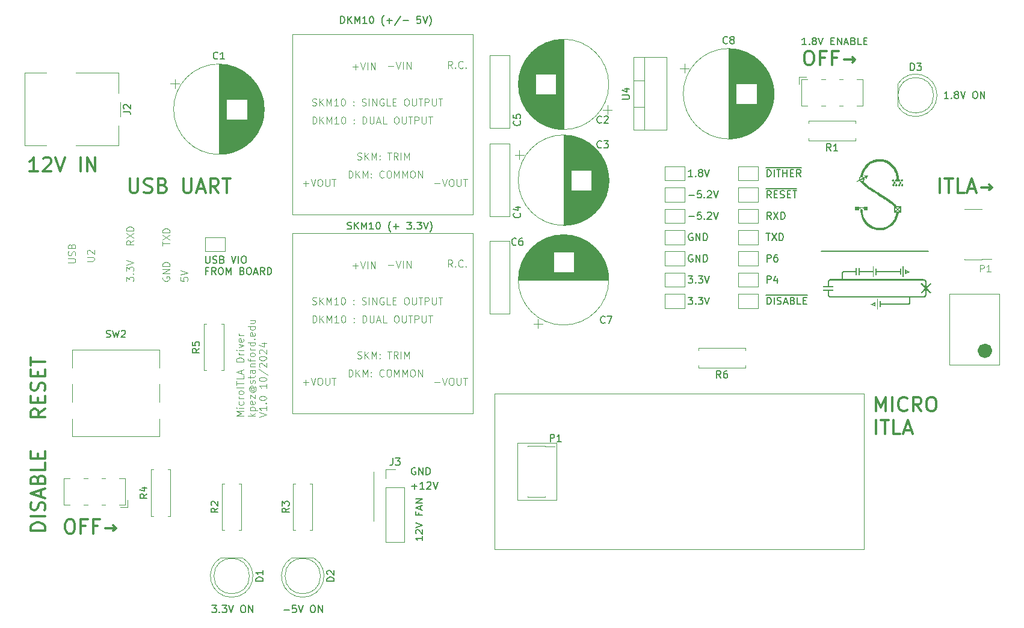
<source format=gbr>
%TF.GenerationSoftware,KiCad,Pcbnew,8.0.5-8.0.5-0~ubuntu22.04.1*%
%TF.CreationDate,2024-10-01T20:56:39-07:00*%
%TF.ProjectId,itla_driver_board_pcb,69746c61-5f64-4726-9976-65725f626f61,rev?*%
%TF.SameCoordinates,Original*%
%TF.FileFunction,Legend,Top*%
%TF.FilePolarity,Positive*%
%FSLAX46Y46*%
G04 Gerber Fmt 4.6, Leading zero omitted, Abs format (unit mm)*
G04 Created by KiCad (PCBNEW 8.0.5-8.0.5-0~ubuntu22.04.1) date 2024-10-01 20:56:39*
%MOMM*%
%LPD*%
G01*
G04 APERTURE LIST*
%ADD10C,0.300000*%
%ADD11C,0.150000*%
%ADD12C,0.200000*%
%ADD13C,0.100000*%
%ADD14C,1.050000*%
%ADD15C,0.000000*%
%ADD16C,0.120000*%
G04 APERTURE END LIST*
D10*
X111054510Y-9739638D02*
X111435463Y-9739638D01*
X111435463Y-9739638D02*
X111625939Y-9834876D01*
X111625939Y-9834876D02*
X111816415Y-10025352D01*
X111816415Y-10025352D02*
X111911653Y-10406304D01*
X111911653Y-10406304D02*
X111911653Y-11072971D01*
X111911653Y-11072971D02*
X111816415Y-11453923D01*
X111816415Y-11453923D02*
X111625939Y-11644400D01*
X111625939Y-11644400D02*
X111435463Y-11739638D01*
X111435463Y-11739638D02*
X111054510Y-11739638D01*
X111054510Y-11739638D02*
X110864034Y-11644400D01*
X110864034Y-11644400D02*
X110673558Y-11453923D01*
X110673558Y-11453923D02*
X110578320Y-11072971D01*
X110578320Y-11072971D02*
X110578320Y-10406304D01*
X110578320Y-10406304D02*
X110673558Y-10025352D01*
X110673558Y-10025352D02*
X110864034Y-9834876D01*
X110864034Y-9834876D02*
X111054510Y-9739638D01*
X113435463Y-10692019D02*
X112768796Y-10692019D01*
X112768796Y-11739638D02*
X112768796Y-9739638D01*
X112768796Y-9739638D02*
X113721177Y-9739638D01*
X115149749Y-10692019D02*
X114483082Y-10692019D01*
X114483082Y-11739638D02*
X114483082Y-9739638D01*
X114483082Y-9739638D02*
X115435463Y-9739638D01*
X116197368Y-10977733D02*
X117721178Y-10977733D01*
X117340225Y-11358685D02*
X117721178Y-10977733D01*
X117721178Y-10977733D02*
X117340225Y-10596780D01*
D11*
X55336779Y-71073866D02*
X56098684Y-71073866D01*
X55717731Y-71454819D02*
X55717731Y-70692914D01*
X57098683Y-71454819D02*
X56527255Y-71454819D01*
X56812969Y-71454819D02*
X56812969Y-70454819D01*
X56812969Y-70454819D02*
X56717731Y-70597676D01*
X56717731Y-70597676D02*
X56622493Y-70692914D01*
X56622493Y-70692914D02*
X56527255Y-70740533D01*
X57479636Y-70550057D02*
X57527255Y-70502438D01*
X57527255Y-70502438D02*
X57622493Y-70454819D01*
X57622493Y-70454819D02*
X57860588Y-70454819D01*
X57860588Y-70454819D02*
X57955826Y-70502438D01*
X57955826Y-70502438D02*
X58003445Y-70550057D01*
X58003445Y-70550057D02*
X58051064Y-70645295D01*
X58051064Y-70645295D02*
X58051064Y-70740533D01*
X58051064Y-70740533D02*
X58003445Y-70883390D01*
X58003445Y-70883390D02*
X57432017Y-71454819D01*
X57432017Y-71454819D02*
X58051064Y-71454819D01*
X58336779Y-70454819D02*
X58670112Y-71454819D01*
X58670112Y-71454819D02*
X59003445Y-70454819D01*
X55860588Y-68502438D02*
X55765350Y-68454819D01*
X55765350Y-68454819D02*
X55622493Y-68454819D01*
X55622493Y-68454819D02*
X55479636Y-68502438D01*
X55479636Y-68502438D02*
X55384398Y-68597676D01*
X55384398Y-68597676D02*
X55336779Y-68692914D01*
X55336779Y-68692914D02*
X55289160Y-68883390D01*
X55289160Y-68883390D02*
X55289160Y-69026247D01*
X55289160Y-69026247D02*
X55336779Y-69216723D01*
X55336779Y-69216723D02*
X55384398Y-69311961D01*
X55384398Y-69311961D02*
X55479636Y-69407200D01*
X55479636Y-69407200D02*
X55622493Y-69454819D01*
X55622493Y-69454819D02*
X55717731Y-69454819D01*
X55717731Y-69454819D02*
X55860588Y-69407200D01*
X55860588Y-69407200D02*
X55908207Y-69359580D01*
X55908207Y-69359580D02*
X55908207Y-69026247D01*
X55908207Y-69026247D02*
X55717731Y-69026247D01*
X56336779Y-69454819D02*
X56336779Y-68454819D01*
X56336779Y-68454819D02*
X56908207Y-69454819D01*
X56908207Y-69454819D02*
X56908207Y-68454819D01*
X57384398Y-69454819D02*
X57384398Y-68454819D01*
X57384398Y-68454819D02*
X57622493Y-68454819D01*
X57622493Y-68454819D02*
X57765350Y-68502438D01*
X57765350Y-68502438D02*
X57860588Y-68597676D01*
X57860588Y-68597676D02*
X57908207Y-68692914D01*
X57908207Y-68692914D02*
X57955826Y-68883390D01*
X57955826Y-68883390D02*
X57955826Y-69026247D01*
X57955826Y-69026247D02*
X57908207Y-69216723D01*
X57908207Y-69216723D02*
X57860588Y-69311961D01*
X57860588Y-69311961D02*
X57765350Y-69407200D01*
X57765350Y-69407200D02*
X57622493Y-69454819D01*
X57622493Y-69454819D02*
X57384398Y-69454819D01*
D12*
X113000000Y-38000000D02*
X128000000Y-38000000D01*
D13*
X31652531Y-61196115D02*
X30652531Y-61196115D01*
X30652531Y-61196115D02*
X31366816Y-60862782D01*
X31366816Y-60862782D02*
X30652531Y-60529449D01*
X30652531Y-60529449D02*
X31652531Y-60529449D01*
X31652531Y-60053258D02*
X30985864Y-60053258D01*
X30652531Y-60053258D02*
X30700150Y-60100877D01*
X30700150Y-60100877D02*
X30747769Y-60053258D01*
X30747769Y-60053258D02*
X30700150Y-60005639D01*
X30700150Y-60005639D02*
X30652531Y-60053258D01*
X30652531Y-60053258D02*
X30747769Y-60053258D01*
X31604912Y-59148497D02*
X31652531Y-59243735D01*
X31652531Y-59243735D02*
X31652531Y-59434211D01*
X31652531Y-59434211D02*
X31604912Y-59529449D01*
X31604912Y-59529449D02*
X31557292Y-59577068D01*
X31557292Y-59577068D02*
X31462054Y-59624687D01*
X31462054Y-59624687D02*
X31176340Y-59624687D01*
X31176340Y-59624687D02*
X31081102Y-59577068D01*
X31081102Y-59577068D02*
X31033483Y-59529449D01*
X31033483Y-59529449D02*
X30985864Y-59434211D01*
X30985864Y-59434211D02*
X30985864Y-59243735D01*
X30985864Y-59243735D02*
X31033483Y-59148497D01*
X31652531Y-58719925D02*
X30985864Y-58719925D01*
X31176340Y-58719925D02*
X31081102Y-58672306D01*
X31081102Y-58672306D02*
X31033483Y-58624687D01*
X31033483Y-58624687D02*
X30985864Y-58529449D01*
X30985864Y-58529449D02*
X30985864Y-58434211D01*
X31652531Y-57958020D02*
X31604912Y-58053258D01*
X31604912Y-58053258D02*
X31557292Y-58100877D01*
X31557292Y-58100877D02*
X31462054Y-58148496D01*
X31462054Y-58148496D02*
X31176340Y-58148496D01*
X31176340Y-58148496D02*
X31081102Y-58100877D01*
X31081102Y-58100877D02*
X31033483Y-58053258D01*
X31033483Y-58053258D02*
X30985864Y-57958020D01*
X30985864Y-57958020D02*
X30985864Y-57815163D01*
X30985864Y-57815163D02*
X31033483Y-57719925D01*
X31033483Y-57719925D02*
X31081102Y-57672306D01*
X31081102Y-57672306D02*
X31176340Y-57624687D01*
X31176340Y-57624687D02*
X31462054Y-57624687D01*
X31462054Y-57624687D02*
X31557292Y-57672306D01*
X31557292Y-57672306D02*
X31604912Y-57719925D01*
X31604912Y-57719925D02*
X31652531Y-57815163D01*
X31652531Y-57815163D02*
X31652531Y-57958020D01*
X31652531Y-57196115D02*
X30652531Y-57196115D01*
X30652531Y-56862782D02*
X30652531Y-56291354D01*
X31652531Y-56577068D02*
X30652531Y-56577068D01*
X31652531Y-55481830D02*
X31652531Y-55958020D01*
X31652531Y-55958020D02*
X30652531Y-55958020D01*
X31366816Y-55196115D02*
X31366816Y-54719925D01*
X31652531Y-55291353D02*
X30652531Y-54958020D01*
X30652531Y-54958020D02*
X31652531Y-54624687D01*
X31652531Y-53529448D02*
X30652531Y-53529448D01*
X30652531Y-53529448D02*
X30652531Y-53291353D01*
X30652531Y-53291353D02*
X30700150Y-53148496D01*
X30700150Y-53148496D02*
X30795388Y-53053258D01*
X30795388Y-53053258D02*
X30890626Y-53005639D01*
X30890626Y-53005639D02*
X31081102Y-52958020D01*
X31081102Y-52958020D02*
X31223959Y-52958020D01*
X31223959Y-52958020D02*
X31414435Y-53005639D01*
X31414435Y-53005639D02*
X31509673Y-53053258D01*
X31509673Y-53053258D02*
X31604912Y-53148496D01*
X31604912Y-53148496D02*
X31652531Y-53291353D01*
X31652531Y-53291353D02*
X31652531Y-53529448D01*
X31652531Y-52529448D02*
X30985864Y-52529448D01*
X31176340Y-52529448D02*
X31081102Y-52481829D01*
X31081102Y-52481829D02*
X31033483Y-52434210D01*
X31033483Y-52434210D02*
X30985864Y-52338972D01*
X30985864Y-52338972D02*
X30985864Y-52243734D01*
X31652531Y-51910400D02*
X30985864Y-51910400D01*
X30652531Y-51910400D02*
X30700150Y-51958019D01*
X30700150Y-51958019D02*
X30747769Y-51910400D01*
X30747769Y-51910400D02*
X30700150Y-51862781D01*
X30700150Y-51862781D02*
X30652531Y-51910400D01*
X30652531Y-51910400D02*
X30747769Y-51910400D01*
X30985864Y-51529448D02*
X31652531Y-51291353D01*
X31652531Y-51291353D02*
X30985864Y-51053258D01*
X31604912Y-50291353D02*
X31652531Y-50386591D01*
X31652531Y-50386591D02*
X31652531Y-50577067D01*
X31652531Y-50577067D02*
X31604912Y-50672305D01*
X31604912Y-50672305D02*
X31509673Y-50719924D01*
X31509673Y-50719924D02*
X31128721Y-50719924D01*
X31128721Y-50719924D02*
X31033483Y-50672305D01*
X31033483Y-50672305D02*
X30985864Y-50577067D01*
X30985864Y-50577067D02*
X30985864Y-50386591D01*
X30985864Y-50386591D02*
X31033483Y-50291353D01*
X31033483Y-50291353D02*
X31128721Y-50243734D01*
X31128721Y-50243734D02*
X31223959Y-50243734D01*
X31223959Y-50243734D02*
X31319197Y-50719924D01*
X31652531Y-49815162D02*
X30985864Y-49815162D01*
X31176340Y-49815162D02*
X31081102Y-49767543D01*
X31081102Y-49767543D02*
X31033483Y-49719924D01*
X31033483Y-49719924D02*
X30985864Y-49624686D01*
X30985864Y-49624686D02*
X30985864Y-49529448D01*
X33262475Y-61196115D02*
X32262475Y-61196115D01*
X32881522Y-61100877D02*
X33262475Y-60815163D01*
X32595808Y-60815163D02*
X32976760Y-61196115D01*
X32595808Y-60386591D02*
X33595808Y-60386591D01*
X32643427Y-60386591D02*
X32595808Y-60291353D01*
X32595808Y-60291353D02*
X32595808Y-60100877D01*
X32595808Y-60100877D02*
X32643427Y-60005639D01*
X32643427Y-60005639D02*
X32691046Y-59958020D01*
X32691046Y-59958020D02*
X32786284Y-59910401D01*
X32786284Y-59910401D02*
X33071998Y-59910401D01*
X33071998Y-59910401D02*
X33167236Y-59958020D01*
X33167236Y-59958020D02*
X33214856Y-60005639D01*
X33214856Y-60005639D02*
X33262475Y-60100877D01*
X33262475Y-60100877D02*
X33262475Y-60291353D01*
X33262475Y-60291353D02*
X33214856Y-60386591D01*
X33214856Y-59100877D02*
X33262475Y-59196115D01*
X33262475Y-59196115D02*
X33262475Y-59386591D01*
X33262475Y-59386591D02*
X33214856Y-59481829D01*
X33214856Y-59481829D02*
X33119617Y-59529448D01*
X33119617Y-59529448D02*
X32738665Y-59529448D01*
X32738665Y-59529448D02*
X32643427Y-59481829D01*
X32643427Y-59481829D02*
X32595808Y-59386591D01*
X32595808Y-59386591D02*
X32595808Y-59196115D01*
X32595808Y-59196115D02*
X32643427Y-59100877D01*
X32643427Y-59100877D02*
X32738665Y-59053258D01*
X32738665Y-59053258D02*
X32833903Y-59053258D01*
X32833903Y-59053258D02*
X32929141Y-59529448D01*
X32595808Y-58719924D02*
X32595808Y-58196115D01*
X32595808Y-58196115D02*
X33262475Y-58719924D01*
X33262475Y-58719924D02*
X33262475Y-58196115D01*
X32786284Y-57196115D02*
X32738665Y-57243734D01*
X32738665Y-57243734D02*
X32691046Y-57338972D01*
X32691046Y-57338972D02*
X32691046Y-57434210D01*
X32691046Y-57434210D02*
X32738665Y-57529448D01*
X32738665Y-57529448D02*
X32786284Y-57577067D01*
X32786284Y-57577067D02*
X32881522Y-57624686D01*
X32881522Y-57624686D02*
X32976760Y-57624686D01*
X32976760Y-57624686D02*
X33071998Y-57577067D01*
X33071998Y-57577067D02*
X33119617Y-57529448D01*
X33119617Y-57529448D02*
X33167236Y-57434210D01*
X33167236Y-57434210D02*
X33167236Y-57338972D01*
X33167236Y-57338972D02*
X33119617Y-57243734D01*
X33119617Y-57243734D02*
X33071998Y-57196115D01*
X32691046Y-57196115D02*
X33071998Y-57196115D01*
X33071998Y-57196115D02*
X33119617Y-57148496D01*
X33119617Y-57148496D02*
X33119617Y-57100877D01*
X33119617Y-57100877D02*
X33071998Y-57005638D01*
X33071998Y-57005638D02*
X32976760Y-56958019D01*
X32976760Y-56958019D02*
X32738665Y-56958019D01*
X32738665Y-56958019D02*
X32595808Y-57053258D01*
X32595808Y-57053258D02*
X32500570Y-57196115D01*
X32500570Y-57196115D02*
X32452951Y-57386591D01*
X32452951Y-57386591D02*
X32500570Y-57577067D01*
X32500570Y-57577067D02*
X32595808Y-57719924D01*
X32595808Y-57719924D02*
X32738665Y-57815162D01*
X32738665Y-57815162D02*
X32929141Y-57862781D01*
X32929141Y-57862781D02*
X33119617Y-57815162D01*
X33119617Y-57815162D02*
X33262475Y-57719924D01*
X33262475Y-57719924D02*
X33357713Y-57577067D01*
X33357713Y-57577067D02*
X33405332Y-57386591D01*
X33405332Y-57386591D02*
X33357713Y-57196115D01*
X33357713Y-57196115D02*
X33262475Y-57053258D01*
X33214856Y-56577067D02*
X33262475Y-56481829D01*
X33262475Y-56481829D02*
X33262475Y-56291353D01*
X33262475Y-56291353D02*
X33214856Y-56196115D01*
X33214856Y-56196115D02*
X33119617Y-56148496D01*
X33119617Y-56148496D02*
X33071998Y-56148496D01*
X33071998Y-56148496D02*
X32976760Y-56196115D01*
X32976760Y-56196115D02*
X32929141Y-56291353D01*
X32929141Y-56291353D02*
X32929141Y-56434210D01*
X32929141Y-56434210D02*
X32881522Y-56529448D01*
X32881522Y-56529448D02*
X32786284Y-56577067D01*
X32786284Y-56577067D02*
X32738665Y-56577067D01*
X32738665Y-56577067D02*
X32643427Y-56529448D01*
X32643427Y-56529448D02*
X32595808Y-56434210D01*
X32595808Y-56434210D02*
X32595808Y-56291353D01*
X32595808Y-56291353D02*
X32643427Y-56196115D01*
X32595808Y-55862781D02*
X32595808Y-55481829D01*
X32262475Y-55719924D02*
X33119617Y-55719924D01*
X33119617Y-55719924D02*
X33214856Y-55672305D01*
X33214856Y-55672305D02*
X33262475Y-55577067D01*
X33262475Y-55577067D02*
X33262475Y-55481829D01*
X33262475Y-54719924D02*
X32738665Y-54719924D01*
X32738665Y-54719924D02*
X32643427Y-54767543D01*
X32643427Y-54767543D02*
X32595808Y-54862781D01*
X32595808Y-54862781D02*
X32595808Y-55053257D01*
X32595808Y-55053257D02*
X32643427Y-55148495D01*
X33214856Y-54719924D02*
X33262475Y-54815162D01*
X33262475Y-54815162D02*
X33262475Y-55053257D01*
X33262475Y-55053257D02*
X33214856Y-55148495D01*
X33214856Y-55148495D02*
X33119617Y-55196114D01*
X33119617Y-55196114D02*
X33024379Y-55196114D01*
X33024379Y-55196114D02*
X32929141Y-55148495D01*
X32929141Y-55148495D02*
X32881522Y-55053257D01*
X32881522Y-55053257D02*
X32881522Y-54815162D01*
X32881522Y-54815162D02*
X32833903Y-54719924D01*
X32595808Y-54243733D02*
X33262475Y-54243733D01*
X32691046Y-54243733D02*
X32643427Y-54196114D01*
X32643427Y-54196114D02*
X32595808Y-54100876D01*
X32595808Y-54100876D02*
X32595808Y-53958019D01*
X32595808Y-53958019D02*
X32643427Y-53862781D01*
X32643427Y-53862781D02*
X32738665Y-53815162D01*
X32738665Y-53815162D02*
X33262475Y-53815162D01*
X32595808Y-53481828D02*
X32595808Y-53100876D01*
X33262475Y-53338971D02*
X32405332Y-53338971D01*
X32405332Y-53338971D02*
X32310094Y-53291352D01*
X32310094Y-53291352D02*
X32262475Y-53196114D01*
X32262475Y-53196114D02*
X32262475Y-53100876D01*
X33262475Y-52624685D02*
X33214856Y-52719923D01*
X33214856Y-52719923D02*
X33167236Y-52767542D01*
X33167236Y-52767542D02*
X33071998Y-52815161D01*
X33071998Y-52815161D02*
X32786284Y-52815161D01*
X32786284Y-52815161D02*
X32691046Y-52767542D01*
X32691046Y-52767542D02*
X32643427Y-52719923D01*
X32643427Y-52719923D02*
X32595808Y-52624685D01*
X32595808Y-52624685D02*
X32595808Y-52481828D01*
X32595808Y-52481828D02*
X32643427Y-52386590D01*
X32643427Y-52386590D02*
X32691046Y-52338971D01*
X32691046Y-52338971D02*
X32786284Y-52291352D01*
X32786284Y-52291352D02*
X33071998Y-52291352D01*
X33071998Y-52291352D02*
X33167236Y-52338971D01*
X33167236Y-52338971D02*
X33214856Y-52386590D01*
X33214856Y-52386590D02*
X33262475Y-52481828D01*
X33262475Y-52481828D02*
X33262475Y-52624685D01*
X33262475Y-51862780D02*
X32595808Y-51862780D01*
X32786284Y-51862780D02*
X32691046Y-51815161D01*
X32691046Y-51815161D02*
X32643427Y-51767542D01*
X32643427Y-51767542D02*
X32595808Y-51672304D01*
X32595808Y-51672304D02*
X32595808Y-51577066D01*
X33262475Y-50815161D02*
X32262475Y-50815161D01*
X33214856Y-50815161D02*
X33262475Y-50910399D01*
X33262475Y-50910399D02*
X33262475Y-51100875D01*
X33262475Y-51100875D02*
X33214856Y-51196113D01*
X33214856Y-51196113D02*
X33167236Y-51243732D01*
X33167236Y-51243732D02*
X33071998Y-51291351D01*
X33071998Y-51291351D02*
X32786284Y-51291351D01*
X32786284Y-51291351D02*
X32691046Y-51243732D01*
X32691046Y-51243732D02*
X32643427Y-51196113D01*
X32643427Y-51196113D02*
X32595808Y-51100875D01*
X32595808Y-51100875D02*
X32595808Y-50910399D01*
X32595808Y-50910399D02*
X32643427Y-50815161D01*
X33167236Y-50338970D02*
X33214856Y-50291351D01*
X33214856Y-50291351D02*
X33262475Y-50338970D01*
X33262475Y-50338970D02*
X33214856Y-50386589D01*
X33214856Y-50386589D02*
X33167236Y-50338970D01*
X33167236Y-50338970D02*
X33262475Y-50338970D01*
X33214856Y-49481828D02*
X33262475Y-49577066D01*
X33262475Y-49577066D02*
X33262475Y-49767542D01*
X33262475Y-49767542D02*
X33214856Y-49862780D01*
X33214856Y-49862780D02*
X33119617Y-49910399D01*
X33119617Y-49910399D02*
X32738665Y-49910399D01*
X32738665Y-49910399D02*
X32643427Y-49862780D01*
X32643427Y-49862780D02*
X32595808Y-49767542D01*
X32595808Y-49767542D02*
X32595808Y-49577066D01*
X32595808Y-49577066D02*
X32643427Y-49481828D01*
X32643427Y-49481828D02*
X32738665Y-49434209D01*
X32738665Y-49434209D02*
X32833903Y-49434209D01*
X32833903Y-49434209D02*
X32929141Y-49910399D01*
X33262475Y-48577066D02*
X32262475Y-48577066D01*
X33214856Y-48577066D02*
X33262475Y-48672304D01*
X33262475Y-48672304D02*
X33262475Y-48862780D01*
X33262475Y-48862780D02*
X33214856Y-48958018D01*
X33214856Y-48958018D02*
X33167236Y-49005637D01*
X33167236Y-49005637D02*
X33071998Y-49053256D01*
X33071998Y-49053256D02*
X32786284Y-49053256D01*
X32786284Y-49053256D02*
X32691046Y-49005637D01*
X32691046Y-49005637D02*
X32643427Y-48958018D01*
X32643427Y-48958018D02*
X32595808Y-48862780D01*
X32595808Y-48862780D02*
X32595808Y-48672304D01*
X32595808Y-48672304D02*
X32643427Y-48577066D01*
X32595808Y-47672304D02*
X33262475Y-47672304D01*
X32595808Y-48100875D02*
X33119617Y-48100875D01*
X33119617Y-48100875D02*
X33214856Y-48053256D01*
X33214856Y-48053256D02*
X33262475Y-47958018D01*
X33262475Y-47958018D02*
X33262475Y-47815161D01*
X33262475Y-47815161D02*
X33214856Y-47719923D01*
X33214856Y-47719923D02*
X33167236Y-47672304D01*
X33872419Y-61338972D02*
X34872419Y-61005639D01*
X34872419Y-61005639D02*
X33872419Y-60672306D01*
X34872419Y-59815163D02*
X34872419Y-60386591D01*
X34872419Y-60100877D02*
X33872419Y-60100877D01*
X33872419Y-60100877D02*
X34015276Y-60196115D01*
X34015276Y-60196115D02*
X34110514Y-60291353D01*
X34110514Y-60291353D02*
X34158133Y-60386591D01*
X34777180Y-59386591D02*
X34824800Y-59338972D01*
X34824800Y-59338972D02*
X34872419Y-59386591D01*
X34872419Y-59386591D02*
X34824800Y-59434210D01*
X34824800Y-59434210D02*
X34777180Y-59386591D01*
X34777180Y-59386591D02*
X34872419Y-59386591D01*
X33872419Y-58719925D02*
X33872419Y-58624687D01*
X33872419Y-58624687D02*
X33920038Y-58529449D01*
X33920038Y-58529449D02*
X33967657Y-58481830D01*
X33967657Y-58481830D02*
X34062895Y-58434211D01*
X34062895Y-58434211D02*
X34253371Y-58386592D01*
X34253371Y-58386592D02*
X34491466Y-58386592D01*
X34491466Y-58386592D02*
X34681942Y-58434211D01*
X34681942Y-58434211D02*
X34777180Y-58481830D01*
X34777180Y-58481830D02*
X34824800Y-58529449D01*
X34824800Y-58529449D02*
X34872419Y-58624687D01*
X34872419Y-58624687D02*
X34872419Y-58719925D01*
X34872419Y-58719925D02*
X34824800Y-58815163D01*
X34824800Y-58815163D02*
X34777180Y-58862782D01*
X34777180Y-58862782D02*
X34681942Y-58910401D01*
X34681942Y-58910401D02*
X34491466Y-58958020D01*
X34491466Y-58958020D02*
X34253371Y-58958020D01*
X34253371Y-58958020D02*
X34062895Y-58910401D01*
X34062895Y-58910401D02*
X33967657Y-58862782D01*
X33967657Y-58862782D02*
X33920038Y-58815163D01*
X33920038Y-58815163D02*
X33872419Y-58719925D01*
X34872419Y-56672306D02*
X34872419Y-57243734D01*
X34872419Y-56958020D02*
X33872419Y-56958020D01*
X33872419Y-56958020D02*
X34015276Y-57053258D01*
X34015276Y-57053258D02*
X34110514Y-57148496D01*
X34110514Y-57148496D02*
X34158133Y-57243734D01*
X33872419Y-56053258D02*
X33872419Y-55958020D01*
X33872419Y-55958020D02*
X33920038Y-55862782D01*
X33920038Y-55862782D02*
X33967657Y-55815163D01*
X33967657Y-55815163D02*
X34062895Y-55767544D01*
X34062895Y-55767544D02*
X34253371Y-55719925D01*
X34253371Y-55719925D02*
X34491466Y-55719925D01*
X34491466Y-55719925D02*
X34681942Y-55767544D01*
X34681942Y-55767544D02*
X34777180Y-55815163D01*
X34777180Y-55815163D02*
X34824800Y-55862782D01*
X34824800Y-55862782D02*
X34872419Y-55958020D01*
X34872419Y-55958020D02*
X34872419Y-56053258D01*
X34872419Y-56053258D02*
X34824800Y-56148496D01*
X34824800Y-56148496D02*
X34777180Y-56196115D01*
X34777180Y-56196115D02*
X34681942Y-56243734D01*
X34681942Y-56243734D02*
X34491466Y-56291353D01*
X34491466Y-56291353D02*
X34253371Y-56291353D01*
X34253371Y-56291353D02*
X34062895Y-56243734D01*
X34062895Y-56243734D02*
X33967657Y-56196115D01*
X33967657Y-56196115D02*
X33920038Y-56148496D01*
X33920038Y-56148496D02*
X33872419Y-56053258D01*
X33824800Y-54577068D02*
X35110514Y-55434210D01*
X33967657Y-54291353D02*
X33920038Y-54243734D01*
X33920038Y-54243734D02*
X33872419Y-54148496D01*
X33872419Y-54148496D02*
X33872419Y-53910401D01*
X33872419Y-53910401D02*
X33920038Y-53815163D01*
X33920038Y-53815163D02*
X33967657Y-53767544D01*
X33967657Y-53767544D02*
X34062895Y-53719925D01*
X34062895Y-53719925D02*
X34158133Y-53719925D01*
X34158133Y-53719925D02*
X34300990Y-53767544D01*
X34300990Y-53767544D02*
X34872419Y-54338972D01*
X34872419Y-54338972D02*
X34872419Y-53719925D01*
X33872419Y-53100877D02*
X33872419Y-53005639D01*
X33872419Y-53005639D02*
X33920038Y-52910401D01*
X33920038Y-52910401D02*
X33967657Y-52862782D01*
X33967657Y-52862782D02*
X34062895Y-52815163D01*
X34062895Y-52815163D02*
X34253371Y-52767544D01*
X34253371Y-52767544D02*
X34491466Y-52767544D01*
X34491466Y-52767544D02*
X34681942Y-52815163D01*
X34681942Y-52815163D02*
X34777180Y-52862782D01*
X34777180Y-52862782D02*
X34824800Y-52910401D01*
X34824800Y-52910401D02*
X34872419Y-53005639D01*
X34872419Y-53005639D02*
X34872419Y-53100877D01*
X34872419Y-53100877D02*
X34824800Y-53196115D01*
X34824800Y-53196115D02*
X34777180Y-53243734D01*
X34777180Y-53243734D02*
X34681942Y-53291353D01*
X34681942Y-53291353D02*
X34491466Y-53338972D01*
X34491466Y-53338972D02*
X34253371Y-53338972D01*
X34253371Y-53338972D02*
X34062895Y-53291353D01*
X34062895Y-53291353D02*
X33967657Y-53243734D01*
X33967657Y-53243734D02*
X33920038Y-53196115D01*
X33920038Y-53196115D02*
X33872419Y-53100877D01*
X33967657Y-52386591D02*
X33920038Y-52338972D01*
X33920038Y-52338972D02*
X33872419Y-52243734D01*
X33872419Y-52243734D02*
X33872419Y-52005639D01*
X33872419Y-52005639D02*
X33920038Y-51910401D01*
X33920038Y-51910401D02*
X33967657Y-51862782D01*
X33967657Y-51862782D02*
X34062895Y-51815163D01*
X34062895Y-51815163D02*
X34158133Y-51815163D01*
X34158133Y-51815163D02*
X34300990Y-51862782D01*
X34300990Y-51862782D02*
X34872419Y-52434210D01*
X34872419Y-52434210D02*
X34872419Y-51815163D01*
X34205752Y-50958020D02*
X34872419Y-50958020D01*
X33824800Y-51196115D02*
X34539085Y-51434210D01*
X34539085Y-51434210D02*
X34539085Y-50815163D01*
D11*
X130860588Y-16454819D02*
X130289160Y-16454819D01*
X130574874Y-16454819D02*
X130574874Y-15454819D01*
X130574874Y-15454819D02*
X130479636Y-15597676D01*
X130479636Y-15597676D02*
X130384398Y-15692914D01*
X130384398Y-15692914D02*
X130289160Y-15740533D01*
X131289160Y-16359580D02*
X131336779Y-16407200D01*
X131336779Y-16407200D02*
X131289160Y-16454819D01*
X131289160Y-16454819D02*
X131241541Y-16407200D01*
X131241541Y-16407200D02*
X131289160Y-16359580D01*
X131289160Y-16359580D02*
X131289160Y-16454819D01*
X131908207Y-15883390D02*
X131812969Y-15835771D01*
X131812969Y-15835771D02*
X131765350Y-15788152D01*
X131765350Y-15788152D02*
X131717731Y-15692914D01*
X131717731Y-15692914D02*
X131717731Y-15645295D01*
X131717731Y-15645295D02*
X131765350Y-15550057D01*
X131765350Y-15550057D02*
X131812969Y-15502438D01*
X131812969Y-15502438D02*
X131908207Y-15454819D01*
X131908207Y-15454819D02*
X132098683Y-15454819D01*
X132098683Y-15454819D02*
X132193921Y-15502438D01*
X132193921Y-15502438D02*
X132241540Y-15550057D01*
X132241540Y-15550057D02*
X132289159Y-15645295D01*
X132289159Y-15645295D02*
X132289159Y-15692914D01*
X132289159Y-15692914D02*
X132241540Y-15788152D01*
X132241540Y-15788152D02*
X132193921Y-15835771D01*
X132193921Y-15835771D02*
X132098683Y-15883390D01*
X132098683Y-15883390D02*
X131908207Y-15883390D01*
X131908207Y-15883390D02*
X131812969Y-15931009D01*
X131812969Y-15931009D02*
X131765350Y-15978628D01*
X131765350Y-15978628D02*
X131717731Y-16073866D01*
X131717731Y-16073866D02*
X131717731Y-16264342D01*
X131717731Y-16264342D02*
X131765350Y-16359580D01*
X131765350Y-16359580D02*
X131812969Y-16407200D01*
X131812969Y-16407200D02*
X131908207Y-16454819D01*
X131908207Y-16454819D02*
X132098683Y-16454819D01*
X132098683Y-16454819D02*
X132193921Y-16407200D01*
X132193921Y-16407200D02*
X132241540Y-16359580D01*
X132241540Y-16359580D02*
X132289159Y-16264342D01*
X132289159Y-16264342D02*
X132289159Y-16073866D01*
X132289159Y-16073866D02*
X132241540Y-15978628D01*
X132241540Y-15978628D02*
X132193921Y-15931009D01*
X132193921Y-15931009D02*
X132098683Y-15883390D01*
X132574874Y-15454819D02*
X132908207Y-16454819D01*
X132908207Y-16454819D02*
X133241540Y-15454819D01*
X134527255Y-15454819D02*
X134717731Y-15454819D01*
X134717731Y-15454819D02*
X134812969Y-15502438D01*
X134812969Y-15502438D02*
X134908207Y-15597676D01*
X134908207Y-15597676D02*
X134955826Y-15788152D01*
X134955826Y-15788152D02*
X134955826Y-16121485D01*
X134955826Y-16121485D02*
X134908207Y-16311961D01*
X134908207Y-16311961D02*
X134812969Y-16407200D01*
X134812969Y-16407200D02*
X134717731Y-16454819D01*
X134717731Y-16454819D02*
X134527255Y-16454819D01*
X134527255Y-16454819D02*
X134432017Y-16407200D01*
X134432017Y-16407200D02*
X134336779Y-16311961D01*
X134336779Y-16311961D02*
X134289160Y-16121485D01*
X134289160Y-16121485D02*
X134289160Y-15788152D01*
X134289160Y-15788152D02*
X134336779Y-15597676D01*
X134336779Y-15597676D02*
X134432017Y-15502438D01*
X134432017Y-15502438D02*
X134527255Y-15454819D01*
X135384398Y-16454819D02*
X135384398Y-15454819D01*
X135384398Y-15454819D02*
X135955826Y-16454819D01*
X135955826Y-16454819D02*
X135955826Y-15454819D01*
D10*
X15673558Y-27739638D02*
X15673558Y-29358685D01*
X15673558Y-29358685D02*
X15768796Y-29549161D01*
X15768796Y-29549161D02*
X15864034Y-29644400D01*
X15864034Y-29644400D02*
X16054510Y-29739638D01*
X16054510Y-29739638D02*
X16435463Y-29739638D01*
X16435463Y-29739638D02*
X16625939Y-29644400D01*
X16625939Y-29644400D02*
X16721177Y-29549161D01*
X16721177Y-29549161D02*
X16816415Y-29358685D01*
X16816415Y-29358685D02*
X16816415Y-27739638D01*
X17673558Y-29644400D02*
X17959272Y-29739638D01*
X17959272Y-29739638D02*
X18435463Y-29739638D01*
X18435463Y-29739638D02*
X18625939Y-29644400D01*
X18625939Y-29644400D02*
X18721177Y-29549161D01*
X18721177Y-29549161D02*
X18816415Y-29358685D01*
X18816415Y-29358685D02*
X18816415Y-29168209D01*
X18816415Y-29168209D02*
X18721177Y-28977733D01*
X18721177Y-28977733D02*
X18625939Y-28882495D01*
X18625939Y-28882495D02*
X18435463Y-28787257D01*
X18435463Y-28787257D02*
X18054510Y-28692019D01*
X18054510Y-28692019D02*
X17864034Y-28596780D01*
X17864034Y-28596780D02*
X17768796Y-28501542D01*
X17768796Y-28501542D02*
X17673558Y-28311066D01*
X17673558Y-28311066D02*
X17673558Y-28120590D01*
X17673558Y-28120590D02*
X17768796Y-27930114D01*
X17768796Y-27930114D02*
X17864034Y-27834876D01*
X17864034Y-27834876D02*
X18054510Y-27739638D01*
X18054510Y-27739638D02*
X18530701Y-27739638D01*
X18530701Y-27739638D02*
X18816415Y-27834876D01*
X20340225Y-28692019D02*
X20625939Y-28787257D01*
X20625939Y-28787257D02*
X20721177Y-28882495D01*
X20721177Y-28882495D02*
X20816415Y-29072971D01*
X20816415Y-29072971D02*
X20816415Y-29358685D01*
X20816415Y-29358685D02*
X20721177Y-29549161D01*
X20721177Y-29549161D02*
X20625939Y-29644400D01*
X20625939Y-29644400D02*
X20435463Y-29739638D01*
X20435463Y-29739638D02*
X19673558Y-29739638D01*
X19673558Y-29739638D02*
X19673558Y-27739638D01*
X19673558Y-27739638D02*
X20340225Y-27739638D01*
X20340225Y-27739638D02*
X20530701Y-27834876D01*
X20530701Y-27834876D02*
X20625939Y-27930114D01*
X20625939Y-27930114D02*
X20721177Y-28120590D01*
X20721177Y-28120590D02*
X20721177Y-28311066D01*
X20721177Y-28311066D02*
X20625939Y-28501542D01*
X20625939Y-28501542D02*
X20530701Y-28596780D01*
X20530701Y-28596780D02*
X20340225Y-28692019D01*
X20340225Y-28692019D02*
X19673558Y-28692019D01*
X23197368Y-27739638D02*
X23197368Y-29358685D01*
X23197368Y-29358685D02*
X23292606Y-29549161D01*
X23292606Y-29549161D02*
X23387844Y-29644400D01*
X23387844Y-29644400D02*
X23578320Y-29739638D01*
X23578320Y-29739638D02*
X23959273Y-29739638D01*
X23959273Y-29739638D02*
X24149749Y-29644400D01*
X24149749Y-29644400D02*
X24244987Y-29549161D01*
X24244987Y-29549161D02*
X24340225Y-29358685D01*
X24340225Y-29358685D02*
X24340225Y-27739638D01*
X25197368Y-29168209D02*
X26149749Y-29168209D01*
X25006892Y-29739638D02*
X25673558Y-27739638D01*
X25673558Y-27739638D02*
X26340225Y-29739638D01*
X28149749Y-29739638D02*
X27483082Y-28787257D01*
X27006892Y-29739638D02*
X27006892Y-27739638D01*
X27006892Y-27739638D02*
X27768797Y-27739638D01*
X27768797Y-27739638D02*
X27959273Y-27834876D01*
X27959273Y-27834876D02*
X28054511Y-27930114D01*
X28054511Y-27930114D02*
X28149749Y-28120590D01*
X28149749Y-28120590D02*
X28149749Y-28406304D01*
X28149749Y-28406304D02*
X28054511Y-28596780D01*
X28054511Y-28596780D02*
X27959273Y-28692019D01*
X27959273Y-28692019D02*
X27768797Y-28787257D01*
X27768797Y-28787257D02*
X27006892Y-28787257D01*
X28721178Y-27739638D02*
X29864035Y-27739638D01*
X29292606Y-29739638D02*
X29292606Y-27739638D01*
X2721177Y-26739638D02*
X1578320Y-26739638D01*
X2149748Y-26739638D02*
X2149748Y-24739638D01*
X2149748Y-24739638D02*
X1959272Y-25025352D01*
X1959272Y-25025352D02*
X1768796Y-25215828D01*
X1768796Y-25215828D02*
X1578320Y-25311066D01*
X3483082Y-24930114D02*
X3578320Y-24834876D01*
X3578320Y-24834876D02*
X3768796Y-24739638D01*
X3768796Y-24739638D02*
X4244987Y-24739638D01*
X4244987Y-24739638D02*
X4435463Y-24834876D01*
X4435463Y-24834876D02*
X4530701Y-24930114D01*
X4530701Y-24930114D02*
X4625939Y-25120590D01*
X4625939Y-25120590D02*
X4625939Y-25311066D01*
X4625939Y-25311066D02*
X4530701Y-25596780D01*
X4530701Y-25596780D02*
X3387844Y-26739638D01*
X3387844Y-26739638D02*
X4625939Y-26739638D01*
X5197368Y-24739638D02*
X5864034Y-26739638D01*
X5864034Y-26739638D02*
X6530701Y-24739638D01*
X8721178Y-26739638D02*
X8721178Y-24739638D01*
X9673559Y-26739638D02*
X9673559Y-24739638D01*
X9673559Y-24739638D02*
X10816416Y-26739638D01*
X10816416Y-26739638D02*
X10816416Y-24739638D01*
D11*
X26336779Y-38649847D02*
X26336779Y-39459370D01*
X26336779Y-39459370D02*
X26384398Y-39554608D01*
X26384398Y-39554608D02*
X26432017Y-39602228D01*
X26432017Y-39602228D02*
X26527255Y-39649847D01*
X26527255Y-39649847D02*
X26717731Y-39649847D01*
X26717731Y-39649847D02*
X26812969Y-39602228D01*
X26812969Y-39602228D02*
X26860588Y-39554608D01*
X26860588Y-39554608D02*
X26908207Y-39459370D01*
X26908207Y-39459370D02*
X26908207Y-38649847D01*
X27336779Y-39602228D02*
X27479636Y-39649847D01*
X27479636Y-39649847D02*
X27717731Y-39649847D01*
X27717731Y-39649847D02*
X27812969Y-39602228D01*
X27812969Y-39602228D02*
X27860588Y-39554608D01*
X27860588Y-39554608D02*
X27908207Y-39459370D01*
X27908207Y-39459370D02*
X27908207Y-39364132D01*
X27908207Y-39364132D02*
X27860588Y-39268894D01*
X27860588Y-39268894D02*
X27812969Y-39221275D01*
X27812969Y-39221275D02*
X27717731Y-39173656D01*
X27717731Y-39173656D02*
X27527255Y-39126037D01*
X27527255Y-39126037D02*
X27432017Y-39078418D01*
X27432017Y-39078418D02*
X27384398Y-39030799D01*
X27384398Y-39030799D02*
X27336779Y-38935561D01*
X27336779Y-38935561D02*
X27336779Y-38840323D01*
X27336779Y-38840323D02*
X27384398Y-38745085D01*
X27384398Y-38745085D02*
X27432017Y-38697466D01*
X27432017Y-38697466D02*
X27527255Y-38649847D01*
X27527255Y-38649847D02*
X27765350Y-38649847D01*
X27765350Y-38649847D02*
X27908207Y-38697466D01*
X28670112Y-39126037D02*
X28812969Y-39173656D01*
X28812969Y-39173656D02*
X28860588Y-39221275D01*
X28860588Y-39221275D02*
X28908207Y-39316513D01*
X28908207Y-39316513D02*
X28908207Y-39459370D01*
X28908207Y-39459370D02*
X28860588Y-39554608D01*
X28860588Y-39554608D02*
X28812969Y-39602228D01*
X28812969Y-39602228D02*
X28717731Y-39649847D01*
X28717731Y-39649847D02*
X28336779Y-39649847D01*
X28336779Y-39649847D02*
X28336779Y-38649847D01*
X28336779Y-38649847D02*
X28670112Y-38649847D01*
X28670112Y-38649847D02*
X28765350Y-38697466D01*
X28765350Y-38697466D02*
X28812969Y-38745085D01*
X28812969Y-38745085D02*
X28860588Y-38840323D01*
X28860588Y-38840323D02*
X28860588Y-38935561D01*
X28860588Y-38935561D02*
X28812969Y-39030799D01*
X28812969Y-39030799D02*
X28765350Y-39078418D01*
X28765350Y-39078418D02*
X28670112Y-39126037D01*
X28670112Y-39126037D02*
X28336779Y-39126037D01*
X29955827Y-38649847D02*
X30289160Y-39649847D01*
X30289160Y-39649847D02*
X30622493Y-38649847D01*
X30955827Y-39649847D02*
X30955827Y-38649847D01*
X31622493Y-38649847D02*
X31812969Y-38649847D01*
X31812969Y-38649847D02*
X31908207Y-38697466D01*
X31908207Y-38697466D02*
X32003445Y-38792704D01*
X32003445Y-38792704D02*
X32051064Y-38983180D01*
X32051064Y-38983180D02*
X32051064Y-39316513D01*
X32051064Y-39316513D02*
X32003445Y-39506989D01*
X32003445Y-39506989D02*
X31908207Y-39602228D01*
X31908207Y-39602228D02*
X31812969Y-39649847D01*
X31812969Y-39649847D02*
X31622493Y-39649847D01*
X31622493Y-39649847D02*
X31527255Y-39602228D01*
X31527255Y-39602228D02*
X31432017Y-39506989D01*
X31432017Y-39506989D02*
X31384398Y-39316513D01*
X31384398Y-39316513D02*
X31384398Y-38983180D01*
X31384398Y-38983180D02*
X31432017Y-38792704D01*
X31432017Y-38792704D02*
X31527255Y-38697466D01*
X31527255Y-38697466D02*
X31622493Y-38649847D01*
X26670112Y-40735981D02*
X26336779Y-40735981D01*
X26336779Y-41259791D02*
X26336779Y-40259791D01*
X26336779Y-40259791D02*
X26812969Y-40259791D01*
X27765350Y-41259791D02*
X27432017Y-40783600D01*
X27193922Y-41259791D02*
X27193922Y-40259791D01*
X27193922Y-40259791D02*
X27574874Y-40259791D01*
X27574874Y-40259791D02*
X27670112Y-40307410D01*
X27670112Y-40307410D02*
X27717731Y-40355029D01*
X27717731Y-40355029D02*
X27765350Y-40450267D01*
X27765350Y-40450267D02*
X27765350Y-40593124D01*
X27765350Y-40593124D02*
X27717731Y-40688362D01*
X27717731Y-40688362D02*
X27670112Y-40735981D01*
X27670112Y-40735981D02*
X27574874Y-40783600D01*
X27574874Y-40783600D02*
X27193922Y-40783600D01*
X28384398Y-40259791D02*
X28574874Y-40259791D01*
X28574874Y-40259791D02*
X28670112Y-40307410D01*
X28670112Y-40307410D02*
X28765350Y-40402648D01*
X28765350Y-40402648D02*
X28812969Y-40593124D01*
X28812969Y-40593124D02*
X28812969Y-40926457D01*
X28812969Y-40926457D02*
X28765350Y-41116933D01*
X28765350Y-41116933D02*
X28670112Y-41212172D01*
X28670112Y-41212172D02*
X28574874Y-41259791D01*
X28574874Y-41259791D02*
X28384398Y-41259791D01*
X28384398Y-41259791D02*
X28289160Y-41212172D01*
X28289160Y-41212172D02*
X28193922Y-41116933D01*
X28193922Y-41116933D02*
X28146303Y-40926457D01*
X28146303Y-40926457D02*
X28146303Y-40593124D01*
X28146303Y-40593124D02*
X28193922Y-40402648D01*
X28193922Y-40402648D02*
X28289160Y-40307410D01*
X28289160Y-40307410D02*
X28384398Y-40259791D01*
X29241541Y-41259791D02*
X29241541Y-40259791D01*
X29241541Y-40259791D02*
X29574874Y-40974076D01*
X29574874Y-40974076D02*
X29908207Y-40259791D01*
X29908207Y-40259791D02*
X29908207Y-41259791D01*
X31479636Y-40735981D02*
X31622493Y-40783600D01*
X31622493Y-40783600D02*
X31670112Y-40831219D01*
X31670112Y-40831219D02*
X31717731Y-40926457D01*
X31717731Y-40926457D02*
X31717731Y-41069314D01*
X31717731Y-41069314D02*
X31670112Y-41164552D01*
X31670112Y-41164552D02*
X31622493Y-41212172D01*
X31622493Y-41212172D02*
X31527255Y-41259791D01*
X31527255Y-41259791D02*
X31146303Y-41259791D01*
X31146303Y-41259791D02*
X31146303Y-40259791D01*
X31146303Y-40259791D02*
X31479636Y-40259791D01*
X31479636Y-40259791D02*
X31574874Y-40307410D01*
X31574874Y-40307410D02*
X31622493Y-40355029D01*
X31622493Y-40355029D02*
X31670112Y-40450267D01*
X31670112Y-40450267D02*
X31670112Y-40545505D01*
X31670112Y-40545505D02*
X31622493Y-40640743D01*
X31622493Y-40640743D02*
X31574874Y-40688362D01*
X31574874Y-40688362D02*
X31479636Y-40735981D01*
X31479636Y-40735981D02*
X31146303Y-40735981D01*
X32336779Y-40259791D02*
X32527255Y-40259791D01*
X32527255Y-40259791D02*
X32622493Y-40307410D01*
X32622493Y-40307410D02*
X32717731Y-40402648D01*
X32717731Y-40402648D02*
X32765350Y-40593124D01*
X32765350Y-40593124D02*
X32765350Y-40926457D01*
X32765350Y-40926457D02*
X32717731Y-41116933D01*
X32717731Y-41116933D02*
X32622493Y-41212172D01*
X32622493Y-41212172D02*
X32527255Y-41259791D01*
X32527255Y-41259791D02*
X32336779Y-41259791D01*
X32336779Y-41259791D02*
X32241541Y-41212172D01*
X32241541Y-41212172D02*
X32146303Y-41116933D01*
X32146303Y-41116933D02*
X32098684Y-40926457D01*
X32098684Y-40926457D02*
X32098684Y-40593124D01*
X32098684Y-40593124D02*
X32146303Y-40402648D01*
X32146303Y-40402648D02*
X32241541Y-40307410D01*
X32241541Y-40307410D02*
X32336779Y-40259791D01*
X33146303Y-40974076D02*
X33622493Y-40974076D01*
X33051065Y-41259791D02*
X33384398Y-40259791D01*
X33384398Y-40259791D02*
X33717731Y-41259791D01*
X34622493Y-41259791D02*
X34289160Y-40783600D01*
X34051065Y-41259791D02*
X34051065Y-40259791D01*
X34051065Y-40259791D02*
X34432017Y-40259791D01*
X34432017Y-40259791D02*
X34527255Y-40307410D01*
X34527255Y-40307410D02*
X34574874Y-40355029D01*
X34574874Y-40355029D02*
X34622493Y-40450267D01*
X34622493Y-40450267D02*
X34622493Y-40593124D01*
X34622493Y-40593124D02*
X34574874Y-40688362D01*
X34574874Y-40688362D02*
X34527255Y-40735981D01*
X34527255Y-40735981D02*
X34432017Y-40783600D01*
X34432017Y-40783600D02*
X34051065Y-40783600D01*
X35051065Y-41259791D02*
X35051065Y-40259791D01*
X35051065Y-40259791D02*
X35289160Y-40259791D01*
X35289160Y-40259791D02*
X35432017Y-40307410D01*
X35432017Y-40307410D02*
X35527255Y-40402648D01*
X35527255Y-40402648D02*
X35574874Y-40497886D01*
X35574874Y-40497886D02*
X35622493Y-40688362D01*
X35622493Y-40688362D02*
X35622493Y-40831219D01*
X35622493Y-40831219D02*
X35574874Y-41021695D01*
X35574874Y-41021695D02*
X35527255Y-41116933D01*
X35527255Y-41116933D02*
X35432017Y-41212172D01*
X35432017Y-41212172D02*
X35289160Y-41259791D01*
X35289160Y-41259791D02*
X35051065Y-41259791D01*
X105336779Y-45454819D02*
X105336779Y-44454819D01*
X105336779Y-44454819D02*
X105574874Y-44454819D01*
X105574874Y-44454819D02*
X105717731Y-44502438D01*
X105717731Y-44502438D02*
X105812969Y-44597676D01*
X105812969Y-44597676D02*
X105860588Y-44692914D01*
X105860588Y-44692914D02*
X105908207Y-44883390D01*
X105908207Y-44883390D02*
X105908207Y-45026247D01*
X105908207Y-45026247D02*
X105860588Y-45216723D01*
X105860588Y-45216723D02*
X105812969Y-45311961D01*
X105812969Y-45311961D02*
X105717731Y-45407200D01*
X105717731Y-45407200D02*
X105574874Y-45454819D01*
X105574874Y-45454819D02*
X105336779Y-45454819D01*
X106336779Y-45454819D02*
X106336779Y-44454819D01*
X106765350Y-45407200D02*
X106908207Y-45454819D01*
X106908207Y-45454819D02*
X107146302Y-45454819D01*
X107146302Y-45454819D02*
X107241540Y-45407200D01*
X107241540Y-45407200D02*
X107289159Y-45359580D01*
X107289159Y-45359580D02*
X107336778Y-45264342D01*
X107336778Y-45264342D02*
X107336778Y-45169104D01*
X107336778Y-45169104D02*
X107289159Y-45073866D01*
X107289159Y-45073866D02*
X107241540Y-45026247D01*
X107241540Y-45026247D02*
X107146302Y-44978628D01*
X107146302Y-44978628D02*
X106955826Y-44931009D01*
X106955826Y-44931009D02*
X106860588Y-44883390D01*
X106860588Y-44883390D02*
X106812969Y-44835771D01*
X106812969Y-44835771D02*
X106765350Y-44740533D01*
X106765350Y-44740533D02*
X106765350Y-44645295D01*
X106765350Y-44645295D02*
X106812969Y-44550057D01*
X106812969Y-44550057D02*
X106860588Y-44502438D01*
X106860588Y-44502438D02*
X106955826Y-44454819D01*
X106955826Y-44454819D02*
X107193921Y-44454819D01*
X107193921Y-44454819D02*
X107336778Y-44502438D01*
X107717731Y-45169104D02*
X108193921Y-45169104D01*
X107622493Y-45454819D02*
X107955826Y-44454819D01*
X107955826Y-44454819D02*
X108289159Y-45454819D01*
X108955826Y-44931009D02*
X109098683Y-44978628D01*
X109098683Y-44978628D02*
X109146302Y-45026247D01*
X109146302Y-45026247D02*
X109193921Y-45121485D01*
X109193921Y-45121485D02*
X109193921Y-45264342D01*
X109193921Y-45264342D02*
X109146302Y-45359580D01*
X109146302Y-45359580D02*
X109098683Y-45407200D01*
X109098683Y-45407200D02*
X109003445Y-45454819D01*
X109003445Y-45454819D02*
X108622493Y-45454819D01*
X108622493Y-45454819D02*
X108622493Y-44454819D01*
X108622493Y-44454819D02*
X108955826Y-44454819D01*
X108955826Y-44454819D02*
X109051064Y-44502438D01*
X109051064Y-44502438D02*
X109098683Y-44550057D01*
X109098683Y-44550057D02*
X109146302Y-44645295D01*
X109146302Y-44645295D02*
X109146302Y-44740533D01*
X109146302Y-44740533D02*
X109098683Y-44835771D01*
X109098683Y-44835771D02*
X109051064Y-44883390D01*
X109051064Y-44883390D02*
X108955826Y-44931009D01*
X108955826Y-44931009D02*
X108622493Y-44931009D01*
X110098683Y-45454819D02*
X109622493Y-45454819D01*
X109622493Y-45454819D02*
X109622493Y-44454819D01*
X110432017Y-44931009D02*
X110765350Y-44931009D01*
X110908207Y-45454819D02*
X110432017Y-45454819D01*
X110432017Y-45454819D02*
X110432017Y-44454819D01*
X110432017Y-44454819D02*
X110908207Y-44454819D01*
X105198684Y-44177200D02*
X110998684Y-44177200D01*
X105336779Y-42454819D02*
X105336779Y-41454819D01*
X105336779Y-41454819D02*
X105717731Y-41454819D01*
X105717731Y-41454819D02*
X105812969Y-41502438D01*
X105812969Y-41502438D02*
X105860588Y-41550057D01*
X105860588Y-41550057D02*
X105908207Y-41645295D01*
X105908207Y-41645295D02*
X105908207Y-41788152D01*
X105908207Y-41788152D02*
X105860588Y-41883390D01*
X105860588Y-41883390D02*
X105812969Y-41931009D01*
X105812969Y-41931009D02*
X105717731Y-41978628D01*
X105717731Y-41978628D02*
X105336779Y-41978628D01*
X106765350Y-41788152D02*
X106765350Y-42454819D01*
X106527255Y-41407200D02*
X106289160Y-42121485D01*
X106289160Y-42121485D02*
X106908207Y-42121485D01*
X105336779Y-39454819D02*
X105336779Y-38454819D01*
X105336779Y-38454819D02*
X105717731Y-38454819D01*
X105717731Y-38454819D02*
X105812969Y-38502438D01*
X105812969Y-38502438D02*
X105860588Y-38550057D01*
X105860588Y-38550057D02*
X105908207Y-38645295D01*
X105908207Y-38645295D02*
X105908207Y-38788152D01*
X105908207Y-38788152D02*
X105860588Y-38883390D01*
X105860588Y-38883390D02*
X105812969Y-38931009D01*
X105812969Y-38931009D02*
X105717731Y-38978628D01*
X105717731Y-38978628D02*
X105336779Y-38978628D01*
X106765350Y-38454819D02*
X106574874Y-38454819D01*
X106574874Y-38454819D02*
X106479636Y-38502438D01*
X106479636Y-38502438D02*
X106432017Y-38550057D01*
X106432017Y-38550057D02*
X106336779Y-38692914D01*
X106336779Y-38692914D02*
X106289160Y-38883390D01*
X106289160Y-38883390D02*
X106289160Y-39264342D01*
X106289160Y-39264342D02*
X106336779Y-39359580D01*
X106336779Y-39359580D02*
X106384398Y-39407200D01*
X106384398Y-39407200D02*
X106479636Y-39454819D01*
X106479636Y-39454819D02*
X106670112Y-39454819D01*
X106670112Y-39454819D02*
X106765350Y-39407200D01*
X106765350Y-39407200D02*
X106812969Y-39359580D01*
X106812969Y-39359580D02*
X106860588Y-39264342D01*
X106860588Y-39264342D02*
X106860588Y-39026247D01*
X106860588Y-39026247D02*
X106812969Y-38931009D01*
X106812969Y-38931009D02*
X106765350Y-38883390D01*
X106765350Y-38883390D02*
X106670112Y-38835771D01*
X106670112Y-38835771D02*
X106479636Y-38835771D01*
X106479636Y-38835771D02*
X106384398Y-38883390D01*
X106384398Y-38883390D02*
X106336779Y-38931009D01*
X106336779Y-38931009D02*
X106289160Y-39026247D01*
X105193922Y-35454819D02*
X105765350Y-35454819D01*
X105479636Y-36454819D02*
X105479636Y-35454819D01*
X106003446Y-35454819D02*
X106670112Y-36454819D01*
X106670112Y-35454819D02*
X106003446Y-36454819D01*
X107051065Y-36454819D02*
X107051065Y-35454819D01*
X107051065Y-35454819D02*
X107289160Y-35454819D01*
X107289160Y-35454819D02*
X107432017Y-35502438D01*
X107432017Y-35502438D02*
X107527255Y-35597676D01*
X107527255Y-35597676D02*
X107574874Y-35692914D01*
X107574874Y-35692914D02*
X107622493Y-35883390D01*
X107622493Y-35883390D02*
X107622493Y-36026247D01*
X107622493Y-36026247D02*
X107574874Y-36216723D01*
X107574874Y-36216723D02*
X107527255Y-36311961D01*
X107527255Y-36311961D02*
X107432017Y-36407200D01*
X107432017Y-36407200D02*
X107289160Y-36454819D01*
X107289160Y-36454819D02*
X107051065Y-36454819D01*
X105908207Y-33454819D02*
X105574874Y-32978628D01*
X105336779Y-33454819D02*
X105336779Y-32454819D01*
X105336779Y-32454819D02*
X105717731Y-32454819D01*
X105717731Y-32454819D02*
X105812969Y-32502438D01*
X105812969Y-32502438D02*
X105860588Y-32550057D01*
X105860588Y-32550057D02*
X105908207Y-32645295D01*
X105908207Y-32645295D02*
X105908207Y-32788152D01*
X105908207Y-32788152D02*
X105860588Y-32883390D01*
X105860588Y-32883390D02*
X105812969Y-32931009D01*
X105812969Y-32931009D02*
X105717731Y-32978628D01*
X105717731Y-32978628D02*
X105336779Y-32978628D01*
X106241541Y-32454819D02*
X106908207Y-33454819D01*
X106908207Y-32454819D02*
X106241541Y-33454819D01*
X107289160Y-33454819D02*
X107289160Y-32454819D01*
X107289160Y-32454819D02*
X107527255Y-32454819D01*
X107527255Y-32454819D02*
X107670112Y-32502438D01*
X107670112Y-32502438D02*
X107765350Y-32597676D01*
X107765350Y-32597676D02*
X107812969Y-32692914D01*
X107812969Y-32692914D02*
X107860588Y-32883390D01*
X107860588Y-32883390D02*
X107860588Y-33026247D01*
X107860588Y-33026247D02*
X107812969Y-33216723D01*
X107812969Y-33216723D02*
X107765350Y-33311961D01*
X107765350Y-33311961D02*
X107670112Y-33407200D01*
X107670112Y-33407200D02*
X107527255Y-33454819D01*
X107527255Y-33454819D02*
X107289160Y-33454819D01*
X105908207Y-30454819D02*
X105574874Y-29978628D01*
X105336779Y-30454819D02*
X105336779Y-29454819D01*
X105336779Y-29454819D02*
X105717731Y-29454819D01*
X105717731Y-29454819D02*
X105812969Y-29502438D01*
X105812969Y-29502438D02*
X105860588Y-29550057D01*
X105860588Y-29550057D02*
X105908207Y-29645295D01*
X105908207Y-29645295D02*
X105908207Y-29788152D01*
X105908207Y-29788152D02*
X105860588Y-29883390D01*
X105860588Y-29883390D02*
X105812969Y-29931009D01*
X105812969Y-29931009D02*
X105717731Y-29978628D01*
X105717731Y-29978628D02*
X105336779Y-29978628D01*
X106336779Y-29931009D02*
X106670112Y-29931009D01*
X106812969Y-30454819D02*
X106336779Y-30454819D01*
X106336779Y-30454819D02*
X106336779Y-29454819D01*
X106336779Y-29454819D02*
X106812969Y-29454819D01*
X107193922Y-30407200D02*
X107336779Y-30454819D01*
X107336779Y-30454819D02*
X107574874Y-30454819D01*
X107574874Y-30454819D02*
X107670112Y-30407200D01*
X107670112Y-30407200D02*
X107717731Y-30359580D01*
X107717731Y-30359580D02*
X107765350Y-30264342D01*
X107765350Y-30264342D02*
X107765350Y-30169104D01*
X107765350Y-30169104D02*
X107717731Y-30073866D01*
X107717731Y-30073866D02*
X107670112Y-30026247D01*
X107670112Y-30026247D02*
X107574874Y-29978628D01*
X107574874Y-29978628D02*
X107384398Y-29931009D01*
X107384398Y-29931009D02*
X107289160Y-29883390D01*
X107289160Y-29883390D02*
X107241541Y-29835771D01*
X107241541Y-29835771D02*
X107193922Y-29740533D01*
X107193922Y-29740533D02*
X107193922Y-29645295D01*
X107193922Y-29645295D02*
X107241541Y-29550057D01*
X107241541Y-29550057D02*
X107289160Y-29502438D01*
X107289160Y-29502438D02*
X107384398Y-29454819D01*
X107384398Y-29454819D02*
X107622493Y-29454819D01*
X107622493Y-29454819D02*
X107765350Y-29502438D01*
X108193922Y-29931009D02*
X108527255Y-29931009D01*
X108670112Y-30454819D02*
X108193922Y-30454819D01*
X108193922Y-30454819D02*
X108193922Y-29454819D01*
X108193922Y-29454819D02*
X108670112Y-29454819D01*
X108955827Y-29454819D02*
X109527255Y-29454819D01*
X109241541Y-30454819D02*
X109241541Y-29454819D01*
X105198684Y-29177200D02*
X109522494Y-29177200D01*
X105336779Y-27454819D02*
X105336779Y-26454819D01*
X105336779Y-26454819D02*
X105574874Y-26454819D01*
X105574874Y-26454819D02*
X105717731Y-26502438D01*
X105717731Y-26502438D02*
X105812969Y-26597676D01*
X105812969Y-26597676D02*
X105860588Y-26692914D01*
X105860588Y-26692914D02*
X105908207Y-26883390D01*
X105908207Y-26883390D02*
X105908207Y-27026247D01*
X105908207Y-27026247D02*
X105860588Y-27216723D01*
X105860588Y-27216723D02*
X105812969Y-27311961D01*
X105812969Y-27311961D02*
X105717731Y-27407200D01*
X105717731Y-27407200D02*
X105574874Y-27454819D01*
X105574874Y-27454819D02*
X105336779Y-27454819D01*
X106336779Y-27454819D02*
X106336779Y-26454819D01*
X106670112Y-26454819D02*
X107241540Y-26454819D01*
X106955826Y-27454819D02*
X106955826Y-26454819D01*
X107574874Y-27454819D02*
X107574874Y-26454819D01*
X107574874Y-26931009D02*
X108146302Y-26931009D01*
X108146302Y-27454819D02*
X108146302Y-26454819D01*
X108622493Y-26931009D02*
X108955826Y-26931009D01*
X109098683Y-27454819D02*
X108622493Y-27454819D01*
X108622493Y-27454819D02*
X108622493Y-26454819D01*
X108622493Y-26454819D02*
X109098683Y-26454819D01*
X110098683Y-27454819D02*
X109765350Y-26978628D01*
X109527255Y-27454819D02*
X109527255Y-26454819D01*
X109527255Y-26454819D02*
X109908207Y-26454819D01*
X109908207Y-26454819D02*
X110003445Y-26502438D01*
X110003445Y-26502438D02*
X110051064Y-26550057D01*
X110051064Y-26550057D02*
X110098683Y-26645295D01*
X110098683Y-26645295D02*
X110098683Y-26788152D01*
X110098683Y-26788152D02*
X110051064Y-26883390D01*
X110051064Y-26883390D02*
X110003445Y-26931009D01*
X110003445Y-26931009D02*
X109908207Y-26978628D01*
X109908207Y-26978628D02*
X109527255Y-26978628D01*
X105198684Y-26177200D02*
X110189160Y-26177200D01*
X94241541Y-44454819D02*
X94860588Y-44454819D01*
X94860588Y-44454819D02*
X94527255Y-44835771D01*
X94527255Y-44835771D02*
X94670112Y-44835771D01*
X94670112Y-44835771D02*
X94765350Y-44883390D01*
X94765350Y-44883390D02*
X94812969Y-44931009D01*
X94812969Y-44931009D02*
X94860588Y-45026247D01*
X94860588Y-45026247D02*
X94860588Y-45264342D01*
X94860588Y-45264342D02*
X94812969Y-45359580D01*
X94812969Y-45359580D02*
X94765350Y-45407200D01*
X94765350Y-45407200D02*
X94670112Y-45454819D01*
X94670112Y-45454819D02*
X94384398Y-45454819D01*
X94384398Y-45454819D02*
X94289160Y-45407200D01*
X94289160Y-45407200D02*
X94241541Y-45359580D01*
X95289160Y-45359580D02*
X95336779Y-45407200D01*
X95336779Y-45407200D02*
X95289160Y-45454819D01*
X95289160Y-45454819D02*
X95241541Y-45407200D01*
X95241541Y-45407200D02*
X95289160Y-45359580D01*
X95289160Y-45359580D02*
X95289160Y-45454819D01*
X95670112Y-44454819D02*
X96289159Y-44454819D01*
X96289159Y-44454819D02*
X95955826Y-44835771D01*
X95955826Y-44835771D02*
X96098683Y-44835771D01*
X96098683Y-44835771D02*
X96193921Y-44883390D01*
X96193921Y-44883390D02*
X96241540Y-44931009D01*
X96241540Y-44931009D02*
X96289159Y-45026247D01*
X96289159Y-45026247D02*
X96289159Y-45264342D01*
X96289159Y-45264342D02*
X96241540Y-45359580D01*
X96241540Y-45359580D02*
X96193921Y-45407200D01*
X96193921Y-45407200D02*
X96098683Y-45454819D01*
X96098683Y-45454819D02*
X95812969Y-45454819D01*
X95812969Y-45454819D02*
X95717731Y-45407200D01*
X95717731Y-45407200D02*
X95670112Y-45359580D01*
X96574874Y-44454819D02*
X96908207Y-45454819D01*
X96908207Y-45454819D02*
X97241540Y-44454819D01*
X94241541Y-41454819D02*
X94860588Y-41454819D01*
X94860588Y-41454819D02*
X94527255Y-41835771D01*
X94527255Y-41835771D02*
X94670112Y-41835771D01*
X94670112Y-41835771D02*
X94765350Y-41883390D01*
X94765350Y-41883390D02*
X94812969Y-41931009D01*
X94812969Y-41931009D02*
X94860588Y-42026247D01*
X94860588Y-42026247D02*
X94860588Y-42264342D01*
X94860588Y-42264342D02*
X94812969Y-42359580D01*
X94812969Y-42359580D02*
X94765350Y-42407200D01*
X94765350Y-42407200D02*
X94670112Y-42454819D01*
X94670112Y-42454819D02*
X94384398Y-42454819D01*
X94384398Y-42454819D02*
X94289160Y-42407200D01*
X94289160Y-42407200D02*
X94241541Y-42359580D01*
X95289160Y-42359580D02*
X95336779Y-42407200D01*
X95336779Y-42407200D02*
X95289160Y-42454819D01*
X95289160Y-42454819D02*
X95241541Y-42407200D01*
X95241541Y-42407200D02*
X95289160Y-42359580D01*
X95289160Y-42359580D02*
X95289160Y-42454819D01*
X95670112Y-41454819D02*
X96289159Y-41454819D01*
X96289159Y-41454819D02*
X95955826Y-41835771D01*
X95955826Y-41835771D02*
X96098683Y-41835771D01*
X96098683Y-41835771D02*
X96193921Y-41883390D01*
X96193921Y-41883390D02*
X96241540Y-41931009D01*
X96241540Y-41931009D02*
X96289159Y-42026247D01*
X96289159Y-42026247D02*
X96289159Y-42264342D01*
X96289159Y-42264342D02*
X96241540Y-42359580D01*
X96241540Y-42359580D02*
X96193921Y-42407200D01*
X96193921Y-42407200D02*
X96098683Y-42454819D01*
X96098683Y-42454819D02*
X95812969Y-42454819D01*
X95812969Y-42454819D02*
X95717731Y-42407200D01*
X95717731Y-42407200D02*
X95670112Y-42359580D01*
X96574874Y-41454819D02*
X96908207Y-42454819D01*
X96908207Y-42454819D02*
X97241540Y-41454819D01*
X94860588Y-38502438D02*
X94765350Y-38454819D01*
X94765350Y-38454819D02*
X94622493Y-38454819D01*
X94622493Y-38454819D02*
X94479636Y-38502438D01*
X94479636Y-38502438D02*
X94384398Y-38597676D01*
X94384398Y-38597676D02*
X94336779Y-38692914D01*
X94336779Y-38692914D02*
X94289160Y-38883390D01*
X94289160Y-38883390D02*
X94289160Y-39026247D01*
X94289160Y-39026247D02*
X94336779Y-39216723D01*
X94336779Y-39216723D02*
X94384398Y-39311961D01*
X94384398Y-39311961D02*
X94479636Y-39407200D01*
X94479636Y-39407200D02*
X94622493Y-39454819D01*
X94622493Y-39454819D02*
X94717731Y-39454819D01*
X94717731Y-39454819D02*
X94860588Y-39407200D01*
X94860588Y-39407200D02*
X94908207Y-39359580D01*
X94908207Y-39359580D02*
X94908207Y-39026247D01*
X94908207Y-39026247D02*
X94717731Y-39026247D01*
X95336779Y-39454819D02*
X95336779Y-38454819D01*
X95336779Y-38454819D02*
X95908207Y-39454819D01*
X95908207Y-39454819D02*
X95908207Y-38454819D01*
X96384398Y-39454819D02*
X96384398Y-38454819D01*
X96384398Y-38454819D02*
X96622493Y-38454819D01*
X96622493Y-38454819D02*
X96765350Y-38502438D01*
X96765350Y-38502438D02*
X96860588Y-38597676D01*
X96860588Y-38597676D02*
X96908207Y-38692914D01*
X96908207Y-38692914D02*
X96955826Y-38883390D01*
X96955826Y-38883390D02*
X96955826Y-39026247D01*
X96955826Y-39026247D02*
X96908207Y-39216723D01*
X96908207Y-39216723D02*
X96860588Y-39311961D01*
X96860588Y-39311961D02*
X96765350Y-39407200D01*
X96765350Y-39407200D02*
X96622493Y-39454819D01*
X96622493Y-39454819D02*
X96384398Y-39454819D01*
X94860588Y-35502438D02*
X94765350Y-35454819D01*
X94765350Y-35454819D02*
X94622493Y-35454819D01*
X94622493Y-35454819D02*
X94479636Y-35502438D01*
X94479636Y-35502438D02*
X94384398Y-35597676D01*
X94384398Y-35597676D02*
X94336779Y-35692914D01*
X94336779Y-35692914D02*
X94289160Y-35883390D01*
X94289160Y-35883390D02*
X94289160Y-36026247D01*
X94289160Y-36026247D02*
X94336779Y-36216723D01*
X94336779Y-36216723D02*
X94384398Y-36311961D01*
X94384398Y-36311961D02*
X94479636Y-36407200D01*
X94479636Y-36407200D02*
X94622493Y-36454819D01*
X94622493Y-36454819D02*
X94717731Y-36454819D01*
X94717731Y-36454819D02*
X94860588Y-36407200D01*
X94860588Y-36407200D02*
X94908207Y-36359580D01*
X94908207Y-36359580D02*
X94908207Y-36026247D01*
X94908207Y-36026247D02*
X94717731Y-36026247D01*
X95336779Y-36454819D02*
X95336779Y-35454819D01*
X95336779Y-35454819D02*
X95908207Y-36454819D01*
X95908207Y-36454819D02*
X95908207Y-35454819D01*
X96384398Y-36454819D02*
X96384398Y-35454819D01*
X96384398Y-35454819D02*
X96622493Y-35454819D01*
X96622493Y-35454819D02*
X96765350Y-35502438D01*
X96765350Y-35502438D02*
X96860588Y-35597676D01*
X96860588Y-35597676D02*
X96908207Y-35692914D01*
X96908207Y-35692914D02*
X96955826Y-35883390D01*
X96955826Y-35883390D02*
X96955826Y-36026247D01*
X96955826Y-36026247D02*
X96908207Y-36216723D01*
X96908207Y-36216723D02*
X96860588Y-36311961D01*
X96860588Y-36311961D02*
X96765350Y-36407200D01*
X96765350Y-36407200D02*
X96622493Y-36454819D01*
X96622493Y-36454819D02*
X96384398Y-36454819D01*
X94336779Y-33073866D02*
X95098684Y-33073866D01*
X96051064Y-32454819D02*
X95574874Y-32454819D01*
X95574874Y-32454819D02*
X95527255Y-32931009D01*
X95527255Y-32931009D02*
X95574874Y-32883390D01*
X95574874Y-32883390D02*
X95670112Y-32835771D01*
X95670112Y-32835771D02*
X95908207Y-32835771D01*
X95908207Y-32835771D02*
X96003445Y-32883390D01*
X96003445Y-32883390D02*
X96051064Y-32931009D01*
X96051064Y-32931009D02*
X96098683Y-33026247D01*
X96098683Y-33026247D02*
X96098683Y-33264342D01*
X96098683Y-33264342D02*
X96051064Y-33359580D01*
X96051064Y-33359580D02*
X96003445Y-33407200D01*
X96003445Y-33407200D02*
X95908207Y-33454819D01*
X95908207Y-33454819D02*
X95670112Y-33454819D01*
X95670112Y-33454819D02*
X95574874Y-33407200D01*
X95574874Y-33407200D02*
X95527255Y-33359580D01*
X96527255Y-33359580D02*
X96574874Y-33407200D01*
X96574874Y-33407200D02*
X96527255Y-33454819D01*
X96527255Y-33454819D02*
X96479636Y-33407200D01*
X96479636Y-33407200D02*
X96527255Y-33359580D01*
X96527255Y-33359580D02*
X96527255Y-33454819D01*
X96955826Y-32550057D02*
X97003445Y-32502438D01*
X97003445Y-32502438D02*
X97098683Y-32454819D01*
X97098683Y-32454819D02*
X97336778Y-32454819D01*
X97336778Y-32454819D02*
X97432016Y-32502438D01*
X97432016Y-32502438D02*
X97479635Y-32550057D01*
X97479635Y-32550057D02*
X97527254Y-32645295D01*
X97527254Y-32645295D02*
X97527254Y-32740533D01*
X97527254Y-32740533D02*
X97479635Y-32883390D01*
X97479635Y-32883390D02*
X96908207Y-33454819D01*
X96908207Y-33454819D02*
X97527254Y-33454819D01*
X97812969Y-32454819D02*
X98146302Y-33454819D01*
X98146302Y-33454819D02*
X98479635Y-32454819D01*
X94336779Y-30073866D02*
X95098684Y-30073866D01*
X96051064Y-29454819D02*
X95574874Y-29454819D01*
X95574874Y-29454819D02*
X95527255Y-29931009D01*
X95527255Y-29931009D02*
X95574874Y-29883390D01*
X95574874Y-29883390D02*
X95670112Y-29835771D01*
X95670112Y-29835771D02*
X95908207Y-29835771D01*
X95908207Y-29835771D02*
X96003445Y-29883390D01*
X96003445Y-29883390D02*
X96051064Y-29931009D01*
X96051064Y-29931009D02*
X96098683Y-30026247D01*
X96098683Y-30026247D02*
X96098683Y-30264342D01*
X96098683Y-30264342D02*
X96051064Y-30359580D01*
X96051064Y-30359580D02*
X96003445Y-30407200D01*
X96003445Y-30407200D02*
X95908207Y-30454819D01*
X95908207Y-30454819D02*
X95670112Y-30454819D01*
X95670112Y-30454819D02*
X95574874Y-30407200D01*
X95574874Y-30407200D02*
X95527255Y-30359580D01*
X96527255Y-30359580D02*
X96574874Y-30407200D01*
X96574874Y-30407200D02*
X96527255Y-30454819D01*
X96527255Y-30454819D02*
X96479636Y-30407200D01*
X96479636Y-30407200D02*
X96527255Y-30359580D01*
X96527255Y-30359580D02*
X96527255Y-30454819D01*
X96955826Y-29550057D02*
X97003445Y-29502438D01*
X97003445Y-29502438D02*
X97098683Y-29454819D01*
X97098683Y-29454819D02*
X97336778Y-29454819D01*
X97336778Y-29454819D02*
X97432016Y-29502438D01*
X97432016Y-29502438D02*
X97479635Y-29550057D01*
X97479635Y-29550057D02*
X97527254Y-29645295D01*
X97527254Y-29645295D02*
X97527254Y-29740533D01*
X97527254Y-29740533D02*
X97479635Y-29883390D01*
X97479635Y-29883390D02*
X96908207Y-30454819D01*
X96908207Y-30454819D02*
X97527254Y-30454819D01*
X97812969Y-29454819D02*
X98146302Y-30454819D01*
X98146302Y-30454819D02*
X98479635Y-29454819D01*
X94860588Y-27454819D02*
X94289160Y-27454819D01*
X94574874Y-27454819D02*
X94574874Y-26454819D01*
X94574874Y-26454819D02*
X94479636Y-26597676D01*
X94479636Y-26597676D02*
X94384398Y-26692914D01*
X94384398Y-26692914D02*
X94289160Y-26740533D01*
X95289160Y-27359580D02*
X95336779Y-27407200D01*
X95336779Y-27407200D02*
X95289160Y-27454819D01*
X95289160Y-27454819D02*
X95241541Y-27407200D01*
X95241541Y-27407200D02*
X95289160Y-27359580D01*
X95289160Y-27359580D02*
X95289160Y-27454819D01*
X95908207Y-26883390D02*
X95812969Y-26835771D01*
X95812969Y-26835771D02*
X95765350Y-26788152D01*
X95765350Y-26788152D02*
X95717731Y-26692914D01*
X95717731Y-26692914D02*
X95717731Y-26645295D01*
X95717731Y-26645295D02*
X95765350Y-26550057D01*
X95765350Y-26550057D02*
X95812969Y-26502438D01*
X95812969Y-26502438D02*
X95908207Y-26454819D01*
X95908207Y-26454819D02*
X96098683Y-26454819D01*
X96098683Y-26454819D02*
X96193921Y-26502438D01*
X96193921Y-26502438D02*
X96241540Y-26550057D01*
X96241540Y-26550057D02*
X96289159Y-26645295D01*
X96289159Y-26645295D02*
X96289159Y-26692914D01*
X96289159Y-26692914D02*
X96241540Y-26788152D01*
X96241540Y-26788152D02*
X96193921Y-26835771D01*
X96193921Y-26835771D02*
X96098683Y-26883390D01*
X96098683Y-26883390D02*
X95908207Y-26883390D01*
X95908207Y-26883390D02*
X95812969Y-26931009D01*
X95812969Y-26931009D02*
X95765350Y-26978628D01*
X95765350Y-26978628D02*
X95717731Y-27073866D01*
X95717731Y-27073866D02*
X95717731Y-27264342D01*
X95717731Y-27264342D02*
X95765350Y-27359580D01*
X95765350Y-27359580D02*
X95812969Y-27407200D01*
X95812969Y-27407200D02*
X95908207Y-27454819D01*
X95908207Y-27454819D02*
X96098683Y-27454819D01*
X96098683Y-27454819D02*
X96193921Y-27407200D01*
X96193921Y-27407200D02*
X96241540Y-27359580D01*
X96241540Y-27359580D02*
X96289159Y-27264342D01*
X96289159Y-27264342D02*
X96289159Y-27073866D01*
X96289159Y-27073866D02*
X96241540Y-26978628D01*
X96241540Y-26978628D02*
X96193921Y-26931009D01*
X96193921Y-26931009D02*
X96098683Y-26883390D01*
X96574874Y-26454819D02*
X96908207Y-27454819D01*
X96908207Y-27454819D02*
X97241540Y-26454819D01*
D10*
X120673558Y-60519750D02*
X120673558Y-58519750D01*
X120673558Y-58519750D02*
X121340225Y-59948321D01*
X121340225Y-59948321D02*
X122006891Y-58519750D01*
X122006891Y-58519750D02*
X122006891Y-60519750D01*
X122959272Y-60519750D02*
X122959272Y-58519750D01*
X125054510Y-60329273D02*
X124959272Y-60424512D01*
X124959272Y-60424512D02*
X124673558Y-60519750D01*
X124673558Y-60519750D02*
X124483082Y-60519750D01*
X124483082Y-60519750D02*
X124197367Y-60424512D01*
X124197367Y-60424512D02*
X124006891Y-60234035D01*
X124006891Y-60234035D02*
X123911653Y-60043559D01*
X123911653Y-60043559D02*
X123816415Y-59662607D01*
X123816415Y-59662607D02*
X123816415Y-59376892D01*
X123816415Y-59376892D02*
X123911653Y-58995940D01*
X123911653Y-58995940D02*
X124006891Y-58805464D01*
X124006891Y-58805464D02*
X124197367Y-58614988D01*
X124197367Y-58614988D02*
X124483082Y-58519750D01*
X124483082Y-58519750D02*
X124673558Y-58519750D01*
X124673558Y-58519750D02*
X124959272Y-58614988D01*
X124959272Y-58614988D02*
X125054510Y-58710226D01*
X127054510Y-60519750D02*
X126387843Y-59567369D01*
X125911653Y-60519750D02*
X125911653Y-58519750D01*
X125911653Y-58519750D02*
X126673558Y-58519750D01*
X126673558Y-58519750D02*
X126864034Y-58614988D01*
X126864034Y-58614988D02*
X126959272Y-58710226D01*
X126959272Y-58710226D02*
X127054510Y-58900702D01*
X127054510Y-58900702D02*
X127054510Y-59186416D01*
X127054510Y-59186416D02*
X126959272Y-59376892D01*
X126959272Y-59376892D02*
X126864034Y-59472131D01*
X126864034Y-59472131D02*
X126673558Y-59567369D01*
X126673558Y-59567369D02*
X125911653Y-59567369D01*
X128292605Y-58519750D02*
X128673558Y-58519750D01*
X128673558Y-58519750D02*
X128864034Y-58614988D01*
X128864034Y-58614988D02*
X129054510Y-58805464D01*
X129054510Y-58805464D02*
X129149748Y-59186416D01*
X129149748Y-59186416D02*
X129149748Y-59853083D01*
X129149748Y-59853083D02*
X129054510Y-60234035D01*
X129054510Y-60234035D02*
X128864034Y-60424512D01*
X128864034Y-60424512D02*
X128673558Y-60519750D01*
X128673558Y-60519750D02*
X128292605Y-60519750D01*
X128292605Y-60519750D02*
X128102129Y-60424512D01*
X128102129Y-60424512D02*
X127911653Y-60234035D01*
X127911653Y-60234035D02*
X127816415Y-59853083D01*
X127816415Y-59853083D02*
X127816415Y-59186416D01*
X127816415Y-59186416D02*
X127911653Y-58805464D01*
X127911653Y-58805464D02*
X128102129Y-58614988D01*
X128102129Y-58614988D02*
X128292605Y-58519750D01*
X120673558Y-63739638D02*
X120673558Y-61739638D01*
X121340225Y-61739638D02*
X122483082Y-61739638D01*
X121911653Y-63739638D02*
X121911653Y-61739638D01*
X124102130Y-63739638D02*
X123149749Y-63739638D01*
X123149749Y-63739638D02*
X123149749Y-61739638D01*
X124673559Y-63168209D02*
X125625940Y-63168209D01*
X124483083Y-63739638D02*
X125149749Y-61739638D01*
X125149749Y-61739638D02*
X125816416Y-63739638D01*
D13*
X67000000Y-58000000D02*
X119000000Y-58000000D01*
X119000000Y-80000000D01*
X67000000Y-80000000D01*
X67000000Y-58000000D01*
D10*
X7054510Y-75739638D02*
X7435463Y-75739638D01*
X7435463Y-75739638D02*
X7625939Y-75834876D01*
X7625939Y-75834876D02*
X7816415Y-76025352D01*
X7816415Y-76025352D02*
X7911653Y-76406304D01*
X7911653Y-76406304D02*
X7911653Y-77072971D01*
X7911653Y-77072971D02*
X7816415Y-77453923D01*
X7816415Y-77453923D02*
X7625939Y-77644400D01*
X7625939Y-77644400D02*
X7435463Y-77739638D01*
X7435463Y-77739638D02*
X7054510Y-77739638D01*
X7054510Y-77739638D02*
X6864034Y-77644400D01*
X6864034Y-77644400D02*
X6673558Y-77453923D01*
X6673558Y-77453923D02*
X6578320Y-77072971D01*
X6578320Y-77072971D02*
X6578320Y-76406304D01*
X6578320Y-76406304D02*
X6673558Y-76025352D01*
X6673558Y-76025352D02*
X6864034Y-75834876D01*
X6864034Y-75834876D02*
X7054510Y-75739638D01*
X9435463Y-76692019D02*
X8768796Y-76692019D01*
X8768796Y-77739638D02*
X8768796Y-75739638D01*
X8768796Y-75739638D02*
X9721177Y-75739638D01*
X11149749Y-76692019D02*
X10483082Y-76692019D01*
X10483082Y-77739638D02*
X10483082Y-75739638D01*
X10483082Y-75739638D02*
X11435463Y-75739638D01*
X12197368Y-76977733D02*
X13721178Y-76977733D01*
X13340225Y-77358685D02*
X13721178Y-76977733D01*
X13721178Y-76977733D02*
X13340225Y-76596780D01*
X129673558Y-29739638D02*
X129673558Y-27739638D01*
X130340225Y-27739638D02*
X131483082Y-27739638D01*
X130911653Y-29739638D02*
X130911653Y-27739638D01*
X133102130Y-29739638D02*
X132149749Y-29739638D01*
X132149749Y-29739638D02*
X132149749Y-27739638D01*
X133673559Y-29168209D02*
X134625940Y-29168209D01*
X133483083Y-29739638D02*
X134149749Y-27739638D01*
X134149749Y-27739638D02*
X134816416Y-29739638D01*
X135483083Y-28977733D02*
X137006893Y-28977733D01*
X136625940Y-29358685D02*
X137006893Y-28977733D01*
X137006893Y-28977733D02*
X136625940Y-28596780D01*
X3739638Y-77326441D02*
X1739638Y-77326441D01*
X1739638Y-77326441D02*
X1739638Y-76850251D01*
X1739638Y-76850251D02*
X1834876Y-76564536D01*
X1834876Y-76564536D02*
X2025352Y-76374060D01*
X2025352Y-76374060D02*
X2215828Y-76278822D01*
X2215828Y-76278822D02*
X2596780Y-76183584D01*
X2596780Y-76183584D02*
X2882495Y-76183584D01*
X2882495Y-76183584D02*
X3263447Y-76278822D01*
X3263447Y-76278822D02*
X3453923Y-76374060D01*
X3453923Y-76374060D02*
X3644400Y-76564536D01*
X3644400Y-76564536D02*
X3739638Y-76850251D01*
X3739638Y-76850251D02*
X3739638Y-77326441D01*
X3739638Y-75326441D02*
X1739638Y-75326441D01*
X3644400Y-74469298D02*
X3739638Y-74183584D01*
X3739638Y-74183584D02*
X3739638Y-73707393D01*
X3739638Y-73707393D02*
X3644400Y-73516917D01*
X3644400Y-73516917D02*
X3549161Y-73421679D01*
X3549161Y-73421679D02*
X3358685Y-73326441D01*
X3358685Y-73326441D02*
X3168209Y-73326441D01*
X3168209Y-73326441D02*
X2977733Y-73421679D01*
X2977733Y-73421679D02*
X2882495Y-73516917D01*
X2882495Y-73516917D02*
X2787257Y-73707393D01*
X2787257Y-73707393D02*
X2692019Y-74088346D01*
X2692019Y-74088346D02*
X2596780Y-74278822D01*
X2596780Y-74278822D02*
X2501542Y-74374060D01*
X2501542Y-74374060D02*
X2311066Y-74469298D01*
X2311066Y-74469298D02*
X2120590Y-74469298D01*
X2120590Y-74469298D02*
X1930114Y-74374060D01*
X1930114Y-74374060D02*
X1834876Y-74278822D01*
X1834876Y-74278822D02*
X1739638Y-74088346D01*
X1739638Y-74088346D02*
X1739638Y-73612155D01*
X1739638Y-73612155D02*
X1834876Y-73326441D01*
X3168209Y-72564536D02*
X3168209Y-71612155D01*
X3739638Y-72755012D02*
X1739638Y-72088346D01*
X1739638Y-72088346D02*
X3739638Y-71421679D01*
X2692019Y-70088345D02*
X2787257Y-69802631D01*
X2787257Y-69802631D02*
X2882495Y-69707393D01*
X2882495Y-69707393D02*
X3072971Y-69612155D01*
X3072971Y-69612155D02*
X3358685Y-69612155D01*
X3358685Y-69612155D02*
X3549161Y-69707393D01*
X3549161Y-69707393D02*
X3644400Y-69802631D01*
X3644400Y-69802631D02*
X3739638Y-69993107D01*
X3739638Y-69993107D02*
X3739638Y-70755012D01*
X3739638Y-70755012D02*
X1739638Y-70755012D01*
X1739638Y-70755012D02*
X1739638Y-70088345D01*
X1739638Y-70088345D02*
X1834876Y-69897869D01*
X1834876Y-69897869D02*
X1930114Y-69802631D01*
X1930114Y-69802631D02*
X2120590Y-69707393D01*
X2120590Y-69707393D02*
X2311066Y-69707393D01*
X2311066Y-69707393D02*
X2501542Y-69802631D01*
X2501542Y-69802631D02*
X2596780Y-69897869D01*
X2596780Y-69897869D02*
X2692019Y-70088345D01*
X2692019Y-70088345D02*
X2692019Y-70755012D01*
X3739638Y-67802631D02*
X3739638Y-68755012D01*
X3739638Y-68755012D02*
X1739638Y-68755012D01*
X2692019Y-67135964D02*
X2692019Y-66469297D01*
X3739638Y-66183583D02*
X3739638Y-67135964D01*
X3739638Y-67135964D02*
X1739638Y-67135964D01*
X1739638Y-67135964D02*
X1739638Y-66183583D01*
X3739638Y-60183584D02*
X2787257Y-60850251D01*
X3739638Y-61326441D02*
X1739638Y-61326441D01*
X1739638Y-61326441D02*
X1739638Y-60564536D01*
X1739638Y-60564536D02*
X1834876Y-60374060D01*
X1834876Y-60374060D02*
X1930114Y-60278822D01*
X1930114Y-60278822D02*
X2120590Y-60183584D01*
X2120590Y-60183584D02*
X2406304Y-60183584D01*
X2406304Y-60183584D02*
X2596780Y-60278822D01*
X2596780Y-60278822D02*
X2692019Y-60374060D01*
X2692019Y-60374060D02*
X2787257Y-60564536D01*
X2787257Y-60564536D02*
X2787257Y-61326441D01*
X2692019Y-59326441D02*
X2692019Y-58659774D01*
X3739638Y-58374060D02*
X3739638Y-59326441D01*
X3739638Y-59326441D02*
X1739638Y-59326441D01*
X1739638Y-59326441D02*
X1739638Y-58374060D01*
X3644400Y-57612155D02*
X3739638Y-57326441D01*
X3739638Y-57326441D02*
X3739638Y-56850250D01*
X3739638Y-56850250D02*
X3644400Y-56659774D01*
X3644400Y-56659774D02*
X3549161Y-56564536D01*
X3549161Y-56564536D02*
X3358685Y-56469298D01*
X3358685Y-56469298D02*
X3168209Y-56469298D01*
X3168209Y-56469298D02*
X2977733Y-56564536D01*
X2977733Y-56564536D02*
X2882495Y-56659774D01*
X2882495Y-56659774D02*
X2787257Y-56850250D01*
X2787257Y-56850250D02*
X2692019Y-57231203D01*
X2692019Y-57231203D02*
X2596780Y-57421679D01*
X2596780Y-57421679D02*
X2501542Y-57516917D01*
X2501542Y-57516917D02*
X2311066Y-57612155D01*
X2311066Y-57612155D02*
X2120590Y-57612155D01*
X2120590Y-57612155D02*
X1930114Y-57516917D01*
X1930114Y-57516917D02*
X1834876Y-57421679D01*
X1834876Y-57421679D02*
X1739638Y-57231203D01*
X1739638Y-57231203D02*
X1739638Y-56755012D01*
X1739638Y-56755012D02*
X1834876Y-56469298D01*
X2692019Y-55612155D02*
X2692019Y-54945488D01*
X3739638Y-54659774D02*
X3739638Y-55612155D01*
X3739638Y-55612155D02*
X1739638Y-55612155D01*
X1739638Y-55612155D02*
X1739638Y-54659774D01*
X1739638Y-54088345D02*
X1739638Y-52945488D01*
X3739638Y-53516917D02*
X1739638Y-53516917D01*
D11*
X46289160Y-34822200D02*
X46432017Y-34869819D01*
X46432017Y-34869819D02*
X46670112Y-34869819D01*
X46670112Y-34869819D02*
X46765350Y-34822200D01*
X46765350Y-34822200D02*
X46812969Y-34774580D01*
X46812969Y-34774580D02*
X46860588Y-34679342D01*
X46860588Y-34679342D02*
X46860588Y-34584104D01*
X46860588Y-34584104D02*
X46812969Y-34488866D01*
X46812969Y-34488866D02*
X46765350Y-34441247D01*
X46765350Y-34441247D02*
X46670112Y-34393628D01*
X46670112Y-34393628D02*
X46479636Y-34346009D01*
X46479636Y-34346009D02*
X46384398Y-34298390D01*
X46384398Y-34298390D02*
X46336779Y-34250771D01*
X46336779Y-34250771D02*
X46289160Y-34155533D01*
X46289160Y-34155533D02*
X46289160Y-34060295D01*
X46289160Y-34060295D02*
X46336779Y-33965057D01*
X46336779Y-33965057D02*
X46384398Y-33917438D01*
X46384398Y-33917438D02*
X46479636Y-33869819D01*
X46479636Y-33869819D02*
X46717731Y-33869819D01*
X46717731Y-33869819D02*
X46860588Y-33917438D01*
X47289160Y-34869819D02*
X47289160Y-33869819D01*
X47860588Y-34869819D02*
X47432017Y-34298390D01*
X47860588Y-33869819D02*
X47289160Y-34441247D01*
X48289160Y-34869819D02*
X48289160Y-33869819D01*
X48289160Y-33869819D02*
X48622493Y-34584104D01*
X48622493Y-34584104D02*
X48955826Y-33869819D01*
X48955826Y-33869819D02*
X48955826Y-34869819D01*
X49955826Y-34869819D02*
X49384398Y-34869819D01*
X49670112Y-34869819D02*
X49670112Y-33869819D01*
X49670112Y-33869819D02*
X49574874Y-34012676D01*
X49574874Y-34012676D02*
X49479636Y-34107914D01*
X49479636Y-34107914D02*
X49384398Y-34155533D01*
X50574874Y-33869819D02*
X50670112Y-33869819D01*
X50670112Y-33869819D02*
X50765350Y-33917438D01*
X50765350Y-33917438D02*
X50812969Y-33965057D01*
X50812969Y-33965057D02*
X50860588Y-34060295D01*
X50860588Y-34060295D02*
X50908207Y-34250771D01*
X50908207Y-34250771D02*
X50908207Y-34488866D01*
X50908207Y-34488866D02*
X50860588Y-34679342D01*
X50860588Y-34679342D02*
X50812969Y-34774580D01*
X50812969Y-34774580D02*
X50765350Y-34822200D01*
X50765350Y-34822200D02*
X50670112Y-34869819D01*
X50670112Y-34869819D02*
X50574874Y-34869819D01*
X50574874Y-34869819D02*
X50479636Y-34822200D01*
X50479636Y-34822200D02*
X50432017Y-34774580D01*
X50432017Y-34774580D02*
X50384398Y-34679342D01*
X50384398Y-34679342D02*
X50336779Y-34488866D01*
X50336779Y-34488866D02*
X50336779Y-34250771D01*
X50336779Y-34250771D02*
X50384398Y-34060295D01*
X50384398Y-34060295D02*
X50432017Y-33965057D01*
X50432017Y-33965057D02*
X50479636Y-33917438D01*
X50479636Y-33917438D02*
X50574874Y-33869819D01*
X52384398Y-35250771D02*
X52336779Y-35203152D01*
X52336779Y-35203152D02*
X52241541Y-35060295D01*
X52241541Y-35060295D02*
X52193922Y-34965057D01*
X52193922Y-34965057D02*
X52146303Y-34822200D01*
X52146303Y-34822200D02*
X52098684Y-34584104D01*
X52098684Y-34584104D02*
X52098684Y-34393628D01*
X52098684Y-34393628D02*
X52146303Y-34155533D01*
X52146303Y-34155533D02*
X52193922Y-34012676D01*
X52193922Y-34012676D02*
X52241541Y-33917438D01*
X52241541Y-33917438D02*
X52336779Y-33774580D01*
X52336779Y-33774580D02*
X52384398Y-33726961D01*
X52765351Y-34488866D02*
X53527256Y-34488866D01*
X53146303Y-34869819D02*
X53146303Y-34107914D01*
X54670113Y-33869819D02*
X55289160Y-33869819D01*
X55289160Y-33869819D02*
X54955827Y-34250771D01*
X54955827Y-34250771D02*
X55098684Y-34250771D01*
X55098684Y-34250771D02*
X55193922Y-34298390D01*
X55193922Y-34298390D02*
X55241541Y-34346009D01*
X55241541Y-34346009D02*
X55289160Y-34441247D01*
X55289160Y-34441247D02*
X55289160Y-34679342D01*
X55289160Y-34679342D02*
X55241541Y-34774580D01*
X55241541Y-34774580D02*
X55193922Y-34822200D01*
X55193922Y-34822200D02*
X55098684Y-34869819D01*
X55098684Y-34869819D02*
X54812970Y-34869819D01*
X54812970Y-34869819D02*
X54717732Y-34822200D01*
X54717732Y-34822200D02*
X54670113Y-34774580D01*
X55717732Y-34774580D02*
X55765351Y-34822200D01*
X55765351Y-34822200D02*
X55717732Y-34869819D01*
X55717732Y-34869819D02*
X55670113Y-34822200D01*
X55670113Y-34822200D02*
X55717732Y-34774580D01*
X55717732Y-34774580D02*
X55717732Y-34869819D01*
X56098684Y-33869819D02*
X56717731Y-33869819D01*
X56717731Y-33869819D02*
X56384398Y-34250771D01*
X56384398Y-34250771D02*
X56527255Y-34250771D01*
X56527255Y-34250771D02*
X56622493Y-34298390D01*
X56622493Y-34298390D02*
X56670112Y-34346009D01*
X56670112Y-34346009D02*
X56717731Y-34441247D01*
X56717731Y-34441247D02*
X56717731Y-34679342D01*
X56717731Y-34679342D02*
X56670112Y-34774580D01*
X56670112Y-34774580D02*
X56622493Y-34822200D01*
X56622493Y-34822200D02*
X56527255Y-34869819D01*
X56527255Y-34869819D02*
X56241541Y-34869819D01*
X56241541Y-34869819D02*
X56146303Y-34822200D01*
X56146303Y-34822200D02*
X56098684Y-34774580D01*
X57003446Y-33869819D02*
X57336779Y-34869819D01*
X57336779Y-34869819D02*
X57670112Y-33869819D01*
X57908208Y-35250771D02*
X57955827Y-35203152D01*
X57955827Y-35203152D02*
X58051065Y-35060295D01*
X58051065Y-35060295D02*
X58098684Y-34965057D01*
X58098684Y-34965057D02*
X58146303Y-34822200D01*
X58146303Y-34822200D02*
X58193922Y-34584104D01*
X58193922Y-34584104D02*
X58193922Y-34393628D01*
X58193922Y-34393628D02*
X58146303Y-34155533D01*
X58146303Y-34155533D02*
X58098684Y-34012676D01*
X58098684Y-34012676D02*
X58051065Y-33917438D01*
X58051065Y-33917438D02*
X57955827Y-33774580D01*
X57955827Y-33774580D02*
X57908208Y-33726961D01*
X45336779Y-5869819D02*
X45336779Y-4869819D01*
X45336779Y-4869819D02*
X45574874Y-4869819D01*
X45574874Y-4869819D02*
X45717731Y-4917438D01*
X45717731Y-4917438D02*
X45812969Y-5012676D01*
X45812969Y-5012676D02*
X45860588Y-5107914D01*
X45860588Y-5107914D02*
X45908207Y-5298390D01*
X45908207Y-5298390D02*
X45908207Y-5441247D01*
X45908207Y-5441247D02*
X45860588Y-5631723D01*
X45860588Y-5631723D02*
X45812969Y-5726961D01*
X45812969Y-5726961D02*
X45717731Y-5822200D01*
X45717731Y-5822200D02*
X45574874Y-5869819D01*
X45574874Y-5869819D02*
X45336779Y-5869819D01*
X46336779Y-5869819D02*
X46336779Y-4869819D01*
X46908207Y-5869819D02*
X46479636Y-5298390D01*
X46908207Y-4869819D02*
X46336779Y-5441247D01*
X47336779Y-5869819D02*
X47336779Y-4869819D01*
X47336779Y-4869819D02*
X47670112Y-5584104D01*
X47670112Y-5584104D02*
X48003445Y-4869819D01*
X48003445Y-4869819D02*
X48003445Y-5869819D01*
X49003445Y-5869819D02*
X48432017Y-5869819D01*
X48717731Y-5869819D02*
X48717731Y-4869819D01*
X48717731Y-4869819D02*
X48622493Y-5012676D01*
X48622493Y-5012676D02*
X48527255Y-5107914D01*
X48527255Y-5107914D02*
X48432017Y-5155533D01*
X49622493Y-4869819D02*
X49717731Y-4869819D01*
X49717731Y-4869819D02*
X49812969Y-4917438D01*
X49812969Y-4917438D02*
X49860588Y-4965057D01*
X49860588Y-4965057D02*
X49908207Y-5060295D01*
X49908207Y-5060295D02*
X49955826Y-5250771D01*
X49955826Y-5250771D02*
X49955826Y-5488866D01*
X49955826Y-5488866D02*
X49908207Y-5679342D01*
X49908207Y-5679342D02*
X49860588Y-5774580D01*
X49860588Y-5774580D02*
X49812969Y-5822200D01*
X49812969Y-5822200D02*
X49717731Y-5869819D01*
X49717731Y-5869819D02*
X49622493Y-5869819D01*
X49622493Y-5869819D02*
X49527255Y-5822200D01*
X49527255Y-5822200D02*
X49479636Y-5774580D01*
X49479636Y-5774580D02*
X49432017Y-5679342D01*
X49432017Y-5679342D02*
X49384398Y-5488866D01*
X49384398Y-5488866D02*
X49384398Y-5250771D01*
X49384398Y-5250771D02*
X49432017Y-5060295D01*
X49432017Y-5060295D02*
X49479636Y-4965057D01*
X49479636Y-4965057D02*
X49527255Y-4917438D01*
X49527255Y-4917438D02*
X49622493Y-4869819D01*
X51432017Y-6250771D02*
X51384398Y-6203152D01*
X51384398Y-6203152D02*
X51289160Y-6060295D01*
X51289160Y-6060295D02*
X51241541Y-5965057D01*
X51241541Y-5965057D02*
X51193922Y-5822200D01*
X51193922Y-5822200D02*
X51146303Y-5584104D01*
X51146303Y-5584104D02*
X51146303Y-5393628D01*
X51146303Y-5393628D02*
X51193922Y-5155533D01*
X51193922Y-5155533D02*
X51241541Y-5012676D01*
X51241541Y-5012676D02*
X51289160Y-4917438D01*
X51289160Y-4917438D02*
X51384398Y-4774580D01*
X51384398Y-4774580D02*
X51432017Y-4726961D01*
X51812970Y-5488866D02*
X52574875Y-5488866D01*
X52193922Y-5869819D02*
X52193922Y-5107914D01*
X53765350Y-4822200D02*
X52908208Y-6107914D01*
X54098684Y-5488866D02*
X54860589Y-5488866D01*
X56574874Y-4869819D02*
X56098684Y-4869819D01*
X56098684Y-4869819D02*
X56051065Y-5346009D01*
X56051065Y-5346009D02*
X56098684Y-5298390D01*
X56098684Y-5298390D02*
X56193922Y-5250771D01*
X56193922Y-5250771D02*
X56432017Y-5250771D01*
X56432017Y-5250771D02*
X56527255Y-5298390D01*
X56527255Y-5298390D02*
X56574874Y-5346009D01*
X56574874Y-5346009D02*
X56622493Y-5441247D01*
X56622493Y-5441247D02*
X56622493Y-5679342D01*
X56622493Y-5679342D02*
X56574874Y-5774580D01*
X56574874Y-5774580D02*
X56527255Y-5822200D01*
X56527255Y-5822200D02*
X56432017Y-5869819D01*
X56432017Y-5869819D02*
X56193922Y-5869819D01*
X56193922Y-5869819D02*
X56098684Y-5822200D01*
X56098684Y-5822200D02*
X56051065Y-5774580D01*
X56908208Y-4869819D02*
X57241541Y-5869819D01*
X57241541Y-5869819D02*
X57574874Y-4869819D01*
X57812970Y-6250771D02*
X57860589Y-6203152D01*
X57860589Y-6203152D02*
X57955827Y-6060295D01*
X57955827Y-6060295D02*
X58003446Y-5965057D01*
X58003446Y-5965057D02*
X58051065Y-5822200D01*
X58051065Y-5822200D02*
X58098684Y-5584104D01*
X58098684Y-5584104D02*
X58098684Y-5393628D01*
X58098684Y-5393628D02*
X58051065Y-5155533D01*
X58051065Y-5155533D02*
X58003446Y-5012676D01*
X58003446Y-5012676D02*
X57955827Y-4917438D01*
X57955827Y-4917438D02*
X57860589Y-4774580D01*
X57860589Y-4774580D02*
X57812970Y-4726961D01*
X110860588Y-8869819D02*
X110289160Y-8869819D01*
X110574874Y-8869819D02*
X110574874Y-7869819D01*
X110574874Y-7869819D02*
X110479636Y-8012676D01*
X110479636Y-8012676D02*
X110384398Y-8107914D01*
X110384398Y-8107914D02*
X110289160Y-8155533D01*
X111289160Y-8774580D02*
X111336779Y-8822200D01*
X111336779Y-8822200D02*
X111289160Y-8869819D01*
X111289160Y-8869819D02*
X111241541Y-8822200D01*
X111241541Y-8822200D02*
X111289160Y-8774580D01*
X111289160Y-8774580D02*
X111289160Y-8869819D01*
X111908207Y-8298390D02*
X111812969Y-8250771D01*
X111812969Y-8250771D02*
X111765350Y-8203152D01*
X111765350Y-8203152D02*
X111717731Y-8107914D01*
X111717731Y-8107914D02*
X111717731Y-8060295D01*
X111717731Y-8060295D02*
X111765350Y-7965057D01*
X111765350Y-7965057D02*
X111812969Y-7917438D01*
X111812969Y-7917438D02*
X111908207Y-7869819D01*
X111908207Y-7869819D02*
X112098683Y-7869819D01*
X112098683Y-7869819D02*
X112193921Y-7917438D01*
X112193921Y-7917438D02*
X112241540Y-7965057D01*
X112241540Y-7965057D02*
X112289159Y-8060295D01*
X112289159Y-8060295D02*
X112289159Y-8107914D01*
X112289159Y-8107914D02*
X112241540Y-8203152D01*
X112241540Y-8203152D02*
X112193921Y-8250771D01*
X112193921Y-8250771D02*
X112098683Y-8298390D01*
X112098683Y-8298390D02*
X111908207Y-8298390D01*
X111908207Y-8298390D02*
X111812969Y-8346009D01*
X111812969Y-8346009D02*
X111765350Y-8393628D01*
X111765350Y-8393628D02*
X111717731Y-8488866D01*
X111717731Y-8488866D02*
X111717731Y-8679342D01*
X111717731Y-8679342D02*
X111765350Y-8774580D01*
X111765350Y-8774580D02*
X111812969Y-8822200D01*
X111812969Y-8822200D02*
X111908207Y-8869819D01*
X111908207Y-8869819D02*
X112098683Y-8869819D01*
X112098683Y-8869819D02*
X112193921Y-8822200D01*
X112193921Y-8822200D02*
X112241540Y-8774580D01*
X112241540Y-8774580D02*
X112289159Y-8679342D01*
X112289159Y-8679342D02*
X112289159Y-8488866D01*
X112289159Y-8488866D02*
X112241540Y-8393628D01*
X112241540Y-8393628D02*
X112193921Y-8346009D01*
X112193921Y-8346009D02*
X112098683Y-8298390D01*
X112574874Y-7869819D02*
X112908207Y-8869819D01*
X112908207Y-8869819D02*
X113241540Y-7869819D01*
X114336779Y-8346009D02*
X114670112Y-8346009D01*
X114812969Y-8869819D02*
X114336779Y-8869819D01*
X114336779Y-8869819D02*
X114336779Y-7869819D01*
X114336779Y-7869819D02*
X114812969Y-7869819D01*
X115241541Y-8869819D02*
X115241541Y-7869819D01*
X115241541Y-7869819D02*
X115812969Y-8869819D01*
X115812969Y-8869819D02*
X115812969Y-7869819D01*
X116241541Y-8584104D02*
X116717731Y-8584104D01*
X116146303Y-8869819D02*
X116479636Y-7869819D01*
X116479636Y-7869819D02*
X116812969Y-8869819D01*
X117479636Y-8346009D02*
X117622493Y-8393628D01*
X117622493Y-8393628D02*
X117670112Y-8441247D01*
X117670112Y-8441247D02*
X117717731Y-8536485D01*
X117717731Y-8536485D02*
X117717731Y-8679342D01*
X117717731Y-8679342D02*
X117670112Y-8774580D01*
X117670112Y-8774580D02*
X117622493Y-8822200D01*
X117622493Y-8822200D02*
X117527255Y-8869819D01*
X117527255Y-8869819D02*
X117146303Y-8869819D01*
X117146303Y-8869819D02*
X117146303Y-7869819D01*
X117146303Y-7869819D02*
X117479636Y-7869819D01*
X117479636Y-7869819D02*
X117574874Y-7917438D01*
X117574874Y-7917438D02*
X117622493Y-7965057D01*
X117622493Y-7965057D02*
X117670112Y-8060295D01*
X117670112Y-8060295D02*
X117670112Y-8155533D01*
X117670112Y-8155533D02*
X117622493Y-8250771D01*
X117622493Y-8250771D02*
X117574874Y-8298390D01*
X117574874Y-8298390D02*
X117479636Y-8346009D01*
X117479636Y-8346009D02*
X117146303Y-8346009D01*
X118622493Y-8869819D02*
X118146303Y-8869819D01*
X118146303Y-8869819D02*
X118146303Y-7869819D01*
X118955827Y-8346009D02*
X119289160Y-8346009D01*
X119432017Y-8869819D02*
X118955827Y-8869819D01*
X118955827Y-8869819D02*
X118955827Y-7869819D01*
X118955827Y-7869819D02*
X119432017Y-7869819D01*
X37336779Y-88488866D02*
X38098684Y-88488866D01*
X39051064Y-87869819D02*
X38574874Y-87869819D01*
X38574874Y-87869819D02*
X38527255Y-88346009D01*
X38527255Y-88346009D02*
X38574874Y-88298390D01*
X38574874Y-88298390D02*
X38670112Y-88250771D01*
X38670112Y-88250771D02*
X38908207Y-88250771D01*
X38908207Y-88250771D02*
X39003445Y-88298390D01*
X39003445Y-88298390D02*
X39051064Y-88346009D01*
X39051064Y-88346009D02*
X39098683Y-88441247D01*
X39098683Y-88441247D02*
X39098683Y-88679342D01*
X39098683Y-88679342D02*
X39051064Y-88774580D01*
X39051064Y-88774580D02*
X39003445Y-88822200D01*
X39003445Y-88822200D02*
X38908207Y-88869819D01*
X38908207Y-88869819D02*
X38670112Y-88869819D01*
X38670112Y-88869819D02*
X38574874Y-88822200D01*
X38574874Y-88822200D02*
X38527255Y-88774580D01*
X39384398Y-87869819D02*
X39717731Y-88869819D01*
X39717731Y-88869819D02*
X40051064Y-87869819D01*
X41336779Y-87869819D02*
X41527255Y-87869819D01*
X41527255Y-87869819D02*
X41622493Y-87917438D01*
X41622493Y-87917438D02*
X41717731Y-88012676D01*
X41717731Y-88012676D02*
X41765350Y-88203152D01*
X41765350Y-88203152D02*
X41765350Y-88536485D01*
X41765350Y-88536485D02*
X41717731Y-88726961D01*
X41717731Y-88726961D02*
X41622493Y-88822200D01*
X41622493Y-88822200D02*
X41527255Y-88869819D01*
X41527255Y-88869819D02*
X41336779Y-88869819D01*
X41336779Y-88869819D02*
X41241541Y-88822200D01*
X41241541Y-88822200D02*
X41146303Y-88726961D01*
X41146303Y-88726961D02*
X41098684Y-88536485D01*
X41098684Y-88536485D02*
X41098684Y-88203152D01*
X41098684Y-88203152D02*
X41146303Y-88012676D01*
X41146303Y-88012676D02*
X41241541Y-87917438D01*
X41241541Y-87917438D02*
X41336779Y-87869819D01*
X42193922Y-88869819D02*
X42193922Y-87869819D01*
X42193922Y-87869819D02*
X42765350Y-88869819D01*
X42765350Y-88869819D02*
X42765350Y-87869819D01*
X27241541Y-87869819D02*
X27860588Y-87869819D01*
X27860588Y-87869819D02*
X27527255Y-88250771D01*
X27527255Y-88250771D02*
X27670112Y-88250771D01*
X27670112Y-88250771D02*
X27765350Y-88298390D01*
X27765350Y-88298390D02*
X27812969Y-88346009D01*
X27812969Y-88346009D02*
X27860588Y-88441247D01*
X27860588Y-88441247D02*
X27860588Y-88679342D01*
X27860588Y-88679342D02*
X27812969Y-88774580D01*
X27812969Y-88774580D02*
X27765350Y-88822200D01*
X27765350Y-88822200D02*
X27670112Y-88869819D01*
X27670112Y-88869819D02*
X27384398Y-88869819D01*
X27384398Y-88869819D02*
X27289160Y-88822200D01*
X27289160Y-88822200D02*
X27241541Y-88774580D01*
X28289160Y-88774580D02*
X28336779Y-88822200D01*
X28336779Y-88822200D02*
X28289160Y-88869819D01*
X28289160Y-88869819D02*
X28241541Y-88822200D01*
X28241541Y-88822200D02*
X28289160Y-88774580D01*
X28289160Y-88774580D02*
X28289160Y-88869819D01*
X28670112Y-87869819D02*
X29289159Y-87869819D01*
X29289159Y-87869819D02*
X28955826Y-88250771D01*
X28955826Y-88250771D02*
X29098683Y-88250771D01*
X29098683Y-88250771D02*
X29193921Y-88298390D01*
X29193921Y-88298390D02*
X29241540Y-88346009D01*
X29241540Y-88346009D02*
X29289159Y-88441247D01*
X29289159Y-88441247D02*
X29289159Y-88679342D01*
X29289159Y-88679342D02*
X29241540Y-88774580D01*
X29241540Y-88774580D02*
X29193921Y-88822200D01*
X29193921Y-88822200D02*
X29098683Y-88869819D01*
X29098683Y-88869819D02*
X28812969Y-88869819D01*
X28812969Y-88869819D02*
X28717731Y-88822200D01*
X28717731Y-88822200D02*
X28670112Y-88774580D01*
X29574874Y-87869819D02*
X29908207Y-88869819D01*
X29908207Y-88869819D02*
X30241540Y-87869819D01*
X31527255Y-87869819D02*
X31717731Y-87869819D01*
X31717731Y-87869819D02*
X31812969Y-87917438D01*
X31812969Y-87917438D02*
X31908207Y-88012676D01*
X31908207Y-88012676D02*
X31955826Y-88203152D01*
X31955826Y-88203152D02*
X31955826Y-88536485D01*
X31955826Y-88536485D02*
X31908207Y-88726961D01*
X31908207Y-88726961D02*
X31812969Y-88822200D01*
X31812969Y-88822200D02*
X31717731Y-88869819D01*
X31717731Y-88869819D02*
X31527255Y-88869819D01*
X31527255Y-88869819D02*
X31432017Y-88822200D01*
X31432017Y-88822200D02*
X31336779Y-88726961D01*
X31336779Y-88726961D02*
X31289160Y-88536485D01*
X31289160Y-88536485D02*
X31289160Y-88203152D01*
X31289160Y-88203152D02*
X31336779Y-88012676D01*
X31336779Y-88012676D02*
X31432017Y-87917438D01*
X31432017Y-87917438D02*
X31527255Y-87869819D01*
X32384398Y-88869819D02*
X32384398Y-87869819D01*
X32384398Y-87869819D02*
X32955826Y-88869819D01*
X32955826Y-88869819D02*
X32955826Y-87869819D01*
D13*
X50000000Y-69000000D02*
X50000000Y-76000000D01*
D11*
X56869819Y-78139411D02*
X56869819Y-78710839D01*
X56869819Y-78425125D02*
X55869819Y-78425125D01*
X55869819Y-78425125D02*
X56012676Y-78520363D01*
X56012676Y-78520363D02*
X56107914Y-78615601D01*
X56107914Y-78615601D02*
X56155533Y-78710839D01*
X55965057Y-77758458D02*
X55917438Y-77710839D01*
X55917438Y-77710839D02*
X55869819Y-77615601D01*
X55869819Y-77615601D02*
X55869819Y-77377506D01*
X55869819Y-77377506D02*
X55917438Y-77282268D01*
X55917438Y-77282268D02*
X55965057Y-77234649D01*
X55965057Y-77234649D02*
X56060295Y-77187030D01*
X56060295Y-77187030D02*
X56155533Y-77187030D01*
X56155533Y-77187030D02*
X56298390Y-77234649D01*
X56298390Y-77234649D02*
X56869819Y-77806077D01*
X56869819Y-77806077D02*
X56869819Y-77187030D01*
X55869819Y-76901315D02*
X56869819Y-76567982D01*
X56869819Y-76567982D02*
X55869819Y-76234649D01*
X56346009Y-74806077D02*
X56346009Y-75139410D01*
X56869819Y-75139410D02*
X55869819Y-75139410D01*
X55869819Y-75139410D02*
X55869819Y-74663220D01*
X56584104Y-74329886D02*
X56584104Y-73853696D01*
X56869819Y-74425124D02*
X55869819Y-74091791D01*
X55869819Y-74091791D02*
X56869819Y-73758458D01*
X56869819Y-73425124D02*
X55869819Y-73425124D01*
X55869819Y-73425124D02*
X56869819Y-72853696D01*
X56869819Y-72853696D02*
X55869819Y-72853696D01*
D14*
X136525000Y-52000000D02*
G75*
G02*
X135475000Y-52000000I-525000J0D01*
G01*
X135475000Y-52000000D02*
G75*
G02*
X136525000Y-52000000I525000J0D01*
G01*
D13*
X131000000Y-44000000D02*
X138000000Y-44000000D01*
X138000000Y-54000000D01*
X131000000Y-54000000D01*
X131000000Y-44000000D01*
X135303884Y-40872419D02*
X135303884Y-39872419D01*
X135303884Y-39872419D02*
X135684836Y-39872419D01*
X135684836Y-39872419D02*
X135780074Y-39920038D01*
X135780074Y-39920038D02*
X135827693Y-39967657D01*
X135827693Y-39967657D02*
X135875312Y-40062895D01*
X135875312Y-40062895D02*
X135875312Y-40205752D01*
X135875312Y-40205752D02*
X135827693Y-40300990D01*
X135827693Y-40300990D02*
X135780074Y-40348609D01*
X135780074Y-40348609D02*
X135684836Y-40396228D01*
X135684836Y-40396228D02*
X135303884Y-40396228D01*
X136827693Y-40872419D02*
X136256265Y-40872419D01*
X136541979Y-40872419D02*
X136541979Y-39872419D01*
X136541979Y-39872419D02*
X136446741Y-40015276D01*
X136446741Y-40015276D02*
X136351503Y-40110514D01*
X136351503Y-40110514D02*
X136256265Y-40158133D01*
X52043884Y-39931466D02*
X52805789Y-39931466D01*
X53139122Y-39312419D02*
X53472455Y-40312419D01*
X53472455Y-40312419D02*
X53805788Y-39312419D01*
X54139122Y-40312419D02*
X54139122Y-39312419D01*
X54615312Y-40312419D02*
X54615312Y-39312419D01*
X54615312Y-39312419D02*
X55186740Y-40312419D01*
X55186740Y-40312419D02*
X55186740Y-39312419D01*
X61045312Y-40192419D02*
X60711979Y-39716228D01*
X60473884Y-40192419D02*
X60473884Y-39192419D01*
X60473884Y-39192419D02*
X60854836Y-39192419D01*
X60854836Y-39192419D02*
X60950074Y-39240038D01*
X60950074Y-39240038D02*
X60997693Y-39287657D01*
X60997693Y-39287657D02*
X61045312Y-39382895D01*
X61045312Y-39382895D02*
X61045312Y-39525752D01*
X61045312Y-39525752D02*
X60997693Y-39620990D01*
X60997693Y-39620990D02*
X60950074Y-39668609D01*
X60950074Y-39668609D02*
X60854836Y-39716228D01*
X60854836Y-39716228D02*
X60473884Y-39716228D01*
X61473884Y-40097180D02*
X61521503Y-40144800D01*
X61521503Y-40144800D02*
X61473884Y-40192419D01*
X61473884Y-40192419D02*
X61426265Y-40144800D01*
X61426265Y-40144800D02*
X61473884Y-40097180D01*
X61473884Y-40097180D02*
X61473884Y-40192419D01*
X62521502Y-40097180D02*
X62473883Y-40144800D01*
X62473883Y-40144800D02*
X62331026Y-40192419D01*
X62331026Y-40192419D02*
X62235788Y-40192419D01*
X62235788Y-40192419D02*
X62092931Y-40144800D01*
X62092931Y-40144800D02*
X61997693Y-40049561D01*
X61997693Y-40049561D02*
X61950074Y-39954323D01*
X61950074Y-39954323D02*
X61902455Y-39763847D01*
X61902455Y-39763847D02*
X61902455Y-39620990D01*
X61902455Y-39620990D02*
X61950074Y-39430514D01*
X61950074Y-39430514D02*
X61997693Y-39335276D01*
X61997693Y-39335276D02*
X62092931Y-39240038D01*
X62092931Y-39240038D02*
X62235788Y-39192419D01*
X62235788Y-39192419D02*
X62331026Y-39192419D01*
X62331026Y-39192419D02*
X62473883Y-39240038D01*
X62473883Y-39240038D02*
X62521502Y-39287657D01*
X62950074Y-40097180D02*
X62997693Y-40144800D01*
X62997693Y-40144800D02*
X62950074Y-40192419D01*
X62950074Y-40192419D02*
X62902455Y-40144800D01*
X62902455Y-40144800D02*
X62950074Y-40097180D01*
X62950074Y-40097180D02*
X62950074Y-40192419D01*
X58543884Y-56431466D02*
X59305789Y-56431466D01*
X59639122Y-55812419D02*
X59972455Y-56812419D01*
X59972455Y-56812419D02*
X60305788Y-55812419D01*
X60829598Y-55812419D02*
X61020074Y-55812419D01*
X61020074Y-55812419D02*
X61115312Y-55860038D01*
X61115312Y-55860038D02*
X61210550Y-55955276D01*
X61210550Y-55955276D02*
X61258169Y-56145752D01*
X61258169Y-56145752D02*
X61258169Y-56479085D01*
X61258169Y-56479085D02*
X61210550Y-56669561D01*
X61210550Y-56669561D02*
X61115312Y-56764800D01*
X61115312Y-56764800D02*
X61020074Y-56812419D01*
X61020074Y-56812419D02*
X60829598Y-56812419D01*
X60829598Y-56812419D02*
X60734360Y-56764800D01*
X60734360Y-56764800D02*
X60639122Y-56669561D01*
X60639122Y-56669561D02*
X60591503Y-56479085D01*
X60591503Y-56479085D02*
X60591503Y-56145752D01*
X60591503Y-56145752D02*
X60639122Y-55955276D01*
X60639122Y-55955276D02*
X60734360Y-55860038D01*
X60734360Y-55860038D02*
X60829598Y-55812419D01*
X61686741Y-55812419D02*
X61686741Y-56621942D01*
X61686741Y-56621942D02*
X61734360Y-56717180D01*
X61734360Y-56717180D02*
X61781979Y-56764800D01*
X61781979Y-56764800D02*
X61877217Y-56812419D01*
X61877217Y-56812419D02*
X62067693Y-56812419D01*
X62067693Y-56812419D02*
X62162931Y-56764800D01*
X62162931Y-56764800D02*
X62210550Y-56717180D01*
X62210550Y-56717180D02*
X62258169Y-56621942D01*
X62258169Y-56621942D02*
X62258169Y-55812419D01*
X62591503Y-55812419D02*
X63162931Y-55812419D01*
X62877217Y-56812419D02*
X62877217Y-55812419D01*
X47686265Y-53044800D02*
X47829122Y-53092419D01*
X47829122Y-53092419D02*
X48067217Y-53092419D01*
X48067217Y-53092419D02*
X48162455Y-53044800D01*
X48162455Y-53044800D02*
X48210074Y-52997180D01*
X48210074Y-52997180D02*
X48257693Y-52901942D01*
X48257693Y-52901942D02*
X48257693Y-52806704D01*
X48257693Y-52806704D02*
X48210074Y-52711466D01*
X48210074Y-52711466D02*
X48162455Y-52663847D01*
X48162455Y-52663847D02*
X48067217Y-52616228D01*
X48067217Y-52616228D02*
X47876741Y-52568609D01*
X47876741Y-52568609D02*
X47781503Y-52520990D01*
X47781503Y-52520990D02*
X47733884Y-52473371D01*
X47733884Y-52473371D02*
X47686265Y-52378133D01*
X47686265Y-52378133D02*
X47686265Y-52282895D01*
X47686265Y-52282895D02*
X47733884Y-52187657D01*
X47733884Y-52187657D02*
X47781503Y-52140038D01*
X47781503Y-52140038D02*
X47876741Y-52092419D01*
X47876741Y-52092419D02*
X48114836Y-52092419D01*
X48114836Y-52092419D02*
X48257693Y-52140038D01*
X48686265Y-53092419D02*
X48686265Y-52092419D01*
X49257693Y-53092419D02*
X48829122Y-52520990D01*
X49257693Y-52092419D02*
X48686265Y-52663847D01*
X49686265Y-53092419D02*
X49686265Y-52092419D01*
X49686265Y-52092419D02*
X50019598Y-52806704D01*
X50019598Y-52806704D02*
X50352931Y-52092419D01*
X50352931Y-52092419D02*
X50352931Y-53092419D01*
X50829122Y-52997180D02*
X50876741Y-53044800D01*
X50876741Y-53044800D02*
X50829122Y-53092419D01*
X50829122Y-53092419D02*
X50781503Y-53044800D01*
X50781503Y-53044800D02*
X50829122Y-52997180D01*
X50829122Y-52997180D02*
X50829122Y-53092419D01*
X50829122Y-52473371D02*
X50876741Y-52520990D01*
X50876741Y-52520990D02*
X50829122Y-52568609D01*
X50829122Y-52568609D02*
X50781503Y-52520990D01*
X50781503Y-52520990D02*
X50829122Y-52473371D01*
X50829122Y-52473371D02*
X50829122Y-52568609D01*
X51924360Y-52092419D02*
X52495788Y-52092419D01*
X52210074Y-53092419D02*
X52210074Y-52092419D01*
X53400550Y-53092419D02*
X53067217Y-52616228D01*
X52829122Y-53092419D02*
X52829122Y-52092419D01*
X52829122Y-52092419D02*
X53210074Y-52092419D01*
X53210074Y-52092419D02*
X53305312Y-52140038D01*
X53305312Y-52140038D02*
X53352931Y-52187657D01*
X53352931Y-52187657D02*
X53400550Y-52282895D01*
X53400550Y-52282895D02*
X53400550Y-52425752D01*
X53400550Y-52425752D02*
X53352931Y-52520990D01*
X53352931Y-52520990D02*
X53305312Y-52568609D01*
X53305312Y-52568609D02*
X53210074Y-52616228D01*
X53210074Y-52616228D02*
X52829122Y-52616228D01*
X53829122Y-53092419D02*
X53829122Y-52092419D01*
X54305312Y-53092419D02*
X54305312Y-52092419D01*
X54305312Y-52092419D02*
X54638645Y-52806704D01*
X54638645Y-52806704D02*
X54971978Y-52092419D01*
X54971978Y-52092419D02*
X54971978Y-53092419D01*
X40043884Y-56431466D02*
X40805789Y-56431466D01*
X40424836Y-56812419D02*
X40424836Y-56050514D01*
X41139122Y-55812419D02*
X41472455Y-56812419D01*
X41472455Y-56812419D02*
X41805788Y-55812419D01*
X42329598Y-55812419D02*
X42520074Y-55812419D01*
X42520074Y-55812419D02*
X42615312Y-55860038D01*
X42615312Y-55860038D02*
X42710550Y-55955276D01*
X42710550Y-55955276D02*
X42758169Y-56145752D01*
X42758169Y-56145752D02*
X42758169Y-56479085D01*
X42758169Y-56479085D02*
X42710550Y-56669561D01*
X42710550Y-56669561D02*
X42615312Y-56764800D01*
X42615312Y-56764800D02*
X42520074Y-56812419D01*
X42520074Y-56812419D02*
X42329598Y-56812419D01*
X42329598Y-56812419D02*
X42234360Y-56764800D01*
X42234360Y-56764800D02*
X42139122Y-56669561D01*
X42139122Y-56669561D02*
X42091503Y-56479085D01*
X42091503Y-56479085D02*
X42091503Y-56145752D01*
X42091503Y-56145752D02*
X42139122Y-55955276D01*
X42139122Y-55955276D02*
X42234360Y-55860038D01*
X42234360Y-55860038D02*
X42329598Y-55812419D01*
X43186741Y-55812419D02*
X43186741Y-56621942D01*
X43186741Y-56621942D02*
X43234360Y-56717180D01*
X43234360Y-56717180D02*
X43281979Y-56764800D01*
X43281979Y-56764800D02*
X43377217Y-56812419D01*
X43377217Y-56812419D02*
X43567693Y-56812419D01*
X43567693Y-56812419D02*
X43662931Y-56764800D01*
X43662931Y-56764800D02*
X43710550Y-56717180D01*
X43710550Y-56717180D02*
X43758169Y-56621942D01*
X43758169Y-56621942D02*
X43758169Y-55812419D01*
X44091503Y-55812419D02*
X44662931Y-55812419D01*
X44377217Y-56812419D02*
X44377217Y-55812419D01*
X41336265Y-45424800D02*
X41479122Y-45472419D01*
X41479122Y-45472419D02*
X41717217Y-45472419D01*
X41717217Y-45472419D02*
X41812455Y-45424800D01*
X41812455Y-45424800D02*
X41860074Y-45377180D01*
X41860074Y-45377180D02*
X41907693Y-45281942D01*
X41907693Y-45281942D02*
X41907693Y-45186704D01*
X41907693Y-45186704D02*
X41860074Y-45091466D01*
X41860074Y-45091466D02*
X41812455Y-45043847D01*
X41812455Y-45043847D02*
X41717217Y-44996228D01*
X41717217Y-44996228D02*
X41526741Y-44948609D01*
X41526741Y-44948609D02*
X41431503Y-44900990D01*
X41431503Y-44900990D02*
X41383884Y-44853371D01*
X41383884Y-44853371D02*
X41336265Y-44758133D01*
X41336265Y-44758133D02*
X41336265Y-44662895D01*
X41336265Y-44662895D02*
X41383884Y-44567657D01*
X41383884Y-44567657D02*
X41431503Y-44520038D01*
X41431503Y-44520038D02*
X41526741Y-44472419D01*
X41526741Y-44472419D02*
X41764836Y-44472419D01*
X41764836Y-44472419D02*
X41907693Y-44520038D01*
X42336265Y-45472419D02*
X42336265Y-44472419D01*
X42907693Y-45472419D02*
X42479122Y-44900990D01*
X42907693Y-44472419D02*
X42336265Y-45043847D01*
X43336265Y-45472419D02*
X43336265Y-44472419D01*
X43336265Y-44472419D02*
X43669598Y-45186704D01*
X43669598Y-45186704D02*
X44002931Y-44472419D01*
X44002931Y-44472419D02*
X44002931Y-45472419D01*
X45002931Y-45472419D02*
X44431503Y-45472419D01*
X44717217Y-45472419D02*
X44717217Y-44472419D01*
X44717217Y-44472419D02*
X44621979Y-44615276D01*
X44621979Y-44615276D02*
X44526741Y-44710514D01*
X44526741Y-44710514D02*
X44431503Y-44758133D01*
X45621979Y-44472419D02*
X45717217Y-44472419D01*
X45717217Y-44472419D02*
X45812455Y-44520038D01*
X45812455Y-44520038D02*
X45860074Y-44567657D01*
X45860074Y-44567657D02*
X45907693Y-44662895D01*
X45907693Y-44662895D02*
X45955312Y-44853371D01*
X45955312Y-44853371D02*
X45955312Y-45091466D01*
X45955312Y-45091466D02*
X45907693Y-45281942D01*
X45907693Y-45281942D02*
X45860074Y-45377180D01*
X45860074Y-45377180D02*
X45812455Y-45424800D01*
X45812455Y-45424800D02*
X45717217Y-45472419D01*
X45717217Y-45472419D02*
X45621979Y-45472419D01*
X45621979Y-45472419D02*
X45526741Y-45424800D01*
X45526741Y-45424800D02*
X45479122Y-45377180D01*
X45479122Y-45377180D02*
X45431503Y-45281942D01*
X45431503Y-45281942D02*
X45383884Y-45091466D01*
X45383884Y-45091466D02*
X45383884Y-44853371D01*
X45383884Y-44853371D02*
X45431503Y-44662895D01*
X45431503Y-44662895D02*
X45479122Y-44567657D01*
X45479122Y-44567657D02*
X45526741Y-44520038D01*
X45526741Y-44520038D02*
X45621979Y-44472419D01*
X47145789Y-45377180D02*
X47193408Y-45424800D01*
X47193408Y-45424800D02*
X47145789Y-45472419D01*
X47145789Y-45472419D02*
X47098170Y-45424800D01*
X47098170Y-45424800D02*
X47145789Y-45377180D01*
X47145789Y-45377180D02*
X47145789Y-45472419D01*
X47145789Y-44853371D02*
X47193408Y-44900990D01*
X47193408Y-44900990D02*
X47145789Y-44948609D01*
X47145789Y-44948609D02*
X47098170Y-44900990D01*
X47098170Y-44900990D02*
X47145789Y-44853371D01*
X47145789Y-44853371D02*
X47145789Y-44948609D01*
X48336265Y-45424800D02*
X48479122Y-45472419D01*
X48479122Y-45472419D02*
X48717217Y-45472419D01*
X48717217Y-45472419D02*
X48812455Y-45424800D01*
X48812455Y-45424800D02*
X48860074Y-45377180D01*
X48860074Y-45377180D02*
X48907693Y-45281942D01*
X48907693Y-45281942D02*
X48907693Y-45186704D01*
X48907693Y-45186704D02*
X48860074Y-45091466D01*
X48860074Y-45091466D02*
X48812455Y-45043847D01*
X48812455Y-45043847D02*
X48717217Y-44996228D01*
X48717217Y-44996228D02*
X48526741Y-44948609D01*
X48526741Y-44948609D02*
X48431503Y-44900990D01*
X48431503Y-44900990D02*
X48383884Y-44853371D01*
X48383884Y-44853371D02*
X48336265Y-44758133D01*
X48336265Y-44758133D02*
X48336265Y-44662895D01*
X48336265Y-44662895D02*
X48383884Y-44567657D01*
X48383884Y-44567657D02*
X48431503Y-44520038D01*
X48431503Y-44520038D02*
X48526741Y-44472419D01*
X48526741Y-44472419D02*
X48764836Y-44472419D01*
X48764836Y-44472419D02*
X48907693Y-44520038D01*
X49336265Y-45472419D02*
X49336265Y-44472419D01*
X49812455Y-45472419D02*
X49812455Y-44472419D01*
X49812455Y-44472419D02*
X50383883Y-45472419D01*
X50383883Y-45472419D02*
X50383883Y-44472419D01*
X51383883Y-44520038D02*
X51288645Y-44472419D01*
X51288645Y-44472419D02*
X51145788Y-44472419D01*
X51145788Y-44472419D02*
X51002931Y-44520038D01*
X51002931Y-44520038D02*
X50907693Y-44615276D01*
X50907693Y-44615276D02*
X50860074Y-44710514D01*
X50860074Y-44710514D02*
X50812455Y-44900990D01*
X50812455Y-44900990D02*
X50812455Y-45043847D01*
X50812455Y-45043847D02*
X50860074Y-45234323D01*
X50860074Y-45234323D02*
X50907693Y-45329561D01*
X50907693Y-45329561D02*
X51002931Y-45424800D01*
X51002931Y-45424800D02*
X51145788Y-45472419D01*
X51145788Y-45472419D02*
X51241026Y-45472419D01*
X51241026Y-45472419D02*
X51383883Y-45424800D01*
X51383883Y-45424800D02*
X51431502Y-45377180D01*
X51431502Y-45377180D02*
X51431502Y-45043847D01*
X51431502Y-45043847D02*
X51241026Y-45043847D01*
X52336264Y-45472419D02*
X51860074Y-45472419D01*
X51860074Y-45472419D02*
X51860074Y-44472419D01*
X52669598Y-44948609D02*
X53002931Y-44948609D01*
X53145788Y-45472419D02*
X52669598Y-45472419D01*
X52669598Y-45472419D02*
X52669598Y-44472419D01*
X52669598Y-44472419D02*
X53145788Y-44472419D01*
X54526741Y-44472419D02*
X54717217Y-44472419D01*
X54717217Y-44472419D02*
X54812455Y-44520038D01*
X54812455Y-44520038D02*
X54907693Y-44615276D01*
X54907693Y-44615276D02*
X54955312Y-44805752D01*
X54955312Y-44805752D02*
X54955312Y-45139085D01*
X54955312Y-45139085D02*
X54907693Y-45329561D01*
X54907693Y-45329561D02*
X54812455Y-45424800D01*
X54812455Y-45424800D02*
X54717217Y-45472419D01*
X54717217Y-45472419D02*
X54526741Y-45472419D01*
X54526741Y-45472419D02*
X54431503Y-45424800D01*
X54431503Y-45424800D02*
X54336265Y-45329561D01*
X54336265Y-45329561D02*
X54288646Y-45139085D01*
X54288646Y-45139085D02*
X54288646Y-44805752D01*
X54288646Y-44805752D02*
X54336265Y-44615276D01*
X54336265Y-44615276D02*
X54431503Y-44520038D01*
X54431503Y-44520038D02*
X54526741Y-44472419D01*
X55383884Y-44472419D02*
X55383884Y-45281942D01*
X55383884Y-45281942D02*
X55431503Y-45377180D01*
X55431503Y-45377180D02*
X55479122Y-45424800D01*
X55479122Y-45424800D02*
X55574360Y-45472419D01*
X55574360Y-45472419D02*
X55764836Y-45472419D01*
X55764836Y-45472419D02*
X55860074Y-45424800D01*
X55860074Y-45424800D02*
X55907693Y-45377180D01*
X55907693Y-45377180D02*
X55955312Y-45281942D01*
X55955312Y-45281942D02*
X55955312Y-44472419D01*
X56288646Y-44472419D02*
X56860074Y-44472419D01*
X56574360Y-45472419D02*
X56574360Y-44472419D01*
X57193408Y-45472419D02*
X57193408Y-44472419D01*
X57193408Y-44472419D02*
X57574360Y-44472419D01*
X57574360Y-44472419D02*
X57669598Y-44520038D01*
X57669598Y-44520038D02*
X57717217Y-44567657D01*
X57717217Y-44567657D02*
X57764836Y-44662895D01*
X57764836Y-44662895D02*
X57764836Y-44805752D01*
X57764836Y-44805752D02*
X57717217Y-44900990D01*
X57717217Y-44900990D02*
X57669598Y-44948609D01*
X57669598Y-44948609D02*
X57574360Y-44996228D01*
X57574360Y-44996228D02*
X57193408Y-44996228D01*
X58193408Y-44472419D02*
X58193408Y-45281942D01*
X58193408Y-45281942D02*
X58241027Y-45377180D01*
X58241027Y-45377180D02*
X58288646Y-45424800D01*
X58288646Y-45424800D02*
X58383884Y-45472419D01*
X58383884Y-45472419D02*
X58574360Y-45472419D01*
X58574360Y-45472419D02*
X58669598Y-45424800D01*
X58669598Y-45424800D02*
X58717217Y-45377180D01*
X58717217Y-45377180D02*
X58764836Y-45281942D01*
X58764836Y-45281942D02*
X58764836Y-44472419D01*
X59098170Y-44472419D02*
X59669598Y-44472419D01*
X59383884Y-45472419D02*
X59383884Y-44472419D01*
X41383884Y-48012419D02*
X41383884Y-47012419D01*
X41383884Y-47012419D02*
X41621979Y-47012419D01*
X41621979Y-47012419D02*
X41764836Y-47060038D01*
X41764836Y-47060038D02*
X41860074Y-47155276D01*
X41860074Y-47155276D02*
X41907693Y-47250514D01*
X41907693Y-47250514D02*
X41955312Y-47440990D01*
X41955312Y-47440990D02*
X41955312Y-47583847D01*
X41955312Y-47583847D02*
X41907693Y-47774323D01*
X41907693Y-47774323D02*
X41860074Y-47869561D01*
X41860074Y-47869561D02*
X41764836Y-47964800D01*
X41764836Y-47964800D02*
X41621979Y-48012419D01*
X41621979Y-48012419D02*
X41383884Y-48012419D01*
X42383884Y-48012419D02*
X42383884Y-47012419D01*
X42955312Y-48012419D02*
X42526741Y-47440990D01*
X42955312Y-47012419D02*
X42383884Y-47583847D01*
X43383884Y-48012419D02*
X43383884Y-47012419D01*
X43383884Y-47012419D02*
X43717217Y-47726704D01*
X43717217Y-47726704D02*
X44050550Y-47012419D01*
X44050550Y-47012419D02*
X44050550Y-48012419D01*
X45050550Y-48012419D02*
X44479122Y-48012419D01*
X44764836Y-48012419D02*
X44764836Y-47012419D01*
X44764836Y-47012419D02*
X44669598Y-47155276D01*
X44669598Y-47155276D02*
X44574360Y-47250514D01*
X44574360Y-47250514D02*
X44479122Y-47298133D01*
X45669598Y-47012419D02*
X45764836Y-47012419D01*
X45764836Y-47012419D02*
X45860074Y-47060038D01*
X45860074Y-47060038D02*
X45907693Y-47107657D01*
X45907693Y-47107657D02*
X45955312Y-47202895D01*
X45955312Y-47202895D02*
X46002931Y-47393371D01*
X46002931Y-47393371D02*
X46002931Y-47631466D01*
X46002931Y-47631466D02*
X45955312Y-47821942D01*
X45955312Y-47821942D02*
X45907693Y-47917180D01*
X45907693Y-47917180D02*
X45860074Y-47964800D01*
X45860074Y-47964800D02*
X45764836Y-48012419D01*
X45764836Y-48012419D02*
X45669598Y-48012419D01*
X45669598Y-48012419D02*
X45574360Y-47964800D01*
X45574360Y-47964800D02*
X45526741Y-47917180D01*
X45526741Y-47917180D02*
X45479122Y-47821942D01*
X45479122Y-47821942D02*
X45431503Y-47631466D01*
X45431503Y-47631466D02*
X45431503Y-47393371D01*
X45431503Y-47393371D02*
X45479122Y-47202895D01*
X45479122Y-47202895D02*
X45526741Y-47107657D01*
X45526741Y-47107657D02*
X45574360Y-47060038D01*
X45574360Y-47060038D02*
X45669598Y-47012419D01*
X47193408Y-47917180D02*
X47241027Y-47964800D01*
X47241027Y-47964800D02*
X47193408Y-48012419D01*
X47193408Y-48012419D02*
X47145789Y-47964800D01*
X47145789Y-47964800D02*
X47193408Y-47917180D01*
X47193408Y-47917180D02*
X47193408Y-48012419D01*
X47193408Y-47393371D02*
X47241027Y-47440990D01*
X47241027Y-47440990D02*
X47193408Y-47488609D01*
X47193408Y-47488609D02*
X47145789Y-47440990D01*
X47145789Y-47440990D02*
X47193408Y-47393371D01*
X47193408Y-47393371D02*
X47193408Y-47488609D01*
X48431503Y-48012419D02*
X48431503Y-47012419D01*
X48431503Y-47012419D02*
X48669598Y-47012419D01*
X48669598Y-47012419D02*
X48812455Y-47060038D01*
X48812455Y-47060038D02*
X48907693Y-47155276D01*
X48907693Y-47155276D02*
X48955312Y-47250514D01*
X48955312Y-47250514D02*
X49002931Y-47440990D01*
X49002931Y-47440990D02*
X49002931Y-47583847D01*
X49002931Y-47583847D02*
X48955312Y-47774323D01*
X48955312Y-47774323D02*
X48907693Y-47869561D01*
X48907693Y-47869561D02*
X48812455Y-47964800D01*
X48812455Y-47964800D02*
X48669598Y-48012419D01*
X48669598Y-48012419D02*
X48431503Y-48012419D01*
X49431503Y-47012419D02*
X49431503Y-47821942D01*
X49431503Y-47821942D02*
X49479122Y-47917180D01*
X49479122Y-47917180D02*
X49526741Y-47964800D01*
X49526741Y-47964800D02*
X49621979Y-48012419D01*
X49621979Y-48012419D02*
X49812455Y-48012419D01*
X49812455Y-48012419D02*
X49907693Y-47964800D01*
X49907693Y-47964800D02*
X49955312Y-47917180D01*
X49955312Y-47917180D02*
X50002931Y-47821942D01*
X50002931Y-47821942D02*
X50002931Y-47012419D01*
X50431503Y-47726704D02*
X50907693Y-47726704D01*
X50336265Y-48012419D02*
X50669598Y-47012419D01*
X50669598Y-47012419D02*
X51002931Y-48012419D01*
X51812455Y-48012419D02*
X51336265Y-48012419D01*
X51336265Y-48012419D02*
X51336265Y-47012419D01*
X53098170Y-47012419D02*
X53288646Y-47012419D01*
X53288646Y-47012419D02*
X53383884Y-47060038D01*
X53383884Y-47060038D02*
X53479122Y-47155276D01*
X53479122Y-47155276D02*
X53526741Y-47345752D01*
X53526741Y-47345752D02*
X53526741Y-47679085D01*
X53526741Y-47679085D02*
X53479122Y-47869561D01*
X53479122Y-47869561D02*
X53383884Y-47964800D01*
X53383884Y-47964800D02*
X53288646Y-48012419D01*
X53288646Y-48012419D02*
X53098170Y-48012419D01*
X53098170Y-48012419D02*
X53002932Y-47964800D01*
X53002932Y-47964800D02*
X52907694Y-47869561D01*
X52907694Y-47869561D02*
X52860075Y-47679085D01*
X52860075Y-47679085D02*
X52860075Y-47345752D01*
X52860075Y-47345752D02*
X52907694Y-47155276D01*
X52907694Y-47155276D02*
X53002932Y-47060038D01*
X53002932Y-47060038D02*
X53098170Y-47012419D01*
X53955313Y-47012419D02*
X53955313Y-47821942D01*
X53955313Y-47821942D02*
X54002932Y-47917180D01*
X54002932Y-47917180D02*
X54050551Y-47964800D01*
X54050551Y-47964800D02*
X54145789Y-48012419D01*
X54145789Y-48012419D02*
X54336265Y-48012419D01*
X54336265Y-48012419D02*
X54431503Y-47964800D01*
X54431503Y-47964800D02*
X54479122Y-47917180D01*
X54479122Y-47917180D02*
X54526741Y-47821942D01*
X54526741Y-47821942D02*
X54526741Y-47012419D01*
X54860075Y-47012419D02*
X55431503Y-47012419D01*
X55145789Y-48012419D02*
X55145789Y-47012419D01*
X55764837Y-48012419D02*
X55764837Y-47012419D01*
X55764837Y-47012419D02*
X56145789Y-47012419D01*
X56145789Y-47012419D02*
X56241027Y-47060038D01*
X56241027Y-47060038D02*
X56288646Y-47107657D01*
X56288646Y-47107657D02*
X56336265Y-47202895D01*
X56336265Y-47202895D02*
X56336265Y-47345752D01*
X56336265Y-47345752D02*
X56288646Y-47440990D01*
X56288646Y-47440990D02*
X56241027Y-47488609D01*
X56241027Y-47488609D02*
X56145789Y-47536228D01*
X56145789Y-47536228D02*
X55764837Y-47536228D01*
X56764837Y-47012419D02*
X56764837Y-47821942D01*
X56764837Y-47821942D02*
X56812456Y-47917180D01*
X56812456Y-47917180D02*
X56860075Y-47964800D01*
X56860075Y-47964800D02*
X56955313Y-48012419D01*
X56955313Y-48012419D02*
X57145789Y-48012419D01*
X57145789Y-48012419D02*
X57241027Y-47964800D01*
X57241027Y-47964800D02*
X57288646Y-47917180D01*
X57288646Y-47917180D02*
X57336265Y-47821942D01*
X57336265Y-47821942D02*
X57336265Y-47012419D01*
X57669599Y-47012419D02*
X58241027Y-47012419D01*
X57955313Y-48012419D02*
X57955313Y-47012419D01*
X46463884Y-55632419D02*
X46463884Y-54632419D01*
X46463884Y-54632419D02*
X46701979Y-54632419D01*
X46701979Y-54632419D02*
X46844836Y-54680038D01*
X46844836Y-54680038D02*
X46940074Y-54775276D01*
X46940074Y-54775276D02*
X46987693Y-54870514D01*
X46987693Y-54870514D02*
X47035312Y-55060990D01*
X47035312Y-55060990D02*
X47035312Y-55203847D01*
X47035312Y-55203847D02*
X46987693Y-55394323D01*
X46987693Y-55394323D02*
X46940074Y-55489561D01*
X46940074Y-55489561D02*
X46844836Y-55584800D01*
X46844836Y-55584800D02*
X46701979Y-55632419D01*
X46701979Y-55632419D02*
X46463884Y-55632419D01*
X47463884Y-55632419D02*
X47463884Y-54632419D01*
X48035312Y-55632419D02*
X47606741Y-55060990D01*
X48035312Y-54632419D02*
X47463884Y-55203847D01*
X48463884Y-55632419D02*
X48463884Y-54632419D01*
X48463884Y-54632419D02*
X48797217Y-55346704D01*
X48797217Y-55346704D02*
X49130550Y-54632419D01*
X49130550Y-54632419D02*
X49130550Y-55632419D01*
X49606741Y-55537180D02*
X49654360Y-55584800D01*
X49654360Y-55584800D02*
X49606741Y-55632419D01*
X49606741Y-55632419D02*
X49559122Y-55584800D01*
X49559122Y-55584800D02*
X49606741Y-55537180D01*
X49606741Y-55537180D02*
X49606741Y-55632419D01*
X49606741Y-55013371D02*
X49654360Y-55060990D01*
X49654360Y-55060990D02*
X49606741Y-55108609D01*
X49606741Y-55108609D02*
X49559122Y-55060990D01*
X49559122Y-55060990D02*
X49606741Y-55013371D01*
X49606741Y-55013371D02*
X49606741Y-55108609D01*
X51416264Y-55537180D02*
X51368645Y-55584800D01*
X51368645Y-55584800D02*
X51225788Y-55632419D01*
X51225788Y-55632419D02*
X51130550Y-55632419D01*
X51130550Y-55632419D02*
X50987693Y-55584800D01*
X50987693Y-55584800D02*
X50892455Y-55489561D01*
X50892455Y-55489561D02*
X50844836Y-55394323D01*
X50844836Y-55394323D02*
X50797217Y-55203847D01*
X50797217Y-55203847D02*
X50797217Y-55060990D01*
X50797217Y-55060990D02*
X50844836Y-54870514D01*
X50844836Y-54870514D02*
X50892455Y-54775276D01*
X50892455Y-54775276D02*
X50987693Y-54680038D01*
X50987693Y-54680038D02*
X51130550Y-54632419D01*
X51130550Y-54632419D02*
X51225788Y-54632419D01*
X51225788Y-54632419D02*
X51368645Y-54680038D01*
X51368645Y-54680038D02*
X51416264Y-54727657D01*
X52035312Y-54632419D02*
X52225788Y-54632419D01*
X52225788Y-54632419D02*
X52321026Y-54680038D01*
X52321026Y-54680038D02*
X52416264Y-54775276D01*
X52416264Y-54775276D02*
X52463883Y-54965752D01*
X52463883Y-54965752D02*
X52463883Y-55299085D01*
X52463883Y-55299085D02*
X52416264Y-55489561D01*
X52416264Y-55489561D02*
X52321026Y-55584800D01*
X52321026Y-55584800D02*
X52225788Y-55632419D01*
X52225788Y-55632419D02*
X52035312Y-55632419D01*
X52035312Y-55632419D02*
X51940074Y-55584800D01*
X51940074Y-55584800D02*
X51844836Y-55489561D01*
X51844836Y-55489561D02*
X51797217Y-55299085D01*
X51797217Y-55299085D02*
X51797217Y-54965752D01*
X51797217Y-54965752D02*
X51844836Y-54775276D01*
X51844836Y-54775276D02*
X51940074Y-54680038D01*
X51940074Y-54680038D02*
X52035312Y-54632419D01*
X52892455Y-55632419D02*
X52892455Y-54632419D01*
X52892455Y-54632419D02*
X53225788Y-55346704D01*
X53225788Y-55346704D02*
X53559121Y-54632419D01*
X53559121Y-54632419D02*
X53559121Y-55632419D01*
X54035312Y-55632419D02*
X54035312Y-54632419D01*
X54035312Y-54632419D02*
X54368645Y-55346704D01*
X54368645Y-55346704D02*
X54701978Y-54632419D01*
X54701978Y-54632419D02*
X54701978Y-55632419D01*
X55368645Y-54632419D02*
X55559121Y-54632419D01*
X55559121Y-54632419D02*
X55654359Y-54680038D01*
X55654359Y-54680038D02*
X55749597Y-54775276D01*
X55749597Y-54775276D02*
X55797216Y-54965752D01*
X55797216Y-54965752D02*
X55797216Y-55299085D01*
X55797216Y-55299085D02*
X55749597Y-55489561D01*
X55749597Y-55489561D02*
X55654359Y-55584800D01*
X55654359Y-55584800D02*
X55559121Y-55632419D01*
X55559121Y-55632419D02*
X55368645Y-55632419D01*
X55368645Y-55632419D02*
X55273407Y-55584800D01*
X55273407Y-55584800D02*
X55178169Y-55489561D01*
X55178169Y-55489561D02*
X55130550Y-55299085D01*
X55130550Y-55299085D02*
X55130550Y-54965752D01*
X55130550Y-54965752D02*
X55178169Y-54775276D01*
X55178169Y-54775276D02*
X55273407Y-54680038D01*
X55273407Y-54680038D02*
X55368645Y-54632419D01*
X56225788Y-55632419D02*
X56225788Y-54632419D01*
X56225788Y-54632419D02*
X56797216Y-55632419D01*
X56797216Y-55632419D02*
X56797216Y-54632419D01*
X47043884Y-40011466D02*
X47805789Y-40011466D01*
X47424836Y-40392419D02*
X47424836Y-39630514D01*
X48139122Y-39392419D02*
X48472455Y-40392419D01*
X48472455Y-40392419D02*
X48805788Y-39392419D01*
X49139122Y-40392419D02*
X49139122Y-39392419D01*
X49615312Y-40392419D02*
X49615312Y-39392419D01*
X49615312Y-39392419D02*
X50186740Y-40392419D01*
X50186740Y-40392419D02*
X50186740Y-39392419D01*
X52043884Y-11931466D02*
X52805789Y-11931466D01*
X53139122Y-11312419D02*
X53472455Y-12312419D01*
X53472455Y-12312419D02*
X53805788Y-11312419D01*
X54139122Y-12312419D02*
X54139122Y-11312419D01*
X54615312Y-12312419D02*
X54615312Y-11312419D01*
X54615312Y-11312419D02*
X55186740Y-12312419D01*
X55186740Y-12312419D02*
X55186740Y-11312419D01*
X61045312Y-12192419D02*
X60711979Y-11716228D01*
X60473884Y-12192419D02*
X60473884Y-11192419D01*
X60473884Y-11192419D02*
X60854836Y-11192419D01*
X60854836Y-11192419D02*
X60950074Y-11240038D01*
X60950074Y-11240038D02*
X60997693Y-11287657D01*
X60997693Y-11287657D02*
X61045312Y-11382895D01*
X61045312Y-11382895D02*
X61045312Y-11525752D01*
X61045312Y-11525752D02*
X60997693Y-11620990D01*
X60997693Y-11620990D02*
X60950074Y-11668609D01*
X60950074Y-11668609D02*
X60854836Y-11716228D01*
X60854836Y-11716228D02*
X60473884Y-11716228D01*
X61473884Y-12097180D02*
X61521503Y-12144800D01*
X61521503Y-12144800D02*
X61473884Y-12192419D01*
X61473884Y-12192419D02*
X61426265Y-12144800D01*
X61426265Y-12144800D02*
X61473884Y-12097180D01*
X61473884Y-12097180D02*
X61473884Y-12192419D01*
X62521502Y-12097180D02*
X62473883Y-12144800D01*
X62473883Y-12144800D02*
X62331026Y-12192419D01*
X62331026Y-12192419D02*
X62235788Y-12192419D01*
X62235788Y-12192419D02*
X62092931Y-12144800D01*
X62092931Y-12144800D02*
X61997693Y-12049561D01*
X61997693Y-12049561D02*
X61950074Y-11954323D01*
X61950074Y-11954323D02*
X61902455Y-11763847D01*
X61902455Y-11763847D02*
X61902455Y-11620990D01*
X61902455Y-11620990D02*
X61950074Y-11430514D01*
X61950074Y-11430514D02*
X61997693Y-11335276D01*
X61997693Y-11335276D02*
X62092931Y-11240038D01*
X62092931Y-11240038D02*
X62235788Y-11192419D01*
X62235788Y-11192419D02*
X62331026Y-11192419D01*
X62331026Y-11192419D02*
X62473883Y-11240038D01*
X62473883Y-11240038D02*
X62521502Y-11287657D01*
X62950074Y-12097180D02*
X62997693Y-12144800D01*
X62997693Y-12144800D02*
X62950074Y-12192419D01*
X62950074Y-12192419D02*
X62902455Y-12144800D01*
X62902455Y-12144800D02*
X62950074Y-12097180D01*
X62950074Y-12097180D02*
X62950074Y-12192419D01*
X58543884Y-28431466D02*
X59305789Y-28431466D01*
X59639122Y-27812419D02*
X59972455Y-28812419D01*
X59972455Y-28812419D02*
X60305788Y-27812419D01*
X60829598Y-27812419D02*
X61020074Y-27812419D01*
X61020074Y-27812419D02*
X61115312Y-27860038D01*
X61115312Y-27860038D02*
X61210550Y-27955276D01*
X61210550Y-27955276D02*
X61258169Y-28145752D01*
X61258169Y-28145752D02*
X61258169Y-28479085D01*
X61258169Y-28479085D02*
X61210550Y-28669561D01*
X61210550Y-28669561D02*
X61115312Y-28764800D01*
X61115312Y-28764800D02*
X61020074Y-28812419D01*
X61020074Y-28812419D02*
X60829598Y-28812419D01*
X60829598Y-28812419D02*
X60734360Y-28764800D01*
X60734360Y-28764800D02*
X60639122Y-28669561D01*
X60639122Y-28669561D02*
X60591503Y-28479085D01*
X60591503Y-28479085D02*
X60591503Y-28145752D01*
X60591503Y-28145752D02*
X60639122Y-27955276D01*
X60639122Y-27955276D02*
X60734360Y-27860038D01*
X60734360Y-27860038D02*
X60829598Y-27812419D01*
X61686741Y-27812419D02*
X61686741Y-28621942D01*
X61686741Y-28621942D02*
X61734360Y-28717180D01*
X61734360Y-28717180D02*
X61781979Y-28764800D01*
X61781979Y-28764800D02*
X61877217Y-28812419D01*
X61877217Y-28812419D02*
X62067693Y-28812419D01*
X62067693Y-28812419D02*
X62162931Y-28764800D01*
X62162931Y-28764800D02*
X62210550Y-28717180D01*
X62210550Y-28717180D02*
X62258169Y-28621942D01*
X62258169Y-28621942D02*
X62258169Y-27812419D01*
X62591503Y-27812419D02*
X63162931Y-27812419D01*
X62877217Y-28812419D02*
X62877217Y-27812419D01*
X47686265Y-25044800D02*
X47829122Y-25092419D01*
X47829122Y-25092419D02*
X48067217Y-25092419D01*
X48067217Y-25092419D02*
X48162455Y-25044800D01*
X48162455Y-25044800D02*
X48210074Y-24997180D01*
X48210074Y-24997180D02*
X48257693Y-24901942D01*
X48257693Y-24901942D02*
X48257693Y-24806704D01*
X48257693Y-24806704D02*
X48210074Y-24711466D01*
X48210074Y-24711466D02*
X48162455Y-24663847D01*
X48162455Y-24663847D02*
X48067217Y-24616228D01*
X48067217Y-24616228D02*
X47876741Y-24568609D01*
X47876741Y-24568609D02*
X47781503Y-24520990D01*
X47781503Y-24520990D02*
X47733884Y-24473371D01*
X47733884Y-24473371D02*
X47686265Y-24378133D01*
X47686265Y-24378133D02*
X47686265Y-24282895D01*
X47686265Y-24282895D02*
X47733884Y-24187657D01*
X47733884Y-24187657D02*
X47781503Y-24140038D01*
X47781503Y-24140038D02*
X47876741Y-24092419D01*
X47876741Y-24092419D02*
X48114836Y-24092419D01*
X48114836Y-24092419D02*
X48257693Y-24140038D01*
X48686265Y-25092419D02*
X48686265Y-24092419D01*
X49257693Y-25092419D02*
X48829122Y-24520990D01*
X49257693Y-24092419D02*
X48686265Y-24663847D01*
X49686265Y-25092419D02*
X49686265Y-24092419D01*
X49686265Y-24092419D02*
X50019598Y-24806704D01*
X50019598Y-24806704D02*
X50352931Y-24092419D01*
X50352931Y-24092419D02*
X50352931Y-25092419D01*
X50829122Y-24997180D02*
X50876741Y-25044800D01*
X50876741Y-25044800D02*
X50829122Y-25092419D01*
X50829122Y-25092419D02*
X50781503Y-25044800D01*
X50781503Y-25044800D02*
X50829122Y-24997180D01*
X50829122Y-24997180D02*
X50829122Y-25092419D01*
X50829122Y-24473371D02*
X50876741Y-24520990D01*
X50876741Y-24520990D02*
X50829122Y-24568609D01*
X50829122Y-24568609D02*
X50781503Y-24520990D01*
X50781503Y-24520990D02*
X50829122Y-24473371D01*
X50829122Y-24473371D02*
X50829122Y-24568609D01*
X51924360Y-24092419D02*
X52495788Y-24092419D01*
X52210074Y-25092419D02*
X52210074Y-24092419D01*
X53400550Y-25092419D02*
X53067217Y-24616228D01*
X52829122Y-25092419D02*
X52829122Y-24092419D01*
X52829122Y-24092419D02*
X53210074Y-24092419D01*
X53210074Y-24092419D02*
X53305312Y-24140038D01*
X53305312Y-24140038D02*
X53352931Y-24187657D01*
X53352931Y-24187657D02*
X53400550Y-24282895D01*
X53400550Y-24282895D02*
X53400550Y-24425752D01*
X53400550Y-24425752D02*
X53352931Y-24520990D01*
X53352931Y-24520990D02*
X53305312Y-24568609D01*
X53305312Y-24568609D02*
X53210074Y-24616228D01*
X53210074Y-24616228D02*
X52829122Y-24616228D01*
X53829122Y-25092419D02*
X53829122Y-24092419D01*
X54305312Y-25092419D02*
X54305312Y-24092419D01*
X54305312Y-24092419D02*
X54638645Y-24806704D01*
X54638645Y-24806704D02*
X54971978Y-24092419D01*
X54971978Y-24092419D02*
X54971978Y-25092419D01*
X40043884Y-28431466D02*
X40805789Y-28431466D01*
X40424836Y-28812419D02*
X40424836Y-28050514D01*
X41139122Y-27812419D02*
X41472455Y-28812419D01*
X41472455Y-28812419D02*
X41805788Y-27812419D01*
X42329598Y-27812419D02*
X42520074Y-27812419D01*
X42520074Y-27812419D02*
X42615312Y-27860038D01*
X42615312Y-27860038D02*
X42710550Y-27955276D01*
X42710550Y-27955276D02*
X42758169Y-28145752D01*
X42758169Y-28145752D02*
X42758169Y-28479085D01*
X42758169Y-28479085D02*
X42710550Y-28669561D01*
X42710550Y-28669561D02*
X42615312Y-28764800D01*
X42615312Y-28764800D02*
X42520074Y-28812419D01*
X42520074Y-28812419D02*
X42329598Y-28812419D01*
X42329598Y-28812419D02*
X42234360Y-28764800D01*
X42234360Y-28764800D02*
X42139122Y-28669561D01*
X42139122Y-28669561D02*
X42091503Y-28479085D01*
X42091503Y-28479085D02*
X42091503Y-28145752D01*
X42091503Y-28145752D02*
X42139122Y-27955276D01*
X42139122Y-27955276D02*
X42234360Y-27860038D01*
X42234360Y-27860038D02*
X42329598Y-27812419D01*
X43186741Y-27812419D02*
X43186741Y-28621942D01*
X43186741Y-28621942D02*
X43234360Y-28717180D01*
X43234360Y-28717180D02*
X43281979Y-28764800D01*
X43281979Y-28764800D02*
X43377217Y-28812419D01*
X43377217Y-28812419D02*
X43567693Y-28812419D01*
X43567693Y-28812419D02*
X43662931Y-28764800D01*
X43662931Y-28764800D02*
X43710550Y-28717180D01*
X43710550Y-28717180D02*
X43758169Y-28621942D01*
X43758169Y-28621942D02*
X43758169Y-27812419D01*
X44091503Y-27812419D02*
X44662931Y-27812419D01*
X44377217Y-28812419D02*
X44377217Y-27812419D01*
X41336265Y-17424800D02*
X41479122Y-17472419D01*
X41479122Y-17472419D02*
X41717217Y-17472419D01*
X41717217Y-17472419D02*
X41812455Y-17424800D01*
X41812455Y-17424800D02*
X41860074Y-17377180D01*
X41860074Y-17377180D02*
X41907693Y-17281942D01*
X41907693Y-17281942D02*
X41907693Y-17186704D01*
X41907693Y-17186704D02*
X41860074Y-17091466D01*
X41860074Y-17091466D02*
X41812455Y-17043847D01*
X41812455Y-17043847D02*
X41717217Y-16996228D01*
X41717217Y-16996228D02*
X41526741Y-16948609D01*
X41526741Y-16948609D02*
X41431503Y-16900990D01*
X41431503Y-16900990D02*
X41383884Y-16853371D01*
X41383884Y-16853371D02*
X41336265Y-16758133D01*
X41336265Y-16758133D02*
X41336265Y-16662895D01*
X41336265Y-16662895D02*
X41383884Y-16567657D01*
X41383884Y-16567657D02*
X41431503Y-16520038D01*
X41431503Y-16520038D02*
X41526741Y-16472419D01*
X41526741Y-16472419D02*
X41764836Y-16472419D01*
X41764836Y-16472419D02*
X41907693Y-16520038D01*
X42336265Y-17472419D02*
X42336265Y-16472419D01*
X42907693Y-17472419D02*
X42479122Y-16900990D01*
X42907693Y-16472419D02*
X42336265Y-17043847D01*
X43336265Y-17472419D02*
X43336265Y-16472419D01*
X43336265Y-16472419D02*
X43669598Y-17186704D01*
X43669598Y-17186704D02*
X44002931Y-16472419D01*
X44002931Y-16472419D02*
X44002931Y-17472419D01*
X45002931Y-17472419D02*
X44431503Y-17472419D01*
X44717217Y-17472419D02*
X44717217Y-16472419D01*
X44717217Y-16472419D02*
X44621979Y-16615276D01*
X44621979Y-16615276D02*
X44526741Y-16710514D01*
X44526741Y-16710514D02*
X44431503Y-16758133D01*
X45621979Y-16472419D02*
X45717217Y-16472419D01*
X45717217Y-16472419D02*
X45812455Y-16520038D01*
X45812455Y-16520038D02*
X45860074Y-16567657D01*
X45860074Y-16567657D02*
X45907693Y-16662895D01*
X45907693Y-16662895D02*
X45955312Y-16853371D01*
X45955312Y-16853371D02*
X45955312Y-17091466D01*
X45955312Y-17091466D02*
X45907693Y-17281942D01*
X45907693Y-17281942D02*
X45860074Y-17377180D01*
X45860074Y-17377180D02*
X45812455Y-17424800D01*
X45812455Y-17424800D02*
X45717217Y-17472419D01*
X45717217Y-17472419D02*
X45621979Y-17472419D01*
X45621979Y-17472419D02*
X45526741Y-17424800D01*
X45526741Y-17424800D02*
X45479122Y-17377180D01*
X45479122Y-17377180D02*
X45431503Y-17281942D01*
X45431503Y-17281942D02*
X45383884Y-17091466D01*
X45383884Y-17091466D02*
X45383884Y-16853371D01*
X45383884Y-16853371D02*
X45431503Y-16662895D01*
X45431503Y-16662895D02*
X45479122Y-16567657D01*
X45479122Y-16567657D02*
X45526741Y-16520038D01*
X45526741Y-16520038D02*
X45621979Y-16472419D01*
X47145789Y-17377180D02*
X47193408Y-17424800D01*
X47193408Y-17424800D02*
X47145789Y-17472419D01*
X47145789Y-17472419D02*
X47098170Y-17424800D01*
X47098170Y-17424800D02*
X47145789Y-17377180D01*
X47145789Y-17377180D02*
X47145789Y-17472419D01*
X47145789Y-16853371D02*
X47193408Y-16900990D01*
X47193408Y-16900990D02*
X47145789Y-16948609D01*
X47145789Y-16948609D02*
X47098170Y-16900990D01*
X47098170Y-16900990D02*
X47145789Y-16853371D01*
X47145789Y-16853371D02*
X47145789Y-16948609D01*
X48336265Y-17424800D02*
X48479122Y-17472419D01*
X48479122Y-17472419D02*
X48717217Y-17472419D01*
X48717217Y-17472419D02*
X48812455Y-17424800D01*
X48812455Y-17424800D02*
X48860074Y-17377180D01*
X48860074Y-17377180D02*
X48907693Y-17281942D01*
X48907693Y-17281942D02*
X48907693Y-17186704D01*
X48907693Y-17186704D02*
X48860074Y-17091466D01*
X48860074Y-17091466D02*
X48812455Y-17043847D01*
X48812455Y-17043847D02*
X48717217Y-16996228D01*
X48717217Y-16996228D02*
X48526741Y-16948609D01*
X48526741Y-16948609D02*
X48431503Y-16900990D01*
X48431503Y-16900990D02*
X48383884Y-16853371D01*
X48383884Y-16853371D02*
X48336265Y-16758133D01*
X48336265Y-16758133D02*
X48336265Y-16662895D01*
X48336265Y-16662895D02*
X48383884Y-16567657D01*
X48383884Y-16567657D02*
X48431503Y-16520038D01*
X48431503Y-16520038D02*
X48526741Y-16472419D01*
X48526741Y-16472419D02*
X48764836Y-16472419D01*
X48764836Y-16472419D02*
X48907693Y-16520038D01*
X49336265Y-17472419D02*
X49336265Y-16472419D01*
X49812455Y-17472419D02*
X49812455Y-16472419D01*
X49812455Y-16472419D02*
X50383883Y-17472419D01*
X50383883Y-17472419D02*
X50383883Y-16472419D01*
X51383883Y-16520038D02*
X51288645Y-16472419D01*
X51288645Y-16472419D02*
X51145788Y-16472419D01*
X51145788Y-16472419D02*
X51002931Y-16520038D01*
X51002931Y-16520038D02*
X50907693Y-16615276D01*
X50907693Y-16615276D02*
X50860074Y-16710514D01*
X50860074Y-16710514D02*
X50812455Y-16900990D01*
X50812455Y-16900990D02*
X50812455Y-17043847D01*
X50812455Y-17043847D02*
X50860074Y-17234323D01*
X50860074Y-17234323D02*
X50907693Y-17329561D01*
X50907693Y-17329561D02*
X51002931Y-17424800D01*
X51002931Y-17424800D02*
X51145788Y-17472419D01*
X51145788Y-17472419D02*
X51241026Y-17472419D01*
X51241026Y-17472419D02*
X51383883Y-17424800D01*
X51383883Y-17424800D02*
X51431502Y-17377180D01*
X51431502Y-17377180D02*
X51431502Y-17043847D01*
X51431502Y-17043847D02*
X51241026Y-17043847D01*
X52336264Y-17472419D02*
X51860074Y-17472419D01*
X51860074Y-17472419D02*
X51860074Y-16472419D01*
X52669598Y-16948609D02*
X53002931Y-16948609D01*
X53145788Y-17472419D02*
X52669598Y-17472419D01*
X52669598Y-17472419D02*
X52669598Y-16472419D01*
X52669598Y-16472419D02*
X53145788Y-16472419D01*
X54526741Y-16472419D02*
X54717217Y-16472419D01*
X54717217Y-16472419D02*
X54812455Y-16520038D01*
X54812455Y-16520038D02*
X54907693Y-16615276D01*
X54907693Y-16615276D02*
X54955312Y-16805752D01*
X54955312Y-16805752D02*
X54955312Y-17139085D01*
X54955312Y-17139085D02*
X54907693Y-17329561D01*
X54907693Y-17329561D02*
X54812455Y-17424800D01*
X54812455Y-17424800D02*
X54717217Y-17472419D01*
X54717217Y-17472419D02*
X54526741Y-17472419D01*
X54526741Y-17472419D02*
X54431503Y-17424800D01*
X54431503Y-17424800D02*
X54336265Y-17329561D01*
X54336265Y-17329561D02*
X54288646Y-17139085D01*
X54288646Y-17139085D02*
X54288646Y-16805752D01*
X54288646Y-16805752D02*
X54336265Y-16615276D01*
X54336265Y-16615276D02*
X54431503Y-16520038D01*
X54431503Y-16520038D02*
X54526741Y-16472419D01*
X55383884Y-16472419D02*
X55383884Y-17281942D01*
X55383884Y-17281942D02*
X55431503Y-17377180D01*
X55431503Y-17377180D02*
X55479122Y-17424800D01*
X55479122Y-17424800D02*
X55574360Y-17472419D01*
X55574360Y-17472419D02*
X55764836Y-17472419D01*
X55764836Y-17472419D02*
X55860074Y-17424800D01*
X55860074Y-17424800D02*
X55907693Y-17377180D01*
X55907693Y-17377180D02*
X55955312Y-17281942D01*
X55955312Y-17281942D02*
X55955312Y-16472419D01*
X56288646Y-16472419D02*
X56860074Y-16472419D01*
X56574360Y-17472419D02*
X56574360Y-16472419D01*
X57193408Y-17472419D02*
X57193408Y-16472419D01*
X57193408Y-16472419D02*
X57574360Y-16472419D01*
X57574360Y-16472419D02*
X57669598Y-16520038D01*
X57669598Y-16520038D02*
X57717217Y-16567657D01*
X57717217Y-16567657D02*
X57764836Y-16662895D01*
X57764836Y-16662895D02*
X57764836Y-16805752D01*
X57764836Y-16805752D02*
X57717217Y-16900990D01*
X57717217Y-16900990D02*
X57669598Y-16948609D01*
X57669598Y-16948609D02*
X57574360Y-16996228D01*
X57574360Y-16996228D02*
X57193408Y-16996228D01*
X58193408Y-16472419D02*
X58193408Y-17281942D01*
X58193408Y-17281942D02*
X58241027Y-17377180D01*
X58241027Y-17377180D02*
X58288646Y-17424800D01*
X58288646Y-17424800D02*
X58383884Y-17472419D01*
X58383884Y-17472419D02*
X58574360Y-17472419D01*
X58574360Y-17472419D02*
X58669598Y-17424800D01*
X58669598Y-17424800D02*
X58717217Y-17377180D01*
X58717217Y-17377180D02*
X58764836Y-17281942D01*
X58764836Y-17281942D02*
X58764836Y-16472419D01*
X59098170Y-16472419D02*
X59669598Y-16472419D01*
X59383884Y-17472419D02*
X59383884Y-16472419D01*
X41383884Y-20012419D02*
X41383884Y-19012419D01*
X41383884Y-19012419D02*
X41621979Y-19012419D01*
X41621979Y-19012419D02*
X41764836Y-19060038D01*
X41764836Y-19060038D02*
X41860074Y-19155276D01*
X41860074Y-19155276D02*
X41907693Y-19250514D01*
X41907693Y-19250514D02*
X41955312Y-19440990D01*
X41955312Y-19440990D02*
X41955312Y-19583847D01*
X41955312Y-19583847D02*
X41907693Y-19774323D01*
X41907693Y-19774323D02*
X41860074Y-19869561D01*
X41860074Y-19869561D02*
X41764836Y-19964800D01*
X41764836Y-19964800D02*
X41621979Y-20012419D01*
X41621979Y-20012419D02*
X41383884Y-20012419D01*
X42383884Y-20012419D02*
X42383884Y-19012419D01*
X42955312Y-20012419D02*
X42526741Y-19440990D01*
X42955312Y-19012419D02*
X42383884Y-19583847D01*
X43383884Y-20012419D02*
X43383884Y-19012419D01*
X43383884Y-19012419D02*
X43717217Y-19726704D01*
X43717217Y-19726704D02*
X44050550Y-19012419D01*
X44050550Y-19012419D02*
X44050550Y-20012419D01*
X45050550Y-20012419D02*
X44479122Y-20012419D01*
X44764836Y-20012419D02*
X44764836Y-19012419D01*
X44764836Y-19012419D02*
X44669598Y-19155276D01*
X44669598Y-19155276D02*
X44574360Y-19250514D01*
X44574360Y-19250514D02*
X44479122Y-19298133D01*
X45669598Y-19012419D02*
X45764836Y-19012419D01*
X45764836Y-19012419D02*
X45860074Y-19060038D01*
X45860074Y-19060038D02*
X45907693Y-19107657D01*
X45907693Y-19107657D02*
X45955312Y-19202895D01*
X45955312Y-19202895D02*
X46002931Y-19393371D01*
X46002931Y-19393371D02*
X46002931Y-19631466D01*
X46002931Y-19631466D02*
X45955312Y-19821942D01*
X45955312Y-19821942D02*
X45907693Y-19917180D01*
X45907693Y-19917180D02*
X45860074Y-19964800D01*
X45860074Y-19964800D02*
X45764836Y-20012419D01*
X45764836Y-20012419D02*
X45669598Y-20012419D01*
X45669598Y-20012419D02*
X45574360Y-19964800D01*
X45574360Y-19964800D02*
X45526741Y-19917180D01*
X45526741Y-19917180D02*
X45479122Y-19821942D01*
X45479122Y-19821942D02*
X45431503Y-19631466D01*
X45431503Y-19631466D02*
X45431503Y-19393371D01*
X45431503Y-19393371D02*
X45479122Y-19202895D01*
X45479122Y-19202895D02*
X45526741Y-19107657D01*
X45526741Y-19107657D02*
X45574360Y-19060038D01*
X45574360Y-19060038D02*
X45669598Y-19012419D01*
X47193408Y-19917180D02*
X47241027Y-19964800D01*
X47241027Y-19964800D02*
X47193408Y-20012419D01*
X47193408Y-20012419D02*
X47145789Y-19964800D01*
X47145789Y-19964800D02*
X47193408Y-19917180D01*
X47193408Y-19917180D02*
X47193408Y-20012419D01*
X47193408Y-19393371D02*
X47241027Y-19440990D01*
X47241027Y-19440990D02*
X47193408Y-19488609D01*
X47193408Y-19488609D02*
X47145789Y-19440990D01*
X47145789Y-19440990D02*
X47193408Y-19393371D01*
X47193408Y-19393371D02*
X47193408Y-19488609D01*
X48431503Y-20012419D02*
X48431503Y-19012419D01*
X48431503Y-19012419D02*
X48669598Y-19012419D01*
X48669598Y-19012419D02*
X48812455Y-19060038D01*
X48812455Y-19060038D02*
X48907693Y-19155276D01*
X48907693Y-19155276D02*
X48955312Y-19250514D01*
X48955312Y-19250514D02*
X49002931Y-19440990D01*
X49002931Y-19440990D02*
X49002931Y-19583847D01*
X49002931Y-19583847D02*
X48955312Y-19774323D01*
X48955312Y-19774323D02*
X48907693Y-19869561D01*
X48907693Y-19869561D02*
X48812455Y-19964800D01*
X48812455Y-19964800D02*
X48669598Y-20012419D01*
X48669598Y-20012419D02*
X48431503Y-20012419D01*
X49431503Y-19012419D02*
X49431503Y-19821942D01*
X49431503Y-19821942D02*
X49479122Y-19917180D01*
X49479122Y-19917180D02*
X49526741Y-19964800D01*
X49526741Y-19964800D02*
X49621979Y-20012419D01*
X49621979Y-20012419D02*
X49812455Y-20012419D01*
X49812455Y-20012419D02*
X49907693Y-19964800D01*
X49907693Y-19964800D02*
X49955312Y-19917180D01*
X49955312Y-19917180D02*
X50002931Y-19821942D01*
X50002931Y-19821942D02*
X50002931Y-19012419D01*
X50431503Y-19726704D02*
X50907693Y-19726704D01*
X50336265Y-20012419D02*
X50669598Y-19012419D01*
X50669598Y-19012419D02*
X51002931Y-20012419D01*
X51812455Y-20012419D02*
X51336265Y-20012419D01*
X51336265Y-20012419D02*
X51336265Y-19012419D01*
X53098170Y-19012419D02*
X53288646Y-19012419D01*
X53288646Y-19012419D02*
X53383884Y-19060038D01*
X53383884Y-19060038D02*
X53479122Y-19155276D01*
X53479122Y-19155276D02*
X53526741Y-19345752D01*
X53526741Y-19345752D02*
X53526741Y-19679085D01*
X53526741Y-19679085D02*
X53479122Y-19869561D01*
X53479122Y-19869561D02*
X53383884Y-19964800D01*
X53383884Y-19964800D02*
X53288646Y-20012419D01*
X53288646Y-20012419D02*
X53098170Y-20012419D01*
X53098170Y-20012419D02*
X53002932Y-19964800D01*
X53002932Y-19964800D02*
X52907694Y-19869561D01*
X52907694Y-19869561D02*
X52860075Y-19679085D01*
X52860075Y-19679085D02*
X52860075Y-19345752D01*
X52860075Y-19345752D02*
X52907694Y-19155276D01*
X52907694Y-19155276D02*
X53002932Y-19060038D01*
X53002932Y-19060038D02*
X53098170Y-19012419D01*
X53955313Y-19012419D02*
X53955313Y-19821942D01*
X53955313Y-19821942D02*
X54002932Y-19917180D01*
X54002932Y-19917180D02*
X54050551Y-19964800D01*
X54050551Y-19964800D02*
X54145789Y-20012419D01*
X54145789Y-20012419D02*
X54336265Y-20012419D01*
X54336265Y-20012419D02*
X54431503Y-19964800D01*
X54431503Y-19964800D02*
X54479122Y-19917180D01*
X54479122Y-19917180D02*
X54526741Y-19821942D01*
X54526741Y-19821942D02*
X54526741Y-19012419D01*
X54860075Y-19012419D02*
X55431503Y-19012419D01*
X55145789Y-20012419D02*
X55145789Y-19012419D01*
X55764837Y-20012419D02*
X55764837Y-19012419D01*
X55764837Y-19012419D02*
X56145789Y-19012419D01*
X56145789Y-19012419D02*
X56241027Y-19060038D01*
X56241027Y-19060038D02*
X56288646Y-19107657D01*
X56288646Y-19107657D02*
X56336265Y-19202895D01*
X56336265Y-19202895D02*
X56336265Y-19345752D01*
X56336265Y-19345752D02*
X56288646Y-19440990D01*
X56288646Y-19440990D02*
X56241027Y-19488609D01*
X56241027Y-19488609D02*
X56145789Y-19536228D01*
X56145789Y-19536228D02*
X55764837Y-19536228D01*
X56764837Y-19012419D02*
X56764837Y-19821942D01*
X56764837Y-19821942D02*
X56812456Y-19917180D01*
X56812456Y-19917180D02*
X56860075Y-19964800D01*
X56860075Y-19964800D02*
X56955313Y-20012419D01*
X56955313Y-20012419D02*
X57145789Y-20012419D01*
X57145789Y-20012419D02*
X57241027Y-19964800D01*
X57241027Y-19964800D02*
X57288646Y-19917180D01*
X57288646Y-19917180D02*
X57336265Y-19821942D01*
X57336265Y-19821942D02*
X57336265Y-19012419D01*
X57669599Y-19012419D02*
X58241027Y-19012419D01*
X57955313Y-20012419D02*
X57955313Y-19012419D01*
X46463884Y-27632419D02*
X46463884Y-26632419D01*
X46463884Y-26632419D02*
X46701979Y-26632419D01*
X46701979Y-26632419D02*
X46844836Y-26680038D01*
X46844836Y-26680038D02*
X46940074Y-26775276D01*
X46940074Y-26775276D02*
X46987693Y-26870514D01*
X46987693Y-26870514D02*
X47035312Y-27060990D01*
X47035312Y-27060990D02*
X47035312Y-27203847D01*
X47035312Y-27203847D02*
X46987693Y-27394323D01*
X46987693Y-27394323D02*
X46940074Y-27489561D01*
X46940074Y-27489561D02*
X46844836Y-27584800D01*
X46844836Y-27584800D02*
X46701979Y-27632419D01*
X46701979Y-27632419D02*
X46463884Y-27632419D01*
X47463884Y-27632419D02*
X47463884Y-26632419D01*
X48035312Y-27632419D02*
X47606741Y-27060990D01*
X48035312Y-26632419D02*
X47463884Y-27203847D01*
X48463884Y-27632419D02*
X48463884Y-26632419D01*
X48463884Y-26632419D02*
X48797217Y-27346704D01*
X48797217Y-27346704D02*
X49130550Y-26632419D01*
X49130550Y-26632419D02*
X49130550Y-27632419D01*
X49606741Y-27537180D02*
X49654360Y-27584800D01*
X49654360Y-27584800D02*
X49606741Y-27632419D01*
X49606741Y-27632419D02*
X49559122Y-27584800D01*
X49559122Y-27584800D02*
X49606741Y-27537180D01*
X49606741Y-27537180D02*
X49606741Y-27632419D01*
X49606741Y-27013371D02*
X49654360Y-27060990D01*
X49654360Y-27060990D02*
X49606741Y-27108609D01*
X49606741Y-27108609D02*
X49559122Y-27060990D01*
X49559122Y-27060990D02*
X49606741Y-27013371D01*
X49606741Y-27013371D02*
X49606741Y-27108609D01*
X51416264Y-27537180D02*
X51368645Y-27584800D01*
X51368645Y-27584800D02*
X51225788Y-27632419D01*
X51225788Y-27632419D02*
X51130550Y-27632419D01*
X51130550Y-27632419D02*
X50987693Y-27584800D01*
X50987693Y-27584800D02*
X50892455Y-27489561D01*
X50892455Y-27489561D02*
X50844836Y-27394323D01*
X50844836Y-27394323D02*
X50797217Y-27203847D01*
X50797217Y-27203847D02*
X50797217Y-27060990D01*
X50797217Y-27060990D02*
X50844836Y-26870514D01*
X50844836Y-26870514D02*
X50892455Y-26775276D01*
X50892455Y-26775276D02*
X50987693Y-26680038D01*
X50987693Y-26680038D02*
X51130550Y-26632419D01*
X51130550Y-26632419D02*
X51225788Y-26632419D01*
X51225788Y-26632419D02*
X51368645Y-26680038D01*
X51368645Y-26680038D02*
X51416264Y-26727657D01*
X52035312Y-26632419D02*
X52225788Y-26632419D01*
X52225788Y-26632419D02*
X52321026Y-26680038D01*
X52321026Y-26680038D02*
X52416264Y-26775276D01*
X52416264Y-26775276D02*
X52463883Y-26965752D01*
X52463883Y-26965752D02*
X52463883Y-27299085D01*
X52463883Y-27299085D02*
X52416264Y-27489561D01*
X52416264Y-27489561D02*
X52321026Y-27584800D01*
X52321026Y-27584800D02*
X52225788Y-27632419D01*
X52225788Y-27632419D02*
X52035312Y-27632419D01*
X52035312Y-27632419D02*
X51940074Y-27584800D01*
X51940074Y-27584800D02*
X51844836Y-27489561D01*
X51844836Y-27489561D02*
X51797217Y-27299085D01*
X51797217Y-27299085D02*
X51797217Y-26965752D01*
X51797217Y-26965752D02*
X51844836Y-26775276D01*
X51844836Y-26775276D02*
X51940074Y-26680038D01*
X51940074Y-26680038D02*
X52035312Y-26632419D01*
X52892455Y-27632419D02*
X52892455Y-26632419D01*
X52892455Y-26632419D02*
X53225788Y-27346704D01*
X53225788Y-27346704D02*
X53559121Y-26632419D01*
X53559121Y-26632419D02*
X53559121Y-27632419D01*
X54035312Y-27632419D02*
X54035312Y-26632419D01*
X54035312Y-26632419D02*
X54368645Y-27346704D01*
X54368645Y-27346704D02*
X54701978Y-26632419D01*
X54701978Y-26632419D02*
X54701978Y-27632419D01*
X55368645Y-26632419D02*
X55559121Y-26632419D01*
X55559121Y-26632419D02*
X55654359Y-26680038D01*
X55654359Y-26680038D02*
X55749597Y-26775276D01*
X55749597Y-26775276D02*
X55797216Y-26965752D01*
X55797216Y-26965752D02*
X55797216Y-27299085D01*
X55797216Y-27299085D02*
X55749597Y-27489561D01*
X55749597Y-27489561D02*
X55654359Y-27584800D01*
X55654359Y-27584800D02*
X55559121Y-27632419D01*
X55559121Y-27632419D02*
X55368645Y-27632419D01*
X55368645Y-27632419D02*
X55273407Y-27584800D01*
X55273407Y-27584800D02*
X55178169Y-27489561D01*
X55178169Y-27489561D02*
X55130550Y-27299085D01*
X55130550Y-27299085D02*
X55130550Y-26965752D01*
X55130550Y-26965752D02*
X55178169Y-26775276D01*
X55178169Y-26775276D02*
X55273407Y-26680038D01*
X55273407Y-26680038D02*
X55368645Y-26632419D01*
X56225788Y-27632419D02*
X56225788Y-26632419D01*
X56225788Y-26632419D02*
X56797216Y-27632419D01*
X56797216Y-27632419D02*
X56797216Y-26632419D01*
X47043884Y-12011466D02*
X47805789Y-12011466D01*
X47424836Y-12392419D02*
X47424836Y-11630514D01*
X48139122Y-11392419D02*
X48472455Y-12392419D01*
X48472455Y-12392419D02*
X48805788Y-11392419D01*
X49139122Y-12392419D02*
X49139122Y-11392419D01*
X49615312Y-12392419D02*
X49615312Y-11392419D01*
X49615312Y-11392419D02*
X50186740Y-12392419D01*
X50186740Y-12392419D02*
X50186740Y-11392419D01*
D11*
X114333333Y-23824819D02*
X114000000Y-23348628D01*
X113761905Y-23824819D02*
X113761905Y-22824819D01*
X113761905Y-22824819D02*
X114142857Y-22824819D01*
X114142857Y-22824819D02*
X114238095Y-22872438D01*
X114238095Y-22872438D02*
X114285714Y-22920057D01*
X114285714Y-22920057D02*
X114333333Y-23015295D01*
X114333333Y-23015295D02*
X114333333Y-23158152D01*
X114333333Y-23158152D02*
X114285714Y-23253390D01*
X114285714Y-23253390D02*
X114238095Y-23301009D01*
X114238095Y-23301009D02*
X114142857Y-23348628D01*
X114142857Y-23348628D02*
X113761905Y-23348628D01*
X115285714Y-23824819D02*
X114714286Y-23824819D01*
X115000000Y-23824819D02*
X115000000Y-22824819D01*
X115000000Y-22824819D02*
X114904762Y-22967676D01*
X114904762Y-22967676D02*
X114809524Y-23062914D01*
X114809524Y-23062914D02*
X114714286Y-23110533D01*
X125531905Y-12494819D02*
X125531905Y-11494819D01*
X125531905Y-11494819D02*
X125770000Y-11494819D01*
X125770000Y-11494819D02*
X125912857Y-11542438D01*
X125912857Y-11542438D02*
X126008095Y-11637676D01*
X126008095Y-11637676D02*
X126055714Y-11732914D01*
X126055714Y-11732914D02*
X126103333Y-11923390D01*
X126103333Y-11923390D02*
X126103333Y-12066247D01*
X126103333Y-12066247D02*
X126055714Y-12256723D01*
X126055714Y-12256723D02*
X126008095Y-12351961D01*
X126008095Y-12351961D02*
X125912857Y-12447200D01*
X125912857Y-12447200D02*
X125770000Y-12494819D01*
X125770000Y-12494819D02*
X125531905Y-12494819D01*
X126436667Y-11494819D02*
X127055714Y-11494819D01*
X127055714Y-11494819D02*
X126722381Y-11875771D01*
X126722381Y-11875771D02*
X126865238Y-11875771D01*
X126865238Y-11875771D02*
X126960476Y-11923390D01*
X126960476Y-11923390D02*
X127008095Y-11971009D01*
X127008095Y-11971009D02*
X127055714Y-12066247D01*
X127055714Y-12066247D02*
X127055714Y-12304342D01*
X127055714Y-12304342D02*
X127008095Y-12399580D01*
X127008095Y-12399580D02*
X126960476Y-12447200D01*
X126960476Y-12447200D02*
X126865238Y-12494819D01*
X126865238Y-12494819D02*
X126579524Y-12494819D01*
X126579524Y-12494819D02*
X126484286Y-12447200D01*
X126484286Y-12447200D02*
X126436667Y-12399580D01*
X84984819Y-16541904D02*
X85794342Y-16541904D01*
X85794342Y-16541904D02*
X85889580Y-16494285D01*
X85889580Y-16494285D02*
X85937200Y-16446666D01*
X85937200Y-16446666D02*
X85984819Y-16351428D01*
X85984819Y-16351428D02*
X85984819Y-16160952D01*
X85984819Y-16160952D02*
X85937200Y-16065714D01*
X85937200Y-16065714D02*
X85889580Y-16018095D01*
X85889580Y-16018095D02*
X85794342Y-15970476D01*
X85794342Y-15970476D02*
X84984819Y-15970476D01*
X85318152Y-15065714D02*
X85984819Y-15065714D01*
X84937200Y-15303809D02*
X85651485Y-15541904D01*
X85651485Y-15541904D02*
X85651485Y-14922857D01*
X52666666Y-67124819D02*
X52666666Y-67839104D01*
X52666666Y-67839104D02*
X52619047Y-67981961D01*
X52619047Y-67981961D02*
X52523809Y-68077200D01*
X52523809Y-68077200D02*
X52380952Y-68124819D01*
X52380952Y-68124819D02*
X52285714Y-68124819D01*
X53047619Y-67124819D02*
X53666666Y-67124819D01*
X53666666Y-67124819D02*
X53333333Y-67505771D01*
X53333333Y-67505771D02*
X53476190Y-67505771D01*
X53476190Y-67505771D02*
X53571428Y-67553390D01*
X53571428Y-67553390D02*
X53619047Y-67601009D01*
X53619047Y-67601009D02*
X53666666Y-67696247D01*
X53666666Y-67696247D02*
X53666666Y-67934342D01*
X53666666Y-67934342D02*
X53619047Y-68029580D01*
X53619047Y-68029580D02*
X53571428Y-68077200D01*
X53571428Y-68077200D02*
X53476190Y-68124819D01*
X53476190Y-68124819D02*
X53190476Y-68124819D01*
X53190476Y-68124819D02*
X53095238Y-68077200D01*
X53095238Y-68077200D02*
X53047619Y-68029580D01*
X99753333Y-8639580D02*
X99705714Y-8687200D01*
X99705714Y-8687200D02*
X99562857Y-8734819D01*
X99562857Y-8734819D02*
X99467619Y-8734819D01*
X99467619Y-8734819D02*
X99324762Y-8687200D01*
X99324762Y-8687200D02*
X99229524Y-8591961D01*
X99229524Y-8591961D02*
X99181905Y-8496723D01*
X99181905Y-8496723D02*
X99134286Y-8306247D01*
X99134286Y-8306247D02*
X99134286Y-8163390D01*
X99134286Y-8163390D02*
X99181905Y-7972914D01*
X99181905Y-7972914D02*
X99229524Y-7877676D01*
X99229524Y-7877676D02*
X99324762Y-7782438D01*
X99324762Y-7782438D02*
X99467619Y-7734819D01*
X99467619Y-7734819D02*
X99562857Y-7734819D01*
X99562857Y-7734819D02*
X99705714Y-7782438D01*
X99705714Y-7782438D02*
X99753333Y-7830057D01*
X100324762Y-8163390D02*
X100229524Y-8115771D01*
X100229524Y-8115771D02*
X100181905Y-8068152D01*
X100181905Y-8068152D02*
X100134286Y-7972914D01*
X100134286Y-7972914D02*
X100134286Y-7925295D01*
X100134286Y-7925295D02*
X100181905Y-7830057D01*
X100181905Y-7830057D02*
X100229524Y-7782438D01*
X100229524Y-7782438D02*
X100324762Y-7734819D01*
X100324762Y-7734819D02*
X100515238Y-7734819D01*
X100515238Y-7734819D02*
X100610476Y-7782438D01*
X100610476Y-7782438D02*
X100658095Y-7830057D01*
X100658095Y-7830057D02*
X100705714Y-7925295D01*
X100705714Y-7925295D02*
X100705714Y-7972914D01*
X100705714Y-7972914D02*
X100658095Y-8068152D01*
X100658095Y-8068152D02*
X100610476Y-8115771D01*
X100610476Y-8115771D02*
X100515238Y-8163390D01*
X100515238Y-8163390D02*
X100324762Y-8163390D01*
X100324762Y-8163390D02*
X100229524Y-8211009D01*
X100229524Y-8211009D02*
X100181905Y-8258628D01*
X100181905Y-8258628D02*
X100134286Y-8353866D01*
X100134286Y-8353866D02*
X100134286Y-8544342D01*
X100134286Y-8544342D02*
X100181905Y-8639580D01*
X100181905Y-8639580D02*
X100229524Y-8687200D01*
X100229524Y-8687200D02*
X100324762Y-8734819D01*
X100324762Y-8734819D02*
X100515238Y-8734819D01*
X100515238Y-8734819D02*
X100610476Y-8687200D01*
X100610476Y-8687200D02*
X100658095Y-8639580D01*
X100658095Y-8639580D02*
X100705714Y-8544342D01*
X100705714Y-8544342D02*
X100705714Y-8353866D01*
X100705714Y-8353866D02*
X100658095Y-8258628D01*
X100658095Y-8258628D02*
X100610476Y-8211009D01*
X100610476Y-8211009D02*
X100515238Y-8163390D01*
X38084819Y-74166666D02*
X37608628Y-74499999D01*
X38084819Y-74738094D02*
X37084819Y-74738094D01*
X37084819Y-74738094D02*
X37084819Y-74357142D01*
X37084819Y-74357142D02*
X37132438Y-74261904D01*
X37132438Y-74261904D02*
X37180057Y-74214285D01*
X37180057Y-74214285D02*
X37275295Y-74166666D01*
X37275295Y-74166666D02*
X37418152Y-74166666D01*
X37418152Y-74166666D02*
X37513390Y-74214285D01*
X37513390Y-74214285D02*
X37561009Y-74261904D01*
X37561009Y-74261904D02*
X37608628Y-74357142D01*
X37608628Y-74357142D02*
X37608628Y-74738094D01*
X37084819Y-73833332D02*
X37084819Y-73214285D01*
X37084819Y-73214285D02*
X37465771Y-73547618D01*
X37465771Y-73547618D02*
X37465771Y-73404761D01*
X37465771Y-73404761D02*
X37513390Y-73309523D01*
X37513390Y-73309523D02*
X37561009Y-73261904D01*
X37561009Y-73261904D02*
X37656247Y-73214285D01*
X37656247Y-73214285D02*
X37894342Y-73214285D01*
X37894342Y-73214285D02*
X37989580Y-73261904D01*
X37989580Y-73261904D02*
X38037200Y-73309523D01*
X38037200Y-73309523D02*
X38084819Y-73404761D01*
X38084819Y-73404761D02*
X38084819Y-73690475D01*
X38084819Y-73690475D02*
X38037200Y-73785713D01*
X38037200Y-73785713D02*
X37989580Y-73833332D01*
X34414819Y-84468094D02*
X33414819Y-84468094D01*
X33414819Y-84468094D02*
X33414819Y-84229999D01*
X33414819Y-84229999D02*
X33462438Y-84087142D01*
X33462438Y-84087142D02*
X33557676Y-83991904D01*
X33557676Y-83991904D02*
X33652914Y-83944285D01*
X33652914Y-83944285D02*
X33843390Y-83896666D01*
X33843390Y-83896666D02*
X33986247Y-83896666D01*
X33986247Y-83896666D02*
X34176723Y-83944285D01*
X34176723Y-83944285D02*
X34271961Y-83991904D01*
X34271961Y-83991904D02*
X34367200Y-84087142D01*
X34367200Y-84087142D02*
X34414819Y-84229999D01*
X34414819Y-84229999D02*
X34414819Y-84468094D01*
X34414819Y-82944285D02*
X34414819Y-83515713D01*
X34414819Y-83229999D02*
X33414819Y-83229999D01*
X33414819Y-83229999D02*
X33557676Y-83325237D01*
X33557676Y-83325237D02*
X33652914Y-83420475D01*
X33652914Y-83420475D02*
X33700533Y-83515713D01*
X18084819Y-72166666D02*
X17608628Y-72499999D01*
X18084819Y-72738094D02*
X17084819Y-72738094D01*
X17084819Y-72738094D02*
X17084819Y-72357142D01*
X17084819Y-72357142D02*
X17132438Y-72261904D01*
X17132438Y-72261904D02*
X17180057Y-72214285D01*
X17180057Y-72214285D02*
X17275295Y-72166666D01*
X17275295Y-72166666D02*
X17418152Y-72166666D01*
X17418152Y-72166666D02*
X17513390Y-72214285D01*
X17513390Y-72214285D02*
X17561009Y-72261904D01*
X17561009Y-72261904D02*
X17608628Y-72357142D01*
X17608628Y-72357142D02*
X17608628Y-72738094D01*
X17418152Y-71309523D02*
X18084819Y-71309523D01*
X17037200Y-71547618D02*
X17751485Y-71785713D01*
X17751485Y-71785713D02*
X17751485Y-71166666D01*
X70559580Y-19626666D02*
X70607200Y-19674285D01*
X70607200Y-19674285D02*
X70654819Y-19817142D01*
X70654819Y-19817142D02*
X70654819Y-19912380D01*
X70654819Y-19912380D02*
X70607200Y-20055237D01*
X70607200Y-20055237D02*
X70511961Y-20150475D01*
X70511961Y-20150475D02*
X70416723Y-20198094D01*
X70416723Y-20198094D02*
X70226247Y-20245713D01*
X70226247Y-20245713D02*
X70083390Y-20245713D01*
X70083390Y-20245713D02*
X69892914Y-20198094D01*
X69892914Y-20198094D02*
X69797676Y-20150475D01*
X69797676Y-20150475D02*
X69702438Y-20055237D01*
X69702438Y-20055237D02*
X69654819Y-19912380D01*
X69654819Y-19912380D02*
X69654819Y-19817142D01*
X69654819Y-19817142D02*
X69702438Y-19674285D01*
X69702438Y-19674285D02*
X69750057Y-19626666D01*
X69654819Y-18721904D02*
X69654819Y-19198094D01*
X69654819Y-19198094D02*
X70131009Y-19245713D01*
X70131009Y-19245713D02*
X70083390Y-19198094D01*
X70083390Y-19198094D02*
X70035771Y-19102856D01*
X70035771Y-19102856D02*
X70035771Y-18864761D01*
X70035771Y-18864761D02*
X70083390Y-18769523D01*
X70083390Y-18769523D02*
X70131009Y-18721904D01*
X70131009Y-18721904D02*
X70226247Y-18674285D01*
X70226247Y-18674285D02*
X70464342Y-18674285D01*
X70464342Y-18674285D02*
X70559580Y-18721904D01*
X70559580Y-18721904D02*
X70607200Y-18769523D01*
X70607200Y-18769523D02*
X70654819Y-18864761D01*
X70654819Y-18864761D02*
X70654819Y-19102856D01*
X70654819Y-19102856D02*
X70607200Y-19198094D01*
X70607200Y-19198094D02*
X70559580Y-19245713D01*
D13*
X9657419Y-39371904D02*
X10466942Y-39371904D01*
X10466942Y-39371904D02*
X10562180Y-39324285D01*
X10562180Y-39324285D02*
X10609800Y-39276666D01*
X10609800Y-39276666D02*
X10657419Y-39181428D01*
X10657419Y-39181428D02*
X10657419Y-38990952D01*
X10657419Y-38990952D02*
X10609800Y-38895714D01*
X10609800Y-38895714D02*
X10562180Y-38848095D01*
X10562180Y-38848095D02*
X10466942Y-38800476D01*
X10466942Y-38800476D02*
X9657419Y-38800476D01*
X9752657Y-38371904D02*
X9705038Y-38324285D01*
X9705038Y-38324285D02*
X9657419Y-38229047D01*
X9657419Y-38229047D02*
X9657419Y-37990952D01*
X9657419Y-37990952D02*
X9705038Y-37895714D01*
X9705038Y-37895714D02*
X9752657Y-37848095D01*
X9752657Y-37848095D02*
X9847895Y-37800476D01*
X9847895Y-37800476D02*
X9943133Y-37800476D01*
X9943133Y-37800476D02*
X10085990Y-37848095D01*
X10085990Y-37848095D02*
X10657419Y-38419523D01*
X10657419Y-38419523D02*
X10657419Y-37800476D01*
X22817419Y-41639925D02*
X22817419Y-42116115D01*
X22817419Y-42116115D02*
X23293609Y-42163734D01*
X23293609Y-42163734D02*
X23245990Y-42116115D01*
X23245990Y-42116115D02*
X23198371Y-42020877D01*
X23198371Y-42020877D02*
X23198371Y-41782782D01*
X23198371Y-41782782D02*
X23245990Y-41687544D01*
X23245990Y-41687544D02*
X23293609Y-41639925D01*
X23293609Y-41639925D02*
X23388847Y-41592306D01*
X23388847Y-41592306D02*
X23626942Y-41592306D01*
X23626942Y-41592306D02*
X23722180Y-41639925D01*
X23722180Y-41639925D02*
X23769800Y-41687544D01*
X23769800Y-41687544D02*
X23817419Y-41782782D01*
X23817419Y-41782782D02*
X23817419Y-42020877D01*
X23817419Y-42020877D02*
X23769800Y-42116115D01*
X23769800Y-42116115D02*
X23722180Y-42163734D01*
X22817419Y-41306591D02*
X23817419Y-40973258D01*
X23817419Y-40973258D02*
X22817419Y-40639925D01*
X15197419Y-42211353D02*
X15197419Y-41592306D01*
X15197419Y-41592306D02*
X15578371Y-41925639D01*
X15578371Y-41925639D02*
X15578371Y-41782782D01*
X15578371Y-41782782D02*
X15625990Y-41687544D01*
X15625990Y-41687544D02*
X15673609Y-41639925D01*
X15673609Y-41639925D02*
X15768847Y-41592306D01*
X15768847Y-41592306D02*
X16006942Y-41592306D01*
X16006942Y-41592306D02*
X16102180Y-41639925D01*
X16102180Y-41639925D02*
X16149800Y-41687544D01*
X16149800Y-41687544D02*
X16197419Y-41782782D01*
X16197419Y-41782782D02*
X16197419Y-42068496D01*
X16197419Y-42068496D02*
X16149800Y-42163734D01*
X16149800Y-42163734D02*
X16102180Y-42211353D01*
X16102180Y-41163734D02*
X16149800Y-41116115D01*
X16149800Y-41116115D02*
X16197419Y-41163734D01*
X16197419Y-41163734D02*
X16149800Y-41211353D01*
X16149800Y-41211353D02*
X16102180Y-41163734D01*
X16102180Y-41163734D02*
X16197419Y-41163734D01*
X15197419Y-40782782D02*
X15197419Y-40163735D01*
X15197419Y-40163735D02*
X15578371Y-40497068D01*
X15578371Y-40497068D02*
X15578371Y-40354211D01*
X15578371Y-40354211D02*
X15625990Y-40258973D01*
X15625990Y-40258973D02*
X15673609Y-40211354D01*
X15673609Y-40211354D02*
X15768847Y-40163735D01*
X15768847Y-40163735D02*
X16006942Y-40163735D01*
X16006942Y-40163735D02*
X16102180Y-40211354D01*
X16102180Y-40211354D02*
X16149800Y-40258973D01*
X16149800Y-40258973D02*
X16197419Y-40354211D01*
X16197419Y-40354211D02*
X16197419Y-40639925D01*
X16197419Y-40639925D02*
X16149800Y-40735163D01*
X16149800Y-40735163D02*
X16102180Y-40782782D01*
X15197419Y-39878020D02*
X16197419Y-39544687D01*
X16197419Y-39544687D02*
X15197419Y-39211354D01*
X20325038Y-41592306D02*
X20277419Y-41687544D01*
X20277419Y-41687544D02*
X20277419Y-41830401D01*
X20277419Y-41830401D02*
X20325038Y-41973258D01*
X20325038Y-41973258D02*
X20420276Y-42068496D01*
X20420276Y-42068496D02*
X20515514Y-42116115D01*
X20515514Y-42116115D02*
X20705990Y-42163734D01*
X20705990Y-42163734D02*
X20848847Y-42163734D01*
X20848847Y-42163734D02*
X21039323Y-42116115D01*
X21039323Y-42116115D02*
X21134561Y-42068496D01*
X21134561Y-42068496D02*
X21229800Y-41973258D01*
X21229800Y-41973258D02*
X21277419Y-41830401D01*
X21277419Y-41830401D02*
X21277419Y-41735163D01*
X21277419Y-41735163D02*
X21229800Y-41592306D01*
X21229800Y-41592306D02*
X21182180Y-41544687D01*
X21182180Y-41544687D02*
X20848847Y-41544687D01*
X20848847Y-41544687D02*
X20848847Y-41735163D01*
X21277419Y-41116115D02*
X20277419Y-41116115D01*
X20277419Y-41116115D02*
X21277419Y-40544687D01*
X21277419Y-40544687D02*
X20277419Y-40544687D01*
X21277419Y-40068496D02*
X20277419Y-40068496D01*
X20277419Y-40068496D02*
X20277419Y-39830401D01*
X20277419Y-39830401D02*
X20325038Y-39687544D01*
X20325038Y-39687544D02*
X20420276Y-39592306D01*
X20420276Y-39592306D02*
X20515514Y-39544687D01*
X20515514Y-39544687D02*
X20705990Y-39497068D01*
X20705990Y-39497068D02*
X20848847Y-39497068D01*
X20848847Y-39497068D02*
X21039323Y-39544687D01*
X21039323Y-39544687D02*
X21134561Y-39592306D01*
X21134561Y-39592306D02*
X21229800Y-39687544D01*
X21229800Y-39687544D02*
X21277419Y-39830401D01*
X21277419Y-39830401D02*
X21277419Y-40068496D01*
X20277419Y-37178972D02*
X20277419Y-36607544D01*
X21277419Y-36893258D02*
X20277419Y-36893258D01*
X20277419Y-36369448D02*
X21277419Y-35702782D01*
X20277419Y-35702782D02*
X21277419Y-36369448D01*
X21277419Y-35321829D02*
X20277419Y-35321829D01*
X20277419Y-35321829D02*
X20277419Y-35083734D01*
X20277419Y-35083734D02*
X20325038Y-34940877D01*
X20325038Y-34940877D02*
X20420276Y-34845639D01*
X20420276Y-34845639D02*
X20515514Y-34798020D01*
X20515514Y-34798020D02*
X20705990Y-34750401D01*
X20705990Y-34750401D02*
X20848847Y-34750401D01*
X20848847Y-34750401D02*
X21039323Y-34798020D01*
X21039323Y-34798020D02*
X21134561Y-34845639D01*
X21134561Y-34845639D02*
X21229800Y-34940877D01*
X21229800Y-34940877D02*
X21277419Y-35083734D01*
X21277419Y-35083734D02*
X21277419Y-35321829D01*
X6992419Y-39576115D02*
X7801942Y-39576115D01*
X7801942Y-39576115D02*
X7897180Y-39528496D01*
X7897180Y-39528496D02*
X7944800Y-39480877D01*
X7944800Y-39480877D02*
X7992419Y-39385639D01*
X7992419Y-39385639D02*
X7992419Y-39195163D01*
X7992419Y-39195163D02*
X7944800Y-39099925D01*
X7944800Y-39099925D02*
X7897180Y-39052306D01*
X7897180Y-39052306D02*
X7801942Y-39004687D01*
X7801942Y-39004687D02*
X6992419Y-39004687D01*
X7944800Y-38576115D02*
X7992419Y-38433258D01*
X7992419Y-38433258D02*
X7992419Y-38195163D01*
X7992419Y-38195163D02*
X7944800Y-38099925D01*
X7944800Y-38099925D02*
X7897180Y-38052306D01*
X7897180Y-38052306D02*
X7801942Y-38004687D01*
X7801942Y-38004687D02*
X7706704Y-38004687D01*
X7706704Y-38004687D02*
X7611466Y-38052306D01*
X7611466Y-38052306D02*
X7563847Y-38099925D01*
X7563847Y-38099925D02*
X7516228Y-38195163D01*
X7516228Y-38195163D02*
X7468609Y-38385639D01*
X7468609Y-38385639D02*
X7420990Y-38480877D01*
X7420990Y-38480877D02*
X7373371Y-38528496D01*
X7373371Y-38528496D02*
X7278133Y-38576115D01*
X7278133Y-38576115D02*
X7182895Y-38576115D01*
X7182895Y-38576115D02*
X7087657Y-38528496D01*
X7087657Y-38528496D02*
X7040038Y-38480877D01*
X7040038Y-38480877D02*
X6992419Y-38385639D01*
X6992419Y-38385639D02*
X6992419Y-38147544D01*
X6992419Y-38147544D02*
X7040038Y-38004687D01*
X7468609Y-37242782D02*
X7516228Y-37099925D01*
X7516228Y-37099925D02*
X7563847Y-37052306D01*
X7563847Y-37052306D02*
X7659085Y-37004687D01*
X7659085Y-37004687D02*
X7801942Y-37004687D01*
X7801942Y-37004687D02*
X7897180Y-37052306D01*
X7897180Y-37052306D02*
X7944800Y-37099925D01*
X7944800Y-37099925D02*
X7992419Y-37195163D01*
X7992419Y-37195163D02*
X7992419Y-37576115D01*
X7992419Y-37576115D02*
X6992419Y-37576115D01*
X6992419Y-37576115D02*
X6992419Y-37242782D01*
X6992419Y-37242782D02*
X7040038Y-37147544D01*
X7040038Y-37147544D02*
X7087657Y-37099925D01*
X7087657Y-37099925D02*
X7182895Y-37052306D01*
X7182895Y-37052306D02*
X7278133Y-37052306D01*
X7278133Y-37052306D02*
X7373371Y-37099925D01*
X7373371Y-37099925D02*
X7420990Y-37147544D01*
X7420990Y-37147544D02*
X7468609Y-37242782D01*
X7468609Y-37242782D02*
X7468609Y-37576115D01*
X16197419Y-36464687D02*
X15721228Y-36798020D01*
X16197419Y-37036115D02*
X15197419Y-37036115D01*
X15197419Y-37036115D02*
X15197419Y-36655163D01*
X15197419Y-36655163D02*
X15245038Y-36559925D01*
X15245038Y-36559925D02*
X15292657Y-36512306D01*
X15292657Y-36512306D02*
X15387895Y-36464687D01*
X15387895Y-36464687D02*
X15530752Y-36464687D01*
X15530752Y-36464687D02*
X15625990Y-36512306D01*
X15625990Y-36512306D02*
X15673609Y-36559925D01*
X15673609Y-36559925D02*
X15721228Y-36655163D01*
X15721228Y-36655163D02*
X15721228Y-37036115D01*
X15197419Y-36131353D02*
X16197419Y-35464687D01*
X15197419Y-35464687D02*
X16197419Y-36131353D01*
X16197419Y-35083734D02*
X15197419Y-35083734D01*
X15197419Y-35083734D02*
X15197419Y-34845639D01*
X15197419Y-34845639D02*
X15245038Y-34702782D01*
X15245038Y-34702782D02*
X15340276Y-34607544D01*
X15340276Y-34607544D02*
X15435514Y-34559925D01*
X15435514Y-34559925D02*
X15625990Y-34512306D01*
X15625990Y-34512306D02*
X15768847Y-34512306D01*
X15768847Y-34512306D02*
X15959323Y-34559925D01*
X15959323Y-34559925D02*
X16054561Y-34607544D01*
X16054561Y-34607544D02*
X16149800Y-34702782D01*
X16149800Y-34702782D02*
X16197419Y-34845639D01*
X16197419Y-34845639D02*
X16197419Y-35083734D01*
D11*
X25454819Y-51666666D02*
X24978628Y-51999999D01*
X25454819Y-52238094D02*
X24454819Y-52238094D01*
X24454819Y-52238094D02*
X24454819Y-51857142D01*
X24454819Y-51857142D02*
X24502438Y-51761904D01*
X24502438Y-51761904D02*
X24550057Y-51714285D01*
X24550057Y-51714285D02*
X24645295Y-51666666D01*
X24645295Y-51666666D02*
X24788152Y-51666666D01*
X24788152Y-51666666D02*
X24883390Y-51714285D01*
X24883390Y-51714285D02*
X24931009Y-51761904D01*
X24931009Y-51761904D02*
X24978628Y-51857142D01*
X24978628Y-51857142D02*
X24978628Y-52238094D01*
X24454819Y-50761904D02*
X24454819Y-51238094D01*
X24454819Y-51238094D02*
X24931009Y-51285713D01*
X24931009Y-51285713D02*
X24883390Y-51238094D01*
X24883390Y-51238094D02*
X24835771Y-51142856D01*
X24835771Y-51142856D02*
X24835771Y-50904761D01*
X24835771Y-50904761D02*
X24883390Y-50809523D01*
X24883390Y-50809523D02*
X24931009Y-50761904D01*
X24931009Y-50761904D02*
X25026247Y-50714285D01*
X25026247Y-50714285D02*
X25264342Y-50714285D01*
X25264342Y-50714285D02*
X25359580Y-50761904D01*
X25359580Y-50761904D02*
X25407200Y-50809523D01*
X25407200Y-50809523D02*
X25454819Y-50904761D01*
X25454819Y-50904761D02*
X25454819Y-51142856D01*
X25454819Y-51142856D02*
X25407200Y-51238094D01*
X25407200Y-51238094D02*
X25359580Y-51285713D01*
X28033333Y-10819580D02*
X27985714Y-10867200D01*
X27985714Y-10867200D02*
X27842857Y-10914819D01*
X27842857Y-10914819D02*
X27747619Y-10914819D01*
X27747619Y-10914819D02*
X27604762Y-10867200D01*
X27604762Y-10867200D02*
X27509524Y-10771961D01*
X27509524Y-10771961D02*
X27461905Y-10676723D01*
X27461905Y-10676723D02*
X27414286Y-10486247D01*
X27414286Y-10486247D02*
X27414286Y-10343390D01*
X27414286Y-10343390D02*
X27461905Y-10152914D01*
X27461905Y-10152914D02*
X27509524Y-10057676D01*
X27509524Y-10057676D02*
X27604762Y-9962438D01*
X27604762Y-9962438D02*
X27747619Y-9914819D01*
X27747619Y-9914819D02*
X27842857Y-9914819D01*
X27842857Y-9914819D02*
X27985714Y-9962438D01*
X27985714Y-9962438D02*
X28033333Y-10010057D01*
X28985714Y-10914819D02*
X28414286Y-10914819D01*
X28700000Y-10914819D02*
X28700000Y-9914819D01*
X28700000Y-9914819D02*
X28604762Y-10057676D01*
X28604762Y-10057676D02*
X28509524Y-10152914D01*
X28509524Y-10152914D02*
X28414286Y-10200533D01*
X14754819Y-18293333D02*
X15469104Y-18293333D01*
X15469104Y-18293333D02*
X15611961Y-18340952D01*
X15611961Y-18340952D02*
X15707200Y-18436190D01*
X15707200Y-18436190D02*
X15754819Y-18579047D01*
X15754819Y-18579047D02*
X15754819Y-18674285D01*
X14850057Y-17864761D02*
X14802438Y-17817142D01*
X14802438Y-17817142D02*
X14754819Y-17721904D01*
X14754819Y-17721904D02*
X14754819Y-17483809D01*
X14754819Y-17483809D02*
X14802438Y-17388571D01*
X14802438Y-17388571D02*
X14850057Y-17340952D01*
X14850057Y-17340952D02*
X14945295Y-17293333D01*
X14945295Y-17293333D02*
X15040533Y-17293333D01*
X15040533Y-17293333D02*
X15183390Y-17340952D01*
X15183390Y-17340952D02*
X15754819Y-17912380D01*
X15754819Y-17912380D02*
X15754819Y-17293333D01*
X70033333Y-37035621D02*
X69985714Y-37083241D01*
X69985714Y-37083241D02*
X69842857Y-37130860D01*
X69842857Y-37130860D02*
X69747619Y-37130860D01*
X69747619Y-37130860D02*
X69604762Y-37083241D01*
X69604762Y-37083241D02*
X69509524Y-36988002D01*
X69509524Y-36988002D02*
X69461905Y-36892764D01*
X69461905Y-36892764D02*
X69414286Y-36702288D01*
X69414286Y-36702288D02*
X69414286Y-36559431D01*
X69414286Y-36559431D02*
X69461905Y-36368955D01*
X69461905Y-36368955D02*
X69509524Y-36273717D01*
X69509524Y-36273717D02*
X69604762Y-36178479D01*
X69604762Y-36178479D02*
X69747619Y-36130860D01*
X69747619Y-36130860D02*
X69842857Y-36130860D01*
X69842857Y-36130860D02*
X69985714Y-36178479D01*
X69985714Y-36178479D02*
X70033333Y-36226098D01*
X70890476Y-36130860D02*
X70700000Y-36130860D01*
X70700000Y-36130860D02*
X70604762Y-36178479D01*
X70604762Y-36178479D02*
X70557143Y-36226098D01*
X70557143Y-36226098D02*
X70461905Y-36368955D01*
X70461905Y-36368955D02*
X70414286Y-36559431D01*
X70414286Y-36559431D02*
X70414286Y-36940383D01*
X70414286Y-36940383D02*
X70461905Y-37035621D01*
X70461905Y-37035621D02*
X70509524Y-37083241D01*
X70509524Y-37083241D02*
X70604762Y-37130860D01*
X70604762Y-37130860D02*
X70795238Y-37130860D01*
X70795238Y-37130860D02*
X70890476Y-37083241D01*
X70890476Y-37083241D02*
X70938095Y-37035621D01*
X70938095Y-37035621D02*
X70985714Y-36940383D01*
X70985714Y-36940383D02*
X70985714Y-36702288D01*
X70985714Y-36702288D02*
X70938095Y-36607050D01*
X70938095Y-36607050D02*
X70890476Y-36559431D01*
X70890476Y-36559431D02*
X70795238Y-36511812D01*
X70795238Y-36511812D02*
X70604762Y-36511812D01*
X70604762Y-36511812D02*
X70509524Y-36559431D01*
X70509524Y-36559431D02*
X70461905Y-36607050D01*
X70461905Y-36607050D02*
X70414286Y-36702288D01*
X28084819Y-74166666D02*
X27608628Y-74499999D01*
X28084819Y-74738094D02*
X27084819Y-74738094D01*
X27084819Y-74738094D02*
X27084819Y-74357142D01*
X27084819Y-74357142D02*
X27132438Y-74261904D01*
X27132438Y-74261904D02*
X27180057Y-74214285D01*
X27180057Y-74214285D02*
X27275295Y-74166666D01*
X27275295Y-74166666D02*
X27418152Y-74166666D01*
X27418152Y-74166666D02*
X27513390Y-74214285D01*
X27513390Y-74214285D02*
X27561009Y-74261904D01*
X27561009Y-74261904D02*
X27608628Y-74357142D01*
X27608628Y-74357142D02*
X27608628Y-74738094D01*
X27180057Y-73785713D02*
X27132438Y-73738094D01*
X27132438Y-73738094D02*
X27084819Y-73642856D01*
X27084819Y-73642856D02*
X27084819Y-73404761D01*
X27084819Y-73404761D02*
X27132438Y-73309523D01*
X27132438Y-73309523D02*
X27180057Y-73261904D01*
X27180057Y-73261904D02*
X27275295Y-73214285D01*
X27275295Y-73214285D02*
X27370533Y-73214285D01*
X27370533Y-73214285D02*
X27513390Y-73261904D01*
X27513390Y-73261904D02*
X28084819Y-73833332D01*
X28084819Y-73833332D02*
X28084819Y-73214285D01*
X70559580Y-32626666D02*
X70607200Y-32674285D01*
X70607200Y-32674285D02*
X70654819Y-32817142D01*
X70654819Y-32817142D02*
X70654819Y-32912380D01*
X70654819Y-32912380D02*
X70607200Y-33055237D01*
X70607200Y-33055237D02*
X70511961Y-33150475D01*
X70511961Y-33150475D02*
X70416723Y-33198094D01*
X70416723Y-33198094D02*
X70226247Y-33245713D01*
X70226247Y-33245713D02*
X70083390Y-33245713D01*
X70083390Y-33245713D02*
X69892914Y-33198094D01*
X69892914Y-33198094D02*
X69797676Y-33150475D01*
X69797676Y-33150475D02*
X69702438Y-33055237D01*
X69702438Y-33055237D02*
X69654819Y-32912380D01*
X69654819Y-32912380D02*
X69654819Y-32817142D01*
X69654819Y-32817142D02*
X69702438Y-32674285D01*
X69702438Y-32674285D02*
X69750057Y-32626666D01*
X69988152Y-31769523D02*
X70654819Y-31769523D01*
X69607200Y-32007618D02*
X70321485Y-32245713D01*
X70321485Y-32245713D02*
X70321485Y-31626666D01*
X82033333Y-19819580D02*
X81985714Y-19867200D01*
X81985714Y-19867200D02*
X81842857Y-19914819D01*
X81842857Y-19914819D02*
X81747619Y-19914819D01*
X81747619Y-19914819D02*
X81604762Y-19867200D01*
X81604762Y-19867200D02*
X81509524Y-19771961D01*
X81509524Y-19771961D02*
X81461905Y-19676723D01*
X81461905Y-19676723D02*
X81414286Y-19486247D01*
X81414286Y-19486247D02*
X81414286Y-19343390D01*
X81414286Y-19343390D02*
X81461905Y-19152914D01*
X81461905Y-19152914D02*
X81509524Y-19057676D01*
X81509524Y-19057676D02*
X81604762Y-18962438D01*
X81604762Y-18962438D02*
X81747619Y-18914819D01*
X81747619Y-18914819D02*
X81842857Y-18914819D01*
X81842857Y-18914819D02*
X81985714Y-18962438D01*
X81985714Y-18962438D02*
X82033333Y-19010057D01*
X82414286Y-19010057D02*
X82461905Y-18962438D01*
X82461905Y-18962438D02*
X82557143Y-18914819D01*
X82557143Y-18914819D02*
X82795238Y-18914819D01*
X82795238Y-18914819D02*
X82890476Y-18962438D01*
X82890476Y-18962438D02*
X82938095Y-19010057D01*
X82938095Y-19010057D02*
X82985714Y-19105295D01*
X82985714Y-19105295D02*
X82985714Y-19200533D01*
X82985714Y-19200533D02*
X82938095Y-19343390D01*
X82938095Y-19343390D02*
X82366667Y-19914819D01*
X82366667Y-19914819D02*
X82985714Y-19914819D01*
X12366667Y-50067200D02*
X12509524Y-50114819D01*
X12509524Y-50114819D02*
X12747619Y-50114819D01*
X12747619Y-50114819D02*
X12842857Y-50067200D01*
X12842857Y-50067200D02*
X12890476Y-50019580D01*
X12890476Y-50019580D02*
X12938095Y-49924342D01*
X12938095Y-49924342D02*
X12938095Y-49829104D01*
X12938095Y-49829104D02*
X12890476Y-49733866D01*
X12890476Y-49733866D02*
X12842857Y-49686247D01*
X12842857Y-49686247D02*
X12747619Y-49638628D01*
X12747619Y-49638628D02*
X12557143Y-49591009D01*
X12557143Y-49591009D02*
X12461905Y-49543390D01*
X12461905Y-49543390D02*
X12414286Y-49495771D01*
X12414286Y-49495771D02*
X12366667Y-49400533D01*
X12366667Y-49400533D02*
X12366667Y-49305295D01*
X12366667Y-49305295D02*
X12414286Y-49210057D01*
X12414286Y-49210057D02*
X12461905Y-49162438D01*
X12461905Y-49162438D02*
X12557143Y-49114819D01*
X12557143Y-49114819D02*
X12795238Y-49114819D01*
X12795238Y-49114819D02*
X12938095Y-49162438D01*
X13271429Y-49114819D02*
X13509524Y-50114819D01*
X13509524Y-50114819D02*
X13700000Y-49400533D01*
X13700000Y-49400533D02*
X13890476Y-50114819D01*
X13890476Y-50114819D02*
X14128572Y-49114819D01*
X14461905Y-49210057D02*
X14509524Y-49162438D01*
X14509524Y-49162438D02*
X14604762Y-49114819D01*
X14604762Y-49114819D02*
X14842857Y-49114819D01*
X14842857Y-49114819D02*
X14938095Y-49162438D01*
X14938095Y-49162438D02*
X14985714Y-49210057D01*
X14985714Y-49210057D02*
X15033333Y-49305295D01*
X15033333Y-49305295D02*
X15033333Y-49400533D01*
X15033333Y-49400533D02*
X14985714Y-49543390D01*
X14985714Y-49543390D02*
X14414286Y-50114819D01*
X14414286Y-50114819D02*
X15033333Y-50114819D01*
X98833333Y-55824819D02*
X98500000Y-55348628D01*
X98261905Y-55824819D02*
X98261905Y-54824819D01*
X98261905Y-54824819D02*
X98642857Y-54824819D01*
X98642857Y-54824819D02*
X98738095Y-54872438D01*
X98738095Y-54872438D02*
X98785714Y-54920057D01*
X98785714Y-54920057D02*
X98833333Y-55015295D01*
X98833333Y-55015295D02*
X98833333Y-55158152D01*
X98833333Y-55158152D02*
X98785714Y-55253390D01*
X98785714Y-55253390D02*
X98738095Y-55301009D01*
X98738095Y-55301009D02*
X98642857Y-55348628D01*
X98642857Y-55348628D02*
X98261905Y-55348628D01*
X99690476Y-54824819D02*
X99500000Y-54824819D01*
X99500000Y-54824819D02*
X99404762Y-54872438D01*
X99404762Y-54872438D02*
X99357143Y-54920057D01*
X99357143Y-54920057D02*
X99261905Y-55062914D01*
X99261905Y-55062914D02*
X99214286Y-55253390D01*
X99214286Y-55253390D02*
X99214286Y-55634342D01*
X99214286Y-55634342D02*
X99261905Y-55729580D01*
X99261905Y-55729580D02*
X99309524Y-55777200D01*
X99309524Y-55777200D02*
X99404762Y-55824819D01*
X99404762Y-55824819D02*
X99595238Y-55824819D01*
X99595238Y-55824819D02*
X99690476Y-55777200D01*
X99690476Y-55777200D02*
X99738095Y-55729580D01*
X99738095Y-55729580D02*
X99785714Y-55634342D01*
X99785714Y-55634342D02*
X99785714Y-55396247D01*
X99785714Y-55396247D02*
X99738095Y-55301009D01*
X99738095Y-55301009D02*
X99690476Y-55253390D01*
X99690476Y-55253390D02*
X99595238Y-55205771D01*
X99595238Y-55205771D02*
X99404762Y-55205771D01*
X99404762Y-55205771D02*
X99309524Y-55253390D01*
X99309524Y-55253390D02*
X99261905Y-55301009D01*
X99261905Y-55301009D02*
X99214286Y-55396247D01*
X44414819Y-84468094D02*
X43414819Y-84468094D01*
X43414819Y-84468094D02*
X43414819Y-84229999D01*
X43414819Y-84229999D02*
X43462438Y-84087142D01*
X43462438Y-84087142D02*
X43557676Y-83991904D01*
X43557676Y-83991904D02*
X43652914Y-83944285D01*
X43652914Y-83944285D02*
X43843390Y-83896666D01*
X43843390Y-83896666D02*
X43986247Y-83896666D01*
X43986247Y-83896666D02*
X44176723Y-83944285D01*
X44176723Y-83944285D02*
X44271961Y-83991904D01*
X44271961Y-83991904D02*
X44367200Y-84087142D01*
X44367200Y-84087142D02*
X44414819Y-84229999D01*
X44414819Y-84229999D02*
X44414819Y-84468094D01*
X43510057Y-83515713D02*
X43462438Y-83468094D01*
X43462438Y-83468094D02*
X43414819Y-83372856D01*
X43414819Y-83372856D02*
X43414819Y-83134761D01*
X43414819Y-83134761D02*
X43462438Y-83039523D01*
X43462438Y-83039523D02*
X43510057Y-82991904D01*
X43510057Y-82991904D02*
X43605295Y-82944285D01*
X43605295Y-82944285D02*
X43700533Y-82944285D01*
X43700533Y-82944285D02*
X43843390Y-82991904D01*
X43843390Y-82991904D02*
X44414819Y-83563332D01*
X44414819Y-83563332D02*
X44414819Y-82944285D01*
X82033333Y-23319580D02*
X81985714Y-23367200D01*
X81985714Y-23367200D02*
X81842857Y-23414819D01*
X81842857Y-23414819D02*
X81747619Y-23414819D01*
X81747619Y-23414819D02*
X81604762Y-23367200D01*
X81604762Y-23367200D02*
X81509524Y-23271961D01*
X81509524Y-23271961D02*
X81461905Y-23176723D01*
X81461905Y-23176723D02*
X81414286Y-22986247D01*
X81414286Y-22986247D02*
X81414286Y-22843390D01*
X81414286Y-22843390D02*
X81461905Y-22652914D01*
X81461905Y-22652914D02*
X81509524Y-22557676D01*
X81509524Y-22557676D02*
X81604762Y-22462438D01*
X81604762Y-22462438D02*
X81747619Y-22414819D01*
X81747619Y-22414819D02*
X81842857Y-22414819D01*
X81842857Y-22414819D02*
X81985714Y-22462438D01*
X81985714Y-22462438D02*
X82033333Y-22510057D01*
X82366667Y-22414819D02*
X82985714Y-22414819D01*
X82985714Y-22414819D02*
X82652381Y-22795771D01*
X82652381Y-22795771D02*
X82795238Y-22795771D01*
X82795238Y-22795771D02*
X82890476Y-22843390D01*
X82890476Y-22843390D02*
X82938095Y-22891009D01*
X82938095Y-22891009D02*
X82985714Y-22986247D01*
X82985714Y-22986247D02*
X82985714Y-23224342D01*
X82985714Y-23224342D02*
X82938095Y-23319580D01*
X82938095Y-23319580D02*
X82890476Y-23367200D01*
X82890476Y-23367200D02*
X82795238Y-23414819D01*
X82795238Y-23414819D02*
X82509524Y-23414819D01*
X82509524Y-23414819D02*
X82414286Y-23367200D01*
X82414286Y-23367200D02*
X82366667Y-23319580D01*
X82533333Y-48035621D02*
X82485714Y-48083241D01*
X82485714Y-48083241D02*
X82342857Y-48130860D01*
X82342857Y-48130860D02*
X82247619Y-48130860D01*
X82247619Y-48130860D02*
X82104762Y-48083241D01*
X82104762Y-48083241D02*
X82009524Y-47988002D01*
X82009524Y-47988002D02*
X81961905Y-47892764D01*
X81961905Y-47892764D02*
X81914286Y-47702288D01*
X81914286Y-47702288D02*
X81914286Y-47559431D01*
X81914286Y-47559431D02*
X81961905Y-47368955D01*
X81961905Y-47368955D02*
X82009524Y-47273717D01*
X82009524Y-47273717D02*
X82104762Y-47178479D01*
X82104762Y-47178479D02*
X82247619Y-47130860D01*
X82247619Y-47130860D02*
X82342857Y-47130860D01*
X82342857Y-47130860D02*
X82485714Y-47178479D01*
X82485714Y-47178479D02*
X82533333Y-47226098D01*
X82866667Y-47130860D02*
X83533333Y-47130860D01*
X83533333Y-47130860D02*
X83104762Y-48130860D01*
X74836779Y-64769819D02*
X74836779Y-63769819D01*
X74836779Y-63769819D02*
X75217731Y-63769819D01*
X75217731Y-63769819D02*
X75312969Y-63817438D01*
X75312969Y-63817438D02*
X75360588Y-63865057D01*
X75360588Y-63865057D02*
X75408207Y-63960295D01*
X75408207Y-63960295D02*
X75408207Y-64103152D01*
X75408207Y-64103152D02*
X75360588Y-64198390D01*
X75360588Y-64198390D02*
X75312969Y-64246009D01*
X75312969Y-64246009D02*
X75217731Y-64293628D01*
X75217731Y-64293628D02*
X74836779Y-64293628D01*
X76360588Y-64769819D02*
X75789160Y-64769819D01*
X76074874Y-64769819D02*
X76074874Y-63769819D01*
X76074874Y-63769819D02*
X75979636Y-63912676D01*
X75979636Y-63912676D02*
X75884398Y-64007914D01*
X75884398Y-64007914D02*
X75789160Y-64055533D01*
%TO.C,U3*%
D13*
X38540000Y-35440000D02*
X63940000Y-35440000D01*
X63940000Y-60840000D01*
X38540000Y-60840000D01*
X38540000Y-35440000D01*
%TO.C,U1*%
X38540000Y-7440000D02*
X63940000Y-7440000D01*
X63940000Y-32840000D01*
X38540000Y-32840000D01*
X38540000Y-7440000D01*
D15*
%TO.C,G\u002A\u002A\u002A*%
G36*
X120952368Y-45423301D02*
G01*
X120952368Y-46179466D01*
X120880919Y-46179466D01*
X120809471Y-46179466D01*
X120809471Y-45423301D01*
X120809471Y-44667136D01*
X120880919Y-44667136D01*
X120952368Y-44667136D01*
X120952368Y-45423301D01*
G37*
G36*
X117987249Y-40850586D02*
G01*
X117987249Y-41344773D01*
X117909846Y-41344773D01*
X117832443Y-41344773D01*
X117832443Y-41135995D01*
X117832443Y-40927217D01*
X117001852Y-40930580D01*
X116171262Y-40933943D01*
X116113248Y-40962501D01*
X116072622Y-40986820D01*
X116045915Y-41016134D01*
X116029891Y-41045857D01*
X116022968Y-41061930D01*
X116017392Y-41078857D01*
X116012991Y-41099374D01*
X116009587Y-41126216D01*
X116007005Y-41162117D01*
X116005071Y-41209811D01*
X116003608Y-41272033D01*
X116002441Y-41351517D01*
X116001395Y-41450997D01*
X116000975Y-41496601D01*
X115997402Y-41892546D01*
X121729592Y-41892546D01*
X122174209Y-41892552D01*
X122595626Y-41892570D01*
X122994461Y-41892603D01*
X123371332Y-41892652D01*
X123726855Y-41892720D01*
X124061648Y-41892809D01*
X124376327Y-41892919D01*
X124671510Y-41893054D01*
X124947813Y-41893215D01*
X125205855Y-41893404D01*
X125446252Y-41893623D01*
X125669622Y-41893875D01*
X125876581Y-41894160D01*
X126067746Y-41894480D01*
X126243735Y-41894839D01*
X126405166Y-41895237D01*
X126552654Y-41895677D01*
X126686817Y-41896161D01*
X126808273Y-41896690D01*
X126917638Y-41897266D01*
X127015530Y-41897892D01*
X127102566Y-41898569D01*
X127179362Y-41899299D01*
X127246537Y-41900084D01*
X127304707Y-41900927D01*
X127354489Y-41901828D01*
X127396500Y-41902790D01*
X127431358Y-41903815D01*
X127459680Y-41904905D01*
X127482083Y-41906062D01*
X127499184Y-41907287D01*
X127511600Y-41908583D01*
X127519948Y-41909952D01*
X127522810Y-41910669D01*
X127583145Y-41938435D01*
X127643258Y-41983126D01*
X127696536Y-42038725D01*
X127736371Y-42099215D01*
X127741366Y-42109630D01*
X127749163Y-42127591D01*
X127755415Y-42145086D01*
X127760323Y-42164936D01*
X127764090Y-42189964D01*
X127766919Y-42222991D01*
X127769012Y-42266840D01*
X127770572Y-42324333D01*
X127771803Y-42398292D01*
X127772906Y-42491539D01*
X127773595Y-42558410D01*
X127777495Y-42944432D01*
X128038570Y-42683560D01*
X128299644Y-42422688D01*
X128368021Y-42491065D01*
X128436399Y-42559442D01*
X128134197Y-42861818D01*
X127831996Y-43164194D01*
X128131329Y-43463025D01*
X128200582Y-43532420D01*
X128264174Y-43596638D01*
X128320201Y-43653718D01*
X128366760Y-43701700D01*
X128401948Y-43738624D01*
X128423861Y-43762531D01*
X128430662Y-43771326D01*
X128422753Y-43783680D01*
X128401848Y-43807679D01*
X128372173Y-43838521D01*
X128366614Y-43844047D01*
X128302567Y-43907298D01*
X128039979Y-43645318D01*
X127777391Y-43383338D01*
X127773576Y-43784097D01*
X127772499Y-43892525D01*
X127771422Y-43979889D01*
X127770155Y-44048945D01*
X127768506Y-44102444D01*
X127766284Y-44143141D01*
X127763299Y-44173788D01*
X127759358Y-44197138D01*
X127754271Y-44215945D01*
X127747846Y-44232961D01*
X127741399Y-44247614D01*
X127702972Y-44310318D01*
X127649167Y-44368390D01*
X127586891Y-44415521D01*
X127525854Y-44444518D01*
X127512830Y-44448195D01*
X127496974Y-44451401D01*
X127476671Y-44454167D01*
X127450305Y-44456526D01*
X127416259Y-44458509D01*
X127372916Y-44460148D01*
X127318660Y-44461476D01*
X127251875Y-44462522D01*
X127170945Y-44463320D01*
X127074252Y-44463902D01*
X126960181Y-44464299D01*
X126827115Y-44464542D01*
X126673438Y-44464665D01*
X126500776Y-44464698D01*
X125538182Y-44464698D01*
X125534609Y-44860643D01*
X125531037Y-45256587D01*
X125495951Y-45319925D01*
X125444012Y-45393690D01*
X125376975Y-45452141D01*
X125331245Y-45479791D01*
X125280966Y-45506658D01*
X123301243Y-45509773D01*
X121321519Y-45512887D01*
X121321519Y-45685417D01*
X121321519Y-45857947D01*
X121238163Y-45857947D01*
X121154806Y-45857947D01*
X121154806Y-45429255D01*
X121154806Y-45000563D01*
X121238163Y-45000563D01*
X121321519Y-45000563D01*
X121321519Y-45167418D01*
X121321519Y-45334272D01*
X123253610Y-45331154D01*
X125185701Y-45328036D01*
X125243715Y-45299479D01*
X125284342Y-45275159D01*
X125311048Y-45245845D01*
X125327072Y-45216122D01*
X125334424Y-45198939D01*
X125340254Y-45180799D01*
X125344777Y-45158732D01*
X125348206Y-45129766D01*
X125350755Y-45090929D01*
X125352637Y-45039251D01*
X125354066Y-44971760D01*
X125355256Y-44885485D01*
X125356053Y-44813060D01*
X125359691Y-44464798D01*
X119759241Y-44461771D01*
X114158791Y-44458744D01*
X114091134Y-44425519D01*
X114017790Y-44378418D01*
X113958546Y-44314885D01*
X113923679Y-44258952D01*
X113915667Y-44242963D01*
X113909379Y-44226474D01*
X113904565Y-44206422D01*
X113900974Y-44179738D01*
X113898358Y-44143357D01*
X113896466Y-44094214D01*
X113895048Y-44029242D01*
X113893854Y-43945375D01*
X113893136Y-43884178D01*
X113889459Y-43559682D01*
X113568640Y-43559682D01*
X113247820Y-43559682D01*
X113247820Y-43452509D01*
X113247820Y-43345336D01*
X113956353Y-43345336D01*
X114664886Y-43345336D01*
X114664886Y-43452509D01*
X114664886Y-43559682D01*
X114366223Y-43559682D01*
X114067561Y-43559682D01*
X114071498Y-43836545D01*
X114072887Y-43925544D01*
X114074421Y-43994199D01*
X114076425Y-44045980D01*
X114079226Y-44084358D01*
X114083151Y-44112805D01*
X114088527Y-44134792D01*
X114095680Y-44153790D01*
X114102781Y-44168921D01*
X114129273Y-44211103D01*
X114164323Y-44240338D01*
X114186138Y-44252278D01*
X114242148Y-44280122D01*
X120827333Y-44280122D01*
X127412518Y-44280122D01*
X127472059Y-44250352D01*
X127499982Y-44235718D01*
X127522573Y-44220880D01*
X127540425Y-44203252D01*
X127554129Y-44180252D01*
X127564278Y-44149293D01*
X127571465Y-44107791D01*
X127576281Y-44053163D01*
X127579318Y-43982822D01*
X127581171Y-43894185D01*
X127582429Y-43784666D01*
X127582587Y-43768073D01*
X127585942Y-43410830D01*
X127338471Y-43657515D01*
X127090999Y-43904200D01*
X127021567Y-43837184D01*
X126952134Y-43770168D01*
X127250798Y-43471332D01*
X127319928Y-43401916D01*
X127383403Y-43337706D01*
X127439321Y-43280663D01*
X127485781Y-43232745D01*
X127520880Y-43195914D01*
X127542717Y-43172130D01*
X127549461Y-43163478D01*
X127541322Y-43153267D01*
X127518172Y-43128246D01*
X127481915Y-43090372D01*
X127434455Y-43041603D01*
X127377696Y-42983894D01*
X127313539Y-42919203D01*
X127250245Y-42855828D01*
X126951028Y-42557196D01*
X127019603Y-42487898D01*
X127088178Y-42418600D01*
X127330349Y-42661668D01*
X127392522Y-42723841D01*
X127449258Y-42780139D01*
X127498394Y-42828448D01*
X127537762Y-42866655D01*
X127565198Y-42892644D01*
X127578535Y-42904303D01*
X127579376Y-42904735D01*
X127581024Y-42893329D01*
X127582288Y-42861107D01*
X127583136Y-42811070D01*
X127583538Y-42746217D01*
X127583466Y-42669546D01*
X127582888Y-42584056D01*
X127582732Y-42568331D01*
X127581386Y-42458709D01*
X127579444Y-42370235D01*
X127576264Y-42300242D01*
X127571208Y-42246063D01*
X127563635Y-42205030D01*
X127552905Y-42174475D01*
X127538380Y-42151731D01*
X127519418Y-42134130D01*
X127495380Y-42119005D01*
X127472059Y-42106892D01*
X127412518Y-42077122D01*
X120827333Y-42077122D01*
X114242148Y-42077122D01*
X114186138Y-42104966D01*
X114143678Y-42131735D01*
X114114546Y-42166683D01*
X114102781Y-42188323D01*
X114094481Y-42206221D01*
X114087997Y-42224289D01*
X114083060Y-42245720D01*
X114079399Y-42273705D01*
X114076743Y-42311437D01*
X114074822Y-42362107D01*
X114073365Y-42428907D01*
X114072102Y-42515030D01*
X114071581Y-42556423D01*
X114067727Y-42869011D01*
X114366306Y-42869011D01*
X114664886Y-42869011D01*
X114664886Y-42976184D01*
X114664886Y-43083357D01*
X113956353Y-43083357D01*
X113247820Y-43083357D01*
X113247820Y-42976184D01*
X113247820Y-42869011D01*
X113568696Y-42869011D01*
X113889571Y-42869011D01*
X113893192Y-42508791D01*
X113896813Y-42148570D01*
X113932158Y-42084757D01*
X113987277Y-42008497D01*
X114057772Y-41950028D01*
X114125545Y-41916458D01*
X114138761Y-41911782D01*
X114152783Y-41907759D01*
X114169411Y-41904339D01*
X114190439Y-41901474D01*
X114217666Y-41899114D01*
X114252888Y-41897210D01*
X114297902Y-41895714D01*
X114354506Y-41894577D01*
X114424497Y-41893749D01*
X114509671Y-41893182D01*
X114611825Y-41892828D01*
X114732756Y-41892636D01*
X114874262Y-41892559D01*
X115004172Y-41892546D01*
X115818889Y-41892546D01*
X115822407Y-41448969D01*
X115825926Y-41005392D01*
X115861271Y-40941579D01*
X115916391Y-40865319D01*
X115986886Y-40806850D01*
X116054659Y-40773279D01*
X116067551Y-40768713D01*
X116081242Y-40764768D01*
X116097480Y-40761399D01*
X116118008Y-40758560D01*
X116144572Y-40756207D01*
X116178919Y-40754292D01*
X116222793Y-40752773D01*
X116277941Y-40751602D01*
X116346106Y-40750735D01*
X116429036Y-40750126D01*
X116528475Y-40749730D01*
X116646170Y-40749502D01*
X116783864Y-40749396D01*
X116943305Y-40749368D01*
X116975506Y-40749367D01*
X117832443Y-40749367D01*
X117832443Y-40552884D01*
X117832443Y-40356400D01*
X117909846Y-40356400D01*
X117987249Y-40356400D01*
X117987249Y-40850586D01*
G37*
G36*
X120591532Y-45111723D02*
G01*
X120592463Y-45145229D01*
X120593032Y-45196290D01*
X120593220Y-45261775D01*
X120593007Y-45338555D01*
X120592374Y-45423501D01*
X120592342Y-45426701D01*
X120589171Y-45749246D01*
X120258721Y-45610485D01*
X120176001Y-45575518D01*
X120100855Y-45543311D01*
X120035970Y-45515048D01*
X119984032Y-45491918D01*
X119947728Y-45475106D01*
X119929744Y-45465799D01*
X119928271Y-45464498D01*
X119938223Y-45456962D01*
X119950808Y-45449235D01*
X120225981Y-45449235D01*
X120336127Y-45497652D01*
X120384109Y-45518233D01*
X120424720Y-45534709D01*
X120452539Y-45544932D01*
X120461158Y-45547203D01*
X120468402Y-45540823D01*
X120473061Y-45518512D01*
X120475482Y-45477485D01*
X120476044Y-45428421D01*
X120476044Y-45308506D01*
X120383756Y-45359210D01*
X120337492Y-45384817D01*
X120295439Y-45408425D01*
X120264817Y-45425971D01*
X120258725Y-45429574D01*
X120225981Y-45449235D01*
X119950808Y-45449235D01*
X119966058Y-45439872D01*
X120008738Y-45414903D01*
X120063229Y-45383733D01*
X120126494Y-45348038D01*
X120195497Y-45309494D01*
X120267202Y-45269779D01*
X120338574Y-45230569D01*
X120406577Y-45193540D01*
X120468175Y-45160370D01*
X120520332Y-45132734D01*
X120560012Y-45112310D01*
X120584179Y-45100774D01*
X120590260Y-45098901D01*
X120591532Y-45111723D01*
G37*
G36*
X120368871Y-40874403D02*
G01*
X120368871Y-41630568D01*
X120291468Y-41630568D01*
X120214065Y-41630568D01*
X120214065Y-41279278D01*
X120214065Y-40927989D01*
X119285233Y-40927989D01*
X118356400Y-40927989D01*
X118356400Y-41136381D01*
X118356400Y-41344773D01*
X118278997Y-41344773D01*
X118201594Y-41344773D01*
X118201594Y-40850586D01*
X118201594Y-40356400D01*
X118278997Y-40356400D01*
X118356400Y-40356400D01*
X118356400Y-40552884D01*
X118356400Y-40749367D01*
X119285233Y-40749367D01*
X120214065Y-40749367D01*
X120214065Y-40433803D01*
X120214065Y-40118238D01*
X120291468Y-40118238D01*
X120368871Y-40118238D01*
X120368871Y-40874403D01*
G37*
G36*
X124548617Y-40862495D02*
G01*
X124548617Y-41618660D01*
X124477169Y-41618660D01*
X124405720Y-41618660D01*
X124405720Y-40862495D01*
X124405720Y-40106329D01*
X124477169Y-40106329D01*
X124548617Y-40106329D01*
X124548617Y-40862495D01*
G37*
G36*
X120761838Y-40582654D02*
G01*
X120761838Y-40749367D01*
X122399203Y-40749367D01*
X124036569Y-40749367D01*
X124036569Y-40594562D01*
X124036569Y-40439757D01*
X124119925Y-40439757D01*
X124203282Y-40439757D01*
X124203282Y-40868449D01*
X124203282Y-41297141D01*
X124119925Y-41297141D01*
X124036569Y-41297141D01*
X124036569Y-41112565D01*
X124036569Y-40927989D01*
X122399203Y-40927989D01*
X120761838Y-40927989D01*
X120761838Y-41130427D01*
X120761838Y-41332865D01*
X120684436Y-41332865D01*
X120607033Y-41332865D01*
X120607033Y-40874403D01*
X120607033Y-40415940D01*
X120684436Y-40415940D01*
X120761838Y-40415940D01*
X120761838Y-40582654D01*
G37*
G36*
X124782579Y-40540574D02*
G01*
X124812603Y-40556102D01*
X124857029Y-40579910D01*
X124912822Y-40610303D01*
X124976949Y-40645585D01*
X125046374Y-40684061D01*
X125118063Y-40724035D01*
X125188981Y-40763814D01*
X125256093Y-40801701D01*
X125316366Y-40836000D01*
X125366764Y-40865018D01*
X125404252Y-40887058D01*
X125425797Y-40900425D01*
X125429818Y-40903630D01*
X125419145Y-40909951D01*
X125388493Y-40924443D01*
X125339911Y-40946222D01*
X125275448Y-40974406D01*
X125197152Y-41008111D01*
X125107074Y-41046455D01*
X125007260Y-41088553D01*
X124899762Y-41133523D01*
X124807619Y-41171797D01*
X124762963Y-41190287D01*
X124762963Y-40867614D01*
X124882045Y-40867614D01*
X124882869Y-40917793D01*
X124885093Y-40957660D01*
X124888342Y-40982191D01*
X124890976Y-40987549D01*
X124904996Y-40983142D01*
X124935905Y-40971212D01*
X124978746Y-40953722D01*
X125016026Y-40938010D01*
X125132145Y-40888451D01*
X125099383Y-40868779D01*
X125073813Y-40853960D01*
X125034554Y-40831808D01*
X124988827Y-40806387D01*
X124974332Y-40798403D01*
X124882045Y-40747699D01*
X124882045Y-40867614D01*
X124762963Y-40867614D01*
X124762963Y-40862654D01*
X124763208Y-40777106D01*
X124763471Y-40747699D01*
X124763898Y-40699889D01*
X124764969Y-40634044D01*
X124766356Y-40582609D01*
X124767992Y-40548623D01*
X124769813Y-40535127D01*
X124769993Y-40535021D01*
X124782579Y-40540574D01*
G37*
G36*
X121366057Y-24989285D02*
G01*
X121467886Y-24993208D01*
X121555401Y-25001265D01*
X121637663Y-25013837D01*
X121649246Y-25015973D01*
X121964422Y-25095990D01*
X122265708Y-25213937D01*
X122550235Y-25367622D01*
X122815132Y-25554855D01*
X123057527Y-25773444D01*
X123274550Y-26021198D01*
X123463329Y-26295928D01*
X123564105Y-26477226D01*
X123704320Y-26796064D01*
X123805248Y-27126032D01*
X123867741Y-27470200D01*
X123883222Y-27626133D01*
X123890770Y-27716221D01*
X123898660Y-27773201D01*
X123909547Y-27805504D01*
X123926086Y-27821562D01*
X123947069Y-27828863D01*
X124007408Y-27863733D01*
X124047015Y-27926067D01*
X124057986Y-27987720D01*
X124040685Y-28049754D01*
X123997270Y-28105609D01*
X123940470Y-28141840D01*
X123905717Y-28148567D01*
X123854529Y-28135868D01*
X123801226Y-28104771D01*
X123760278Y-28065773D01*
X123745946Y-28032643D01*
X123735161Y-28005929D01*
X123726845Y-28002949D01*
X123691983Y-27996087D01*
X123674839Y-27990322D01*
X123648302Y-27991907D01*
X123641933Y-28020016D01*
X123624205Y-28065229D01*
X123580535Y-28109349D01*
X123525198Y-28140616D01*
X123485914Y-28148567D01*
X123437190Y-28135963D01*
X123384944Y-28105638D01*
X123384706Y-28105452D01*
X123340933Y-28048834D01*
X123328735Y-27981971D01*
X123344603Y-27916035D01*
X123385028Y-27862201D01*
X123446500Y-27831640D01*
X123471678Y-27828533D01*
X123537825Y-27826126D01*
X123537873Y-27699776D01*
X123534199Y-27619867D01*
X123524374Y-27517415D01*
X123510267Y-27410700D01*
X123504934Y-27377335D01*
X123433682Y-27071180D01*
X123326864Y-26780040D01*
X123187095Y-26506845D01*
X123016987Y-26254527D01*
X122819153Y-26026015D01*
X122596207Y-25824242D01*
X122350761Y-25652138D01*
X122085430Y-25512633D01*
X121802825Y-25408659D01*
X121732374Y-25389229D01*
X121548769Y-25352548D01*
X121344129Y-25329633D01*
X121135331Y-25321452D01*
X120939252Y-25328974D01*
X120852525Y-25338743D01*
X120560227Y-25401320D01*
X120279692Y-25502236D01*
X120014078Y-25639124D01*
X119766544Y-25809617D01*
X119540247Y-26011349D01*
X119338345Y-26241954D01*
X119163994Y-26499063D01*
X119068664Y-26675743D01*
X118993702Y-26844327D01*
X118928626Y-27020730D01*
X118878117Y-27190939D01*
X118847060Y-27339541D01*
X118840638Y-27399256D01*
X118849355Y-27436417D01*
X118880503Y-27469330D01*
X118907050Y-27490130D01*
X118981147Y-27546646D01*
X119070058Y-27501806D01*
X119124205Y-27473745D01*
X119160836Y-27453358D01*
X119168521Y-27448237D01*
X119159428Y-27431264D01*
X119126031Y-27396358D01*
X119088486Y-27362383D01*
X118998897Y-27285258D01*
X119302516Y-27285258D01*
X119409543Y-27285512D01*
X119500039Y-27286211D01*
X119566711Y-27287260D01*
X119602270Y-27288565D01*
X119606180Y-27289195D01*
X119594884Y-27306603D01*
X119564469Y-27350215D01*
X119520204Y-27412526D01*
X119489298Y-27455616D01*
X119431965Y-27538372D01*
X119379062Y-27620120D01*
X119339150Y-27687441D01*
X119328679Y-27707447D01*
X119301275Y-27758648D01*
X119283966Y-27775625D01*
X119271677Y-27762897D01*
X119270245Y-27759454D01*
X119259942Y-27713890D01*
X119254255Y-27651896D01*
X119254042Y-27644103D01*
X119250779Y-27593917D01*
X119244523Y-27567357D01*
X119242736Y-27566093D01*
X119219912Y-27574424D01*
X119172622Y-27595671D01*
X119139825Y-27611308D01*
X119046759Y-27656523D01*
X119047334Y-27776860D01*
X119044084Y-27875515D01*
X119030350Y-27948417D01*
X119001830Y-28010955D01*
X118968087Y-28060398D01*
X118917251Y-28128250D01*
X118958125Y-28185652D01*
X119014245Y-28252980D01*
X119098778Y-28339179D01*
X119206074Y-28439224D01*
X119330484Y-28548095D01*
X119466361Y-28660767D01*
X119608054Y-28772218D01*
X119672461Y-28820823D01*
X119765173Y-28889178D01*
X119857835Y-28956018D01*
X119953859Y-29023572D01*
X120056657Y-29094073D01*
X120169642Y-29169753D01*
X120296226Y-29252842D01*
X120439820Y-29345573D01*
X120603838Y-29450176D01*
X120791692Y-29568884D01*
X121006792Y-29703927D01*
X121252553Y-29857538D01*
X121364046Y-29927075D01*
X121611061Y-30081363D01*
X121826402Y-30216607D01*
X122013954Y-30335356D01*
X122177604Y-30440161D01*
X122321240Y-30533573D01*
X122448748Y-30618141D01*
X122564014Y-30696417D01*
X122670925Y-30770951D01*
X122773369Y-30844294D01*
X122872236Y-30916777D01*
X123023355Y-31030346D01*
X123140279Y-31121929D01*
X123223740Y-31192149D01*
X123274469Y-31241629D01*
X123293198Y-31270992D01*
X123292974Y-31275236D01*
X123299764Y-31284343D01*
X123305395Y-31281646D01*
X123326112Y-31291242D01*
X123369067Y-31325671D01*
X123427966Y-31379481D01*
X123495827Y-31446520D01*
X123668120Y-31622605D01*
X123935862Y-31622605D01*
X124203604Y-31622605D01*
X124203604Y-32069861D01*
X124203604Y-32517117D01*
X124037579Y-32517117D01*
X123965541Y-32516382D01*
X123916885Y-32518651D01*
X123885718Y-32530635D01*
X123866149Y-32559045D01*
X123852286Y-32610592D01*
X123838235Y-32691987D01*
X123827537Y-32756347D01*
X123789005Y-32928744D01*
X123730536Y-33120230D01*
X123656857Y-33316388D01*
X123604785Y-33435815D01*
X123563413Y-33521210D01*
X123517876Y-33605806D01*
X123463425Y-33697487D01*
X123395309Y-33804135D01*
X123308779Y-33933631D01*
X123274217Y-33984417D01*
X123239411Y-34028805D01*
X123184402Y-34091742D01*
X123118636Y-34162588D01*
X123086993Y-34195291D01*
X122835430Y-34424110D01*
X122565693Y-34617824D01*
X122280484Y-34775431D01*
X121982510Y-34895930D01*
X121674474Y-34978322D01*
X121359082Y-35021605D01*
X121039038Y-35024778D01*
X120881169Y-35011369D01*
X120565906Y-34954181D01*
X120257384Y-34858023D01*
X119962607Y-34725529D01*
X119699837Y-34567134D01*
X119616618Y-34509169D01*
X119551579Y-34461423D01*
X119494972Y-34415633D01*
X119437050Y-34363536D01*
X119368063Y-34296871D01*
X119294090Y-34223226D01*
X119069044Y-33968924D01*
X118877709Y-33691337D01*
X118721226Y-33393070D01*
X118600739Y-33076729D01*
X118517391Y-32744919D01*
X118472323Y-32400247D01*
X118468567Y-32340859D01*
X118463605Y-32238529D01*
X118462422Y-32169098D01*
X118466008Y-32123949D01*
X118475360Y-32094470D01*
X118491468Y-32072045D01*
X118500666Y-32062480D01*
X118562585Y-32026336D01*
X118638215Y-32016831D01*
X118710808Y-32033906D01*
X118752507Y-32063382D01*
X118778454Y-32102485D01*
X118791538Y-32156770D01*
X118795045Y-32235004D01*
X118801719Y-32365034D01*
X118819903Y-32519297D01*
X118847167Y-32682824D01*
X118881083Y-32840648D01*
X118911639Y-32953615D01*
X119018887Y-33240013D01*
X119160058Y-33510419D01*
X119331738Y-33761250D01*
X119530509Y-33988921D01*
X119752955Y-34189847D01*
X119995662Y-34360445D01*
X120255211Y-34497128D01*
X120456283Y-34574388D01*
X120746755Y-34648003D01*
X121045396Y-34683857D01*
X121345654Y-34681962D01*
X121640978Y-34642330D01*
X121904914Y-34571798D01*
X122169403Y-34461390D01*
X122422791Y-34314097D01*
X122660300Y-34134155D01*
X122877148Y-33925800D01*
X123068556Y-33693270D01*
X123229743Y-33440802D01*
X123272589Y-33359623D01*
X123334463Y-33221302D01*
X123395265Y-33058575D01*
X123449342Y-32888386D01*
X123491035Y-32727682D01*
X123503179Y-32668780D01*
X123531183Y-32518804D01*
X123387108Y-32512760D01*
X123243033Y-32506716D01*
X123243754Y-32369913D01*
X123485914Y-32369913D01*
X123713960Y-32370706D01*
X123942007Y-32371499D01*
X123839558Y-32267486D01*
X123786778Y-32215908D01*
X123744922Y-32178694D01*
X123722650Y-32163516D01*
X123722176Y-32163473D01*
X123700718Y-32176689D01*
X123658050Y-32211528D01*
X123602949Y-32260774D01*
X123596578Y-32266693D01*
X123485914Y-32369913D01*
X123243754Y-32369913D01*
X123244150Y-32294892D01*
X123245063Y-32121867D01*
X123244990Y-32072431D01*
X123371499Y-32072431D01*
X123371499Y-32294892D01*
X123492400Y-32182376D01*
X123613300Y-32069861D01*
X123600355Y-32056071D01*
X123829157Y-32056071D01*
X123843029Y-32077539D01*
X123878236Y-32117250D01*
X123925169Y-32165640D01*
X123974216Y-32213144D01*
X124015765Y-32250199D01*
X124040206Y-32267239D01*
X124041602Y-32267486D01*
X124048455Y-32248148D01*
X124053900Y-32195983D01*
X124057252Y-32119761D01*
X124057986Y-32057851D01*
X124057986Y-31848216D01*
X123943571Y-31945964D01*
X123887695Y-31995285D01*
X123846945Y-32034276D01*
X123829337Y-32055222D01*
X123829157Y-32056071D01*
X123600355Y-32056071D01*
X123528804Y-31979849D01*
X123464022Y-31912403D01*
X123420021Y-31874653D01*
X123392785Y-31868963D01*
X123378297Y-31897698D01*
X123372541Y-31963221D01*
X123371500Y-32067897D01*
X123371499Y-32072431D01*
X123244990Y-32072431D01*
X123244877Y-31995698D01*
X123243119Y-31880660D01*
X123240032Y-31784532D01*
X123237802Y-31747420D01*
X123487335Y-31747420D01*
X123598888Y-31860376D01*
X123710441Y-31973333D01*
X123832207Y-31866150D01*
X123889546Y-31814994D01*
X123932363Y-31775489D01*
X123953114Y-31754635D01*
X123953973Y-31753194D01*
X123934556Y-31750894D01*
X123881851Y-31749029D01*
X123804174Y-31747805D01*
X123720654Y-31747420D01*
X123487335Y-31747420D01*
X123237802Y-31747420D01*
X123235859Y-31715093D01*
X123231286Y-31681522D01*
X123203497Y-31634030D01*
X123143308Y-31567317D01*
X123053822Y-31483854D01*
X122938144Y-31386112D01*
X122799377Y-31276562D01*
X122640624Y-31157674D01*
X122464988Y-31031919D01*
X122275574Y-30901769D01*
X122132802Y-30806984D01*
X122059836Y-30759296D01*
X122497789Y-30759296D01*
X122508191Y-30769697D01*
X122518592Y-30759296D01*
X122508191Y-30748894D01*
X122497789Y-30759296D01*
X122059836Y-30759296D01*
X122008998Y-30726070D01*
X121996126Y-30717691D01*
X122144145Y-30717691D01*
X122154546Y-30728092D01*
X122164947Y-30717691D01*
X122154546Y-30707289D01*
X122144145Y-30717691D01*
X121996126Y-30717691D01*
X121899100Y-30654531D01*
X121797435Y-30588771D01*
X121698330Y-30525194D01*
X121596112Y-30460203D01*
X121485109Y-30390204D01*
X121359648Y-30311599D01*
X121214055Y-30220793D01*
X121042659Y-30114190D01*
X120906389Y-30029545D01*
X120635774Y-29860702D01*
X120397012Y-29709927D01*
X120185928Y-29574480D01*
X119998345Y-29451622D01*
X119830090Y-29338612D01*
X119676985Y-29232712D01*
X119534857Y-29131180D01*
X119512613Y-29114980D01*
X119389865Y-29023156D01*
X119272014Y-28930945D01*
X119163565Y-28842260D01*
X119069021Y-28761012D01*
X118992890Y-28691114D01*
X118939674Y-28636478D01*
X118913879Y-28601017D01*
X118912189Y-28593522D01*
X118904337Y-28574777D01*
X118895617Y-28577072D01*
X118872552Y-28568756D01*
X118831391Y-28533728D01*
X118778586Y-28478865D01*
X118720590Y-28411045D01*
X118663858Y-28337145D01*
X118643908Y-28308806D01*
X118591644Y-28249307D01*
X118529444Y-28200700D01*
X118508691Y-28189495D01*
X118443897Y-28151941D01*
X118387340Y-28106476D01*
X118381460Y-28100385D01*
X118332043Y-28046715D01*
X118164351Y-28131029D01*
X118084397Y-28170492D01*
X118033022Y-28192667D01*
X118001935Y-28199547D01*
X117982850Y-28193129D01*
X117969337Y-28177979D01*
X117947264Y-28138652D01*
X117942069Y-28118588D01*
X117959379Y-28099758D01*
X118005566Y-28068313D01*
X118072088Y-28029829D01*
X118103182Y-28013350D01*
X118152922Y-27987652D01*
X118462472Y-27987652D01*
X118479666Y-28011864D01*
X118522995Y-28040612D01*
X118578634Y-28066849D01*
X118632759Y-28083527D01*
X118655538Y-28086081D01*
X118716450Y-28076275D01*
X118776073Y-28053945D01*
X118848543Y-27994953D01*
X118899165Y-27910821D01*
X118919579Y-27815769D01*
X118919661Y-27809791D01*
X118919738Y-27731049D01*
X118691301Y-27851397D01*
X118604180Y-27898487D01*
X118532306Y-27939607D01*
X118482754Y-27970541D01*
X118462602Y-27987078D01*
X118462472Y-27987652D01*
X118152922Y-27987652D01*
X118264242Y-27930139D01*
X118265369Y-27856340D01*
X118399673Y-27856340D01*
X118612608Y-27743295D01*
X118697177Y-27697127D01*
X118766982Y-27656612D01*
X118814435Y-27626318D01*
X118831850Y-27611330D01*
X118819169Y-27591663D01*
X118780646Y-27566361D01*
X118730077Y-27542440D01*
X118681257Y-27526914D01*
X118661094Y-27524488D01*
X118574798Y-27543649D01*
X118496612Y-27594619D01*
X118436179Y-27667630D01*
X118403139Y-27752916D01*
X118399751Y-27789226D01*
X118399673Y-27856340D01*
X118265369Y-27856340D01*
X118265989Y-27815725D01*
X118283839Y-27693257D01*
X118330060Y-27583067D01*
X118399375Y-27496692D01*
X118419310Y-27480455D01*
X118469690Y-27425237D01*
X118493477Y-27349941D01*
X118541806Y-27118958D01*
X118614915Y-26875702D01*
X118707140Y-26636254D01*
X118812816Y-26416698D01*
X118838321Y-26370893D01*
X119028848Y-26077913D01*
X119245932Y-25816841D01*
X119488971Y-25588150D01*
X119757363Y-25392311D01*
X120050509Y-25229799D01*
X120367806Y-25101085D01*
X120509026Y-25056960D01*
X120584515Y-25036703D01*
X120655144Y-25021636D01*
X120730086Y-25010727D01*
X120818512Y-25002944D01*
X120929597Y-24997253D01*
X121072513Y-24992624D01*
X121083211Y-24992332D01*
X121240852Y-24989120D01*
X121366057Y-24989285D01*
G37*
G36*
X118274857Y-31760047D02*
G01*
X118279227Y-31810269D01*
X118294254Y-31825935D01*
X118303954Y-31823916D01*
X118403797Y-31797185D01*
X118529217Y-31780333D01*
X118665250Y-31773901D01*
X118796929Y-31778429D01*
X118909288Y-31794459D01*
X118935340Y-31801109D01*
X118967843Y-31805459D01*
X118980396Y-31785547D01*
X118982146Y-31749846D01*
X118982146Y-31685012D01*
X119252580Y-31685012D01*
X119523014Y-31685012D01*
X119523014Y-31966469D01*
X119523014Y-32247926D01*
X119257781Y-32242104D01*
X118992548Y-32236282D01*
X118986426Y-32097174D01*
X118982231Y-32022886D01*
X118974605Y-31979496D01*
X118958674Y-31956319D01*
X118929560Y-31942672D01*
X118913617Y-31937637D01*
X118732199Y-31903705D01*
X118541560Y-31909763D01*
X118517072Y-31913364D01*
X118414474Y-31931413D01*
X118345986Y-31950383D01*
X118304389Y-31976009D01*
X118282468Y-32014023D01*
X118273004Y-32070158D01*
X118270573Y-32109187D01*
X118264456Y-32236282D01*
X117999222Y-32242104D01*
X117733989Y-32247926D01*
X117733989Y-31966469D01*
X117733989Y-31685012D01*
X118004423Y-31685012D01*
X118274857Y-31685012D01*
X118274857Y-31760047D01*
G37*
G36*
X123202818Y-28496648D02*
G01*
X123249106Y-28542377D01*
X123272825Y-28602514D01*
X123268832Y-28668347D01*
X123231984Y-28731166D01*
X123217584Y-28744908D01*
X123145757Y-28786035D01*
X123075413Y-28786012D01*
X123009027Y-28744869D01*
X123006508Y-28742387D01*
X122966256Y-28677145D01*
X122960494Y-28605905D01*
X122986669Y-28540354D01*
X123042229Y-28492179D01*
X123063106Y-28483255D01*
X123139104Y-28474037D01*
X123202818Y-28496648D01*
G37*
G36*
X123599058Y-28481450D02*
G01*
X123647494Y-28521369D01*
X123678264Y-28577662D01*
X123686195Y-28641938D01*
X123666114Y-28705804D01*
X123631617Y-28746642D01*
... [70208 chars truncated]
</source>
